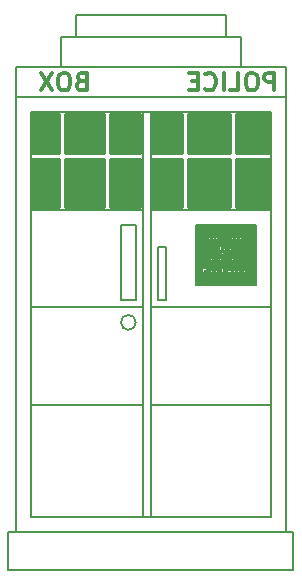
<source format=gbo>
G04 #@! TF.FileFunction,Legend,Bot*
%FSLAX46Y46*%
G04 Gerber Fmt 4.6, Leading zero omitted, Abs format (unit mm)*
G04 Created by KiCad (PCBNEW 4.0.7) date 02/16/20 19:44:05*
%MOMM*%
%LPD*%
G01*
G04 APERTURE LIST*
%ADD10C,0.150000*%
%ADD11C,0.200000*%
%ADD12C,0.300000*%
%ADD13C,0.010000*%
%ADD14C,0.254000*%
G04 APERTURE END LIST*
D10*
D11*
X146050000Y-117475000D02*
X146050000Y-112395000D01*
X146685000Y-117475000D02*
X146050000Y-117475000D01*
X151130000Y-117475000D02*
X146685000Y-117475000D01*
X151130000Y-112395000D02*
X151130000Y-117475000D01*
X146050000Y-112395000D02*
X151130000Y-112395000D01*
X143510000Y-114300000D02*
X143510000Y-118745000D01*
X142875000Y-114300000D02*
X143510000Y-114300000D01*
X142875000Y-118745000D02*
X142875000Y-114300000D01*
X143510000Y-118745000D02*
X142875000Y-118745000D01*
X140970000Y-112395000D02*
X140970000Y-118745000D01*
X139700000Y-112395000D02*
X140970000Y-112395000D01*
X139700000Y-118745000D02*
X139700000Y-112395000D01*
X140970000Y-118745000D02*
X139700000Y-118745000D01*
X140970000Y-117475000D02*
X140970000Y-118745000D01*
X135890000Y-94615000D02*
X135890000Y-96520000D01*
X148590000Y-94615000D02*
X135890000Y-94615000D01*
X148590000Y-96520000D02*
X148590000Y-94615000D01*
X149860000Y-96520000D02*
X134620000Y-96520000D01*
X140970000Y-120650000D02*
G75*
G03X140970000Y-120650000I-635000J0D01*
G01*
X142240000Y-119380000D02*
X152400000Y-119380000D01*
X142240000Y-127635000D02*
X152400000Y-127635000D01*
X132080000Y-127635000D02*
X141605000Y-127635000D01*
X132080000Y-119380000D02*
X141605000Y-119380000D01*
X142240000Y-111125000D02*
X152400000Y-111125000D01*
X132080000Y-111125000D02*
X141605000Y-111125000D01*
X142240000Y-102870000D02*
X142875000Y-102870000D01*
X142240000Y-137160000D02*
X142240000Y-102870000D01*
X141605000Y-102870000D02*
X141605000Y-137160000D01*
X152400000Y-137160000D02*
X132080000Y-137160000D01*
X152400000Y-102870000D02*
X152400000Y-137160000D01*
X132080000Y-102870000D02*
X152400000Y-102870000D01*
X132080000Y-137160000D02*
X132080000Y-102870000D01*
X153670000Y-101600000D02*
X130810000Y-101600000D01*
X134620000Y-96520000D02*
X134620000Y-99060000D01*
X149860000Y-98425000D02*
X149860000Y-99060000D01*
X149860000Y-96520000D02*
X149860000Y-98425000D01*
D12*
X152696428Y-101008571D02*
X152696428Y-99508571D01*
X152125000Y-99508571D01*
X151982142Y-99580000D01*
X151910714Y-99651429D01*
X151839285Y-99794286D01*
X151839285Y-100008571D01*
X151910714Y-100151429D01*
X151982142Y-100222857D01*
X152125000Y-100294286D01*
X152696428Y-100294286D01*
X150910714Y-99508571D02*
X150625000Y-99508571D01*
X150482142Y-99580000D01*
X150339285Y-99722857D01*
X150267857Y-100008571D01*
X150267857Y-100508571D01*
X150339285Y-100794286D01*
X150482142Y-100937143D01*
X150625000Y-101008571D01*
X150910714Y-101008571D01*
X151053571Y-100937143D01*
X151196428Y-100794286D01*
X151267857Y-100508571D01*
X151267857Y-100008571D01*
X151196428Y-99722857D01*
X151053571Y-99580000D01*
X150910714Y-99508571D01*
X148910713Y-101008571D02*
X149624999Y-101008571D01*
X149624999Y-99508571D01*
X148410713Y-101008571D02*
X148410713Y-99508571D01*
X146839284Y-100865714D02*
X146910713Y-100937143D01*
X147124999Y-101008571D01*
X147267856Y-101008571D01*
X147482141Y-100937143D01*
X147624999Y-100794286D01*
X147696427Y-100651429D01*
X147767856Y-100365714D01*
X147767856Y-100151429D01*
X147696427Y-99865714D01*
X147624999Y-99722857D01*
X147482141Y-99580000D01*
X147267856Y-99508571D01*
X147124999Y-99508571D01*
X146910713Y-99580000D01*
X146839284Y-99651429D01*
X146196427Y-100222857D02*
X145696427Y-100222857D01*
X145482141Y-101008571D02*
X146196427Y-101008571D01*
X146196427Y-99508571D01*
X145482141Y-99508571D01*
X136339285Y-100222857D02*
X136124999Y-100294286D01*
X136053571Y-100365714D01*
X135982142Y-100508571D01*
X135982142Y-100722857D01*
X136053571Y-100865714D01*
X136124999Y-100937143D01*
X136267857Y-101008571D01*
X136839285Y-101008571D01*
X136839285Y-99508571D01*
X136339285Y-99508571D01*
X136196428Y-99580000D01*
X136124999Y-99651429D01*
X136053571Y-99794286D01*
X136053571Y-99937143D01*
X136124999Y-100080000D01*
X136196428Y-100151429D01*
X136339285Y-100222857D01*
X136839285Y-100222857D01*
X135053571Y-99508571D02*
X134767857Y-99508571D01*
X134624999Y-99580000D01*
X134482142Y-99722857D01*
X134410714Y-100008571D01*
X134410714Y-100508571D01*
X134482142Y-100794286D01*
X134624999Y-100937143D01*
X134767857Y-101008571D01*
X135053571Y-101008571D01*
X135196428Y-100937143D01*
X135339285Y-100794286D01*
X135410714Y-100508571D01*
X135410714Y-100008571D01*
X135339285Y-99722857D01*
X135196428Y-99580000D01*
X135053571Y-99508571D01*
X133910713Y-99508571D02*
X132910713Y-101008571D01*
X132910713Y-99508571D02*
X133910713Y-101008571D01*
D11*
X131445000Y-138430000D02*
X130175000Y-138430000D01*
X131445000Y-138430000D02*
X153670000Y-138430000D01*
X130810000Y-99695000D02*
X130810000Y-99060000D01*
X153670000Y-99695000D02*
X153670000Y-99060000D01*
X133350000Y-99060000D02*
X130810000Y-99060000D01*
X132715000Y-99060000D02*
X153670000Y-99060000D01*
X130175000Y-138430000D02*
X130810000Y-138430000D01*
X153670000Y-138430000D02*
X153670000Y-99695000D01*
X154305000Y-138430000D02*
X153670000Y-138430000D01*
X154305000Y-141605000D02*
X154305000Y-138430000D01*
X130175000Y-141605000D02*
X154305000Y-141605000D01*
X130175000Y-138430000D02*
X130175000Y-141605000D01*
X130810000Y-138430000D02*
X130810000Y-99695000D01*
D13*
G36*
X146050000Y-112395000D02*
X146216000Y-112395000D01*
X146216000Y-112561000D01*
X146050000Y-112561000D01*
X146050000Y-112395000D01*
X146050000Y-112395000D01*
G37*
X146050000Y-112395000D02*
X146216000Y-112395000D01*
X146216000Y-112561000D01*
X146050000Y-112561000D01*
X146050000Y-112395000D01*
G36*
X146216000Y-112395000D02*
X146382000Y-112395000D01*
X146382000Y-112561000D01*
X146216000Y-112561000D01*
X146216000Y-112395000D01*
X146216000Y-112395000D01*
G37*
X146216000Y-112395000D02*
X146382000Y-112395000D01*
X146382000Y-112561000D01*
X146216000Y-112561000D01*
X146216000Y-112395000D01*
G36*
X146382000Y-112395000D02*
X146548000Y-112395000D01*
X146548000Y-112561000D01*
X146382000Y-112561000D01*
X146382000Y-112395000D01*
X146382000Y-112395000D01*
G37*
X146382000Y-112395000D02*
X146548000Y-112395000D01*
X146548000Y-112561000D01*
X146382000Y-112561000D01*
X146382000Y-112395000D01*
G36*
X146548000Y-112395000D02*
X146714000Y-112395000D01*
X146714000Y-112561000D01*
X146548000Y-112561000D01*
X146548000Y-112395000D01*
X146548000Y-112395000D01*
G37*
X146548000Y-112395000D02*
X146714000Y-112395000D01*
X146714000Y-112561000D01*
X146548000Y-112561000D01*
X146548000Y-112395000D01*
G36*
X146714000Y-112395000D02*
X146880000Y-112395000D01*
X146880000Y-112561000D01*
X146714000Y-112561000D01*
X146714000Y-112395000D01*
X146714000Y-112395000D01*
G37*
X146714000Y-112395000D02*
X146880000Y-112395000D01*
X146880000Y-112561000D01*
X146714000Y-112561000D01*
X146714000Y-112395000D01*
G36*
X146880000Y-112395000D02*
X147046000Y-112395000D01*
X147046000Y-112561000D01*
X146880000Y-112561000D01*
X146880000Y-112395000D01*
X146880000Y-112395000D01*
G37*
X146880000Y-112395000D02*
X147046000Y-112395000D01*
X147046000Y-112561000D01*
X146880000Y-112561000D01*
X146880000Y-112395000D01*
G36*
X147046000Y-112395000D02*
X147212000Y-112395000D01*
X147212000Y-112561000D01*
X147046000Y-112561000D01*
X147046000Y-112395000D01*
X147046000Y-112395000D01*
G37*
X147046000Y-112395000D02*
X147212000Y-112395000D01*
X147212000Y-112561000D01*
X147046000Y-112561000D01*
X147046000Y-112395000D01*
G36*
X147212000Y-112395000D02*
X147378000Y-112395000D01*
X147378000Y-112561000D01*
X147212000Y-112561000D01*
X147212000Y-112395000D01*
X147212000Y-112395000D01*
G37*
X147212000Y-112395000D02*
X147378000Y-112395000D01*
X147378000Y-112561000D01*
X147212000Y-112561000D01*
X147212000Y-112395000D01*
G36*
X147378000Y-112395000D02*
X147544000Y-112395000D01*
X147544000Y-112561000D01*
X147378000Y-112561000D01*
X147378000Y-112395000D01*
X147378000Y-112395000D01*
G37*
X147378000Y-112395000D02*
X147544000Y-112395000D01*
X147544000Y-112561000D01*
X147378000Y-112561000D01*
X147378000Y-112395000D01*
G36*
X147544000Y-112395000D02*
X147710000Y-112395000D01*
X147710000Y-112561000D01*
X147544000Y-112561000D01*
X147544000Y-112395000D01*
X147544000Y-112395000D01*
G37*
X147544000Y-112395000D02*
X147710000Y-112395000D01*
X147710000Y-112561000D01*
X147544000Y-112561000D01*
X147544000Y-112395000D01*
G36*
X147710000Y-112395000D02*
X147876000Y-112395000D01*
X147876000Y-112561000D01*
X147710000Y-112561000D01*
X147710000Y-112395000D01*
X147710000Y-112395000D01*
G37*
X147710000Y-112395000D02*
X147876000Y-112395000D01*
X147876000Y-112561000D01*
X147710000Y-112561000D01*
X147710000Y-112395000D01*
G36*
X147876000Y-112395000D02*
X148042000Y-112395000D01*
X148042000Y-112561000D01*
X147876000Y-112561000D01*
X147876000Y-112395000D01*
X147876000Y-112395000D01*
G37*
X147876000Y-112395000D02*
X148042000Y-112395000D01*
X148042000Y-112561000D01*
X147876000Y-112561000D01*
X147876000Y-112395000D01*
G36*
X148042000Y-112395000D02*
X148208000Y-112395000D01*
X148208000Y-112561000D01*
X148042000Y-112561000D01*
X148042000Y-112395000D01*
X148042000Y-112395000D01*
G37*
X148042000Y-112395000D02*
X148208000Y-112395000D01*
X148208000Y-112561000D01*
X148042000Y-112561000D01*
X148042000Y-112395000D01*
G36*
X148208000Y-112395000D02*
X148374000Y-112395000D01*
X148374000Y-112561000D01*
X148208000Y-112561000D01*
X148208000Y-112395000D01*
X148208000Y-112395000D01*
G37*
X148208000Y-112395000D02*
X148374000Y-112395000D01*
X148374000Y-112561000D01*
X148208000Y-112561000D01*
X148208000Y-112395000D01*
G36*
X148374000Y-112395000D02*
X148540000Y-112395000D01*
X148540000Y-112561000D01*
X148374000Y-112561000D01*
X148374000Y-112395000D01*
X148374000Y-112395000D01*
G37*
X148374000Y-112395000D02*
X148540000Y-112395000D01*
X148540000Y-112561000D01*
X148374000Y-112561000D01*
X148374000Y-112395000D01*
G36*
X148540000Y-112395000D02*
X148706000Y-112395000D01*
X148706000Y-112561000D01*
X148540000Y-112561000D01*
X148540000Y-112395000D01*
X148540000Y-112395000D01*
G37*
X148540000Y-112395000D02*
X148706000Y-112395000D01*
X148706000Y-112561000D01*
X148540000Y-112561000D01*
X148540000Y-112395000D01*
G36*
X148706000Y-112395000D02*
X148872000Y-112395000D01*
X148872000Y-112561000D01*
X148706000Y-112561000D01*
X148706000Y-112395000D01*
X148706000Y-112395000D01*
G37*
X148706000Y-112395000D02*
X148872000Y-112395000D01*
X148872000Y-112561000D01*
X148706000Y-112561000D01*
X148706000Y-112395000D01*
G36*
X148872000Y-112395000D02*
X149038000Y-112395000D01*
X149038000Y-112561000D01*
X148872000Y-112561000D01*
X148872000Y-112395000D01*
X148872000Y-112395000D01*
G37*
X148872000Y-112395000D02*
X149038000Y-112395000D01*
X149038000Y-112561000D01*
X148872000Y-112561000D01*
X148872000Y-112395000D01*
G36*
X149038000Y-112395000D02*
X149204000Y-112395000D01*
X149204000Y-112561000D01*
X149038000Y-112561000D01*
X149038000Y-112395000D01*
X149038000Y-112395000D01*
G37*
X149038000Y-112395000D02*
X149204000Y-112395000D01*
X149204000Y-112561000D01*
X149038000Y-112561000D01*
X149038000Y-112395000D01*
G36*
X149204000Y-112395000D02*
X149370000Y-112395000D01*
X149370000Y-112561000D01*
X149204000Y-112561000D01*
X149204000Y-112395000D01*
X149204000Y-112395000D01*
G37*
X149204000Y-112395000D02*
X149370000Y-112395000D01*
X149370000Y-112561000D01*
X149204000Y-112561000D01*
X149204000Y-112395000D01*
G36*
X149370000Y-112395000D02*
X149536000Y-112395000D01*
X149536000Y-112561000D01*
X149370000Y-112561000D01*
X149370000Y-112395000D01*
X149370000Y-112395000D01*
G37*
X149370000Y-112395000D02*
X149536000Y-112395000D01*
X149536000Y-112561000D01*
X149370000Y-112561000D01*
X149370000Y-112395000D01*
G36*
X149536000Y-112395000D02*
X149702000Y-112395000D01*
X149702000Y-112561000D01*
X149536000Y-112561000D01*
X149536000Y-112395000D01*
X149536000Y-112395000D01*
G37*
X149536000Y-112395000D02*
X149702000Y-112395000D01*
X149702000Y-112561000D01*
X149536000Y-112561000D01*
X149536000Y-112395000D01*
G36*
X149702000Y-112395000D02*
X149868000Y-112395000D01*
X149868000Y-112561000D01*
X149702000Y-112561000D01*
X149702000Y-112395000D01*
X149702000Y-112395000D01*
G37*
X149702000Y-112395000D02*
X149868000Y-112395000D01*
X149868000Y-112561000D01*
X149702000Y-112561000D01*
X149702000Y-112395000D01*
G36*
X149868000Y-112395000D02*
X150034000Y-112395000D01*
X150034000Y-112561000D01*
X149868000Y-112561000D01*
X149868000Y-112395000D01*
X149868000Y-112395000D01*
G37*
X149868000Y-112395000D02*
X150034000Y-112395000D01*
X150034000Y-112561000D01*
X149868000Y-112561000D01*
X149868000Y-112395000D01*
G36*
X150034000Y-112395000D02*
X150200000Y-112395000D01*
X150200000Y-112561000D01*
X150034000Y-112561000D01*
X150034000Y-112395000D01*
X150034000Y-112395000D01*
G37*
X150034000Y-112395000D02*
X150200000Y-112395000D01*
X150200000Y-112561000D01*
X150034000Y-112561000D01*
X150034000Y-112395000D01*
G36*
X150200000Y-112395000D02*
X150366000Y-112395000D01*
X150366000Y-112561000D01*
X150200000Y-112561000D01*
X150200000Y-112395000D01*
X150200000Y-112395000D01*
G37*
X150200000Y-112395000D02*
X150366000Y-112395000D01*
X150366000Y-112561000D01*
X150200000Y-112561000D01*
X150200000Y-112395000D01*
G36*
X150366000Y-112395000D02*
X150532000Y-112395000D01*
X150532000Y-112561000D01*
X150366000Y-112561000D01*
X150366000Y-112395000D01*
X150366000Y-112395000D01*
G37*
X150366000Y-112395000D02*
X150532000Y-112395000D01*
X150532000Y-112561000D01*
X150366000Y-112561000D01*
X150366000Y-112395000D01*
G36*
X150532000Y-112395000D02*
X150698000Y-112395000D01*
X150698000Y-112561000D01*
X150532000Y-112561000D01*
X150532000Y-112395000D01*
X150532000Y-112395000D01*
G37*
X150532000Y-112395000D02*
X150698000Y-112395000D01*
X150698000Y-112561000D01*
X150532000Y-112561000D01*
X150532000Y-112395000D01*
G36*
X150698000Y-112395000D02*
X150864000Y-112395000D01*
X150864000Y-112561000D01*
X150698000Y-112561000D01*
X150698000Y-112395000D01*
X150698000Y-112395000D01*
G37*
X150698000Y-112395000D02*
X150864000Y-112395000D01*
X150864000Y-112561000D01*
X150698000Y-112561000D01*
X150698000Y-112395000D01*
G36*
X150864000Y-112395000D02*
X151030000Y-112395000D01*
X151030000Y-112561000D01*
X150864000Y-112561000D01*
X150864000Y-112395000D01*
X150864000Y-112395000D01*
G37*
X150864000Y-112395000D02*
X151030000Y-112395000D01*
X151030000Y-112561000D01*
X150864000Y-112561000D01*
X150864000Y-112395000D01*
G36*
X146050000Y-112561000D02*
X146216000Y-112561000D01*
X146216000Y-112727000D01*
X146050000Y-112727000D01*
X146050000Y-112561000D01*
X146050000Y-112561000D01*
G37*
X146050000Y-112561000D02*
X146216000Y-112561000D01*
X146216000Y-112727000D01*
X146050000Y-112727000D01*
X146050000Y-112561000D01*
G36*
X146216000Y-112561000D02*
X146382000Y-112561000D01*
X146382000Y-112727000D01*
X146216000Y-112727000D01*
X146216000Y-112561000D01*
X146216000Y-112561000D01*
G37*
X146216000Y-112561000D02*
X146382000Y-112561000D01*
X146382000Y-112727000D01*
X146216000Y-112727000D01*
X146216000Y-112561000D01*
G36*
X146382000Y-112561000D02*
X146548000Y-112561000D01*
X146548000Y-112727000D01*
X146382000Y-112727000D01*
X146382000Y-112561000D01*
X146382000Y-112561000D01*
G37*
X146382000Y-112561000D02*
X146548000Y-112561000D01*
X146548000Y-112727000D01*
X146382000Y-112727000D01*
X146382000Y-112561000D01*
G36*
X146548000Y-112561000D02*
X146714000Y-112561000D01*
X146714000Y-112727000D01*
X146548000Y-112727000D01*
X146548000Y-112561000D01*
X146548000Y-112561000D01*
G37*
X146548000Y-112561000D02*
X146714000Y-112561000D01*
X146714000Y-112727000D01*
X146548000Y-112727000D01*
X146548000Y-112561000D01*
G36*
X146714000Y-112561000D02*
X146880000Y-112561000D01*
X146880000Y-112727000D01*
X146714000Y-112727000D01*
X146714000Y-112561000D01*
X146714000Y-112561000D01*
G37*
X146714000Y-112561000D02*
X146880000Y-112561000D01*
X146880000Y-112727000D01*
X146714000Y-112727000D01*
X146714000Y-112561000D01*
G36*
X146880000Y-112561000D02*
X147046000Y-112561000D01*
X147046000Y-112727000D01*
X146880000Y-112727000D01*
X146880000Y-112561000D01*
X146880000Y-112561000D01*
G37*
X146880000Y-112561000D02*
X147046000Y-112561000D01*
X147046000Y-112727000D01*
X146880000Y-112727000D01*
X146880000Y-112561000D01*
G36*
X147046000Y-112561000D02*
X147212000Y-112561000D01*
X147212000Y-112727000D01*
X147046000Y-112727000D01*
X147046000Y-112561000D01*
X147046000Y-112561000D01*
G37*
X147046000Y-112561000D02*
X147212000Y-112561000D01*
X147212000Y-112727000D01*
X147046000Y-112727000D01*
X147046000Y-112561000D01*
G36*
X147212000Y-112561000D02*
X147378000Y-112561000D01*
X147378000Y-112727000D01*
X147212000Y-112727000D01*
X147212000Y-112561000D01*
X147212000Y-112561000D01*
G37*
X147212000Y-112561000D02*
X147378000Y-112561000D01*
X147378000Y-112727000D01*
X147212000Y-112727000D01*
X147212000Y-112561000D01*
G36*
X147378000Y-112561000D02*
X147544000Y-112561000D01*
X147544000Y-112727000D01*
X147378000Y-112727000D01*
X147378000Y-112561000D01*
X147378000Y-112561000D01*
G37*
X147378000Y-112561000D02*
X147544000Y-112561000D01*
X147544000Y-112727000D01*
X147378000Y-112727000D01*
X147378000Y-112561000D01*
G36*
X147544000Y-112561000D02*
X147710000Y-112561000D01*
X147710000Y-112727000D01*
X147544000Y-112727000D01*
X147544000Y-112561000D01*
X147544000Y-112561000D01*
G37*
X147544000Y-112561000D02*
X147710000Y-112561000D01*
X147710000Y-112727000D01*
X147544000Y-112727000D01*
X147544000Y-112561000D01*
G36*
X147710000Y-112561000D02*
X147876000Y-112561000D01*
X147876000Y-112727000D01*
X147710000Y-112727000D01*
X147710000Y-112561000D01*
X147710000Y-112561000D01*
G37*
X147710000Y-112561000D02*
X147876000Y-112561000D01*
X147876000Y-112727000D01*
X147710000Y-112727000D01*
X147710000Y-112561000D01*
G36*
X147876000Y-112561000D02*
X148042000Y-112561000D01*
X148042000Y-112727000D01*
X147876000Y-112727000D01*
X147876000Y-112561000D01*
X147876000Y-112561000D01*
G37*
X147876000Y-112561000D02*
X148042000Y-112561000D01*
X148042000Y-112727000D01*
X147876000Y-112727000D01*
X147876000Y-112561000D01*
G36*
X148042000Y-112561000D02*
X148208000Y-112561000D01*
X148208000Y-112727000D01*
X148042000Y-112727000D01*
X148042000Y-112561000D01*
X148042000Y-112561000D01*
G37*
X148042000Y-112561000D02*
X148208000Y-112561000D01*
X148208000Y-112727000D01*
X148042000Y-112727000D01*
X148042000Y-112561000D01*
G36*
X148208000Y-112561000D02*
X148374000Y-112561000D01*
X148374000Y-112727000D01*
X148208000Y-112727000D01*
X148208000Y-112561000D01*
X148208000Y-112561000D01*
G37*
X148208000Y-112561000D02*
X148374000Y-112561000D01*
X148374000Y-112727000D01*
X148208000Y-112727000D01*
X148208000Y-112561000D01*
G36*
X148374000Y-112561000D02*
X148540000Y-112561000D01*
X148540000Y-112727000D01*
X148374000Y-112727000D01*
X148374000Y-112561000D01*
X148374000Y-112561000D01*
G37*
X148374000Y-112561000D02*
X148540000Y-112561000D01*
X148540000Y-112727000D01*
X148374000Y-112727000D01*
X148374000Y-112561000D01*
G36*
X148540000Y-112561000D02*
X148706000Y-112561000D01*
X148706000Y-112727000D01*
X148540000Y-112727000D01*
X148540000Y-112561000D01*
X148540000Y-112561000D01*
G37*
X148540000Y-112561000D02*
X148706000Y-112561000D01*
X148706000Y-112727000D01*
X148540000Y-112727000D01*
X148540000Y-112561000D01*
G36*
X148706000Y-112561000D02*
X148872000Y-112561000D01*
X148872000Y-112727000D01*
X148706000Y-112727000D01*
X148706000Y-112561000D01*
X148706000Y-112561000D01*
G37*
X148706000Y-112561000D02*
X148872000Y-112561000D01*
X148872000Y-112727000D01*
X148706000Y-112727000D01*
X148706000Y-112561000D01*
G36*
X148872000Y-112561000D02*
X149038000Y-112561000D01*
X149038000Y-112727000D01*
X148872000Y-112727000D01*
X148872000Y-112561000D01*
X148872000Y-112561000D01*
G37*
X148872000Y-112561000D02*
X149038000Y-112561000D01*
X149038000Y-112727000D01*
X148872000Y-112727000D01*
X148872000Y-112561000D01*
G36*
X149038000Y-112561000D02*
X149204000Y-112561000D01*
X149204000Y-112727000D01*
X149038000Y-112727000D01*
X149038000Y-112561000D01*
X149038000Y-112561000D01*
G37*
X149038000Y-112561000D02*
X149204000Y-112561000D01*
X149204000Y-112727000D01*
X149038000Y-112727000D01*
X149038000Y-112561000D01*
G36*
X149204000Y-112561000D02*
X149370000Y-112561000D01*
X149370000Y-112727000D01*
X149204000Y-112727000D01*
X149204000Y-112561000D01*
X149204000Y-112561000D01*
G37*
X149204000Y-112561000D02*
X149370000Y-112561000D01*
X149370000Y-112727000D01*
X149204000Y-112727000D01*
X149204000Y-112561000D01*
G36*
X149370000Y-112561000D02*
X149536000Y-112561000D01*
X149536000Y-112727000D01*
X149370000Y-112727000D01*
X149370000Y-112561000D01*
X149370000Y-112561000D01*
G37*
X149370000Y-112561000D02*
X149536000Y-112561000D01*
X149536000Y-112727000D01*
X149370000Y-112727000D01*
X149370000Y-112561000D01*
G36*
X149536000Y-112561000D02*
X149702000Y-112561000D01*
X149702000Y-112727000D01*
X149536000Y-112727000D01*
X149536000Y-112561000D01*
X149536000Y-112561000D01*
G37*
X149536000Y-112561000D02*
X149702000Y-112561000D01*
X149702000Y-112727000D01*
X149536000Y-112727000D01*
X149536000Y-112561000D01*
G36*
X149702000Y-112561000D02*
X149868000Y-112561000D01*
X149868000Y-112727000D01*
X149702000Y-112727000D01*
X149702000Y-112561000D01*
X149702000Y-112561000D01*
G37*
X149702000Y-112561000D02*
X149868000Y-112561000D01*
X149868000Y-112727000D01*
X149702000Y-112727000D01*
X149702000Y-112561000D01*
G36*
X149868000Y-112561000D02*
X150034000Y-112561000D01*
X150034000Y-112727000D01*
X149868000Y-112727000D01*
X149868000Y-112561000D01*
X149868000Y-112561000D01*
G37*
X149868000Y-112561000D02*
X150034000Y-112561000D01*
X150034000Y-112727000D01*
X149868000Y-112727000D01*
X149868000Y-112561000D01*
G36*
X150034000Y-112561000D02*
X150200000Y-112561000D01*
X150200000Y-112727000D01*
X150034000Y-112727000D01*
X150034000Y-112561000D01*
X150034000Y-112561000D01*
G37*
X150034000Y-112561000D02*
X150200000Y-112561000D01*
X150200000Y-112727000D01*
X150034000Y-112727000D01*
X150034000Y-112561000D01*
G36*
X150200000Y-112561000D02*
X150366000Y-112561000D01*
X150366000Y-112727000D01*
X150200000Y-112727000D01*
X150200000Y-112561000D01*
X150200000Y-112561000D01*
G37*
X150200000Y-112561000D02*
X150366000Y-112561000D01*
X150366000Y-112727000D01*
X150200000Y-112727000D01*
X150200000Y-112561000D01*
G36*
X150366000Y-112561000D02*
X150532000Y-112561000D01*
X150532000Y-112727000D01*
X150366000Y-112727000D01*
X150366000Y-112561000D01*
X150366000Y-112561000D01*
G37*
X150366000Y-112561000D02*
X150532000Y-112561000D01*
X150532000Y-112727000D01*
X150366000Y-112727000D01*
X150366000Y-112561000D01*
G36*
X150532000Y-112561000D02*
X150698000Y-112561000D01*
X150698000Y-112727000D01*
X150532000Y-112727000D01*
X150532000Y-112561000D01*
X150532000Y-112561000D01*
G37*
X150532000Y-112561000D02*
X150698000Y-112561000D01*
X150698000Y-112727000D01*
X150532000Y-112727000D01*
X150532000Y-112561000D01*
G36*
X150698000Y-112561000D02*
X150864000Y-112561000D01*
X150864000Y-112727000D01*
X150698000Y-112727000D01*
X150698000Y-112561000D01*
X150698000Y-112561000D01*
G37*
X150698000Y-112561000D02*
X150864000Y-112561000D01*
X150864000Y-112727000D01*
X150698000Y-112727000D01*
X150698000Y-112561000D01*
G36*
X150864000Y-112561000D02*
X151030000Y-112561000D01*
X151030000Y-112727000D01*
X150864000Y-112727000D01*
X150864000Y-112561000D01*
X150864000Y-112561000D01*
G37*
X150864000Y-112561000D02*
X151030000Y-112561000D01*
X151030000Y-112727000D01*
X150864000Y-112727000D01*
X150864000Y-112561000D01*
G36*
X146050000Y-112727000D02*
X146216000Y-112727000D01*
X146216000Y-112893000D01*
X146050000Y-112893000D01*
X146050000Y-112727000D01*
X146050000Y-112727000D01*
G37*
X146050000Y-112727000D02*
X146216000Y-112727000D01*
X146216000Y-112893000D01*
X146050000Y-112893000D01*
X146050000Y-112727000D01*
G36*
X146216000Y-112727000D02*
X146382000Y-112727000D01*
X146382000Y-112893000D01*
X146216000Y-112893000D01*
X146216000Y-112727000D01*
X146216000Y-112727000D01*
G37*
X146216000Y-112727000D02*
X146382000Y-112727000D01*
X146382000Y-112893000D01*
X146216000Y-112893000D01*
X146216000Y-112727000D01*
G36*
X146382000Y-112727000D02*
X146548000Y-112727000D01*
X146548000Y-112893000D01*
X146382000Y-112893000D01*
X146382000Y-112727000D01*
X146382000Y-112727000D01*
G37*
X146382000Y-112727000D02*
X146548000Y-112727000D01*
X146548000Y-112893000D01*
X146382000Y-112893000D01*
X146382000Y-112727000D01*
G36*
X146548000Y-112727000D02*
X146714000Y-112727000D01*
X146714000Y-112893000D01*
X146548000Y-112893000D01*
X146548000Y-112727000D01*
X146548000Y-112727000D01*
G37*
X146548000Y-112727000D02*
X146714000Y-112727000D01*
X146714000Y-112893000D01*
X146548000Y-112893000D01*
X146548000Y-112727000D01*
G36*
X146714000Y-112727000D02*
X146880000Y-112727000D01*
X146880000Y-112893000D01*
X146714000Y-112893000D01*
X146714000Y-112727000D01*
X146714000Y-112727000D01*
G37*
X146714000Y-112727000D02*
X146880000Y-112727000D01*
X146880000Y-112893000D01*
X146714000Y-112893000D01*
X146714000Y-112727000D01*
G36*
X146880000Y-112727000D02*
X147046000Y-112727000D01*
X147046000Y-112893000D01*
X146880000Y-112893000D01*
X146880000Y-112727000D01*
X146880000Y-112727000D01*
G37*
X146880000Y-112727000D02*
X147046000Y-112727000D01*
X147046000Y-112893000D01*
X146880000Y-112893000D01*
X146880000Y-112727000D01*
G36*
X147046000Y-112727000D02*
X147212000Y-112727000D01*
X147212000Y-112893000D01*
X147046000Y-112893000D01*
X147046000Y-112727000D01*
X147046000Y-112727000D01*
G37*
X147046000Y-112727000D02*
X147212000Y-112727000D01*
X147212000Y-112893000D01*
X147046000Y-112893000D01*
X147046000Y-112727000D01*
G36*
X147212000Y-112727000D02*
X147378000Y-112727000D01*
X147378000Y-112893000D01*
X147212000Y-112893000D01*
X147212000Y-112727000D01*
X147212000Y-112727000D01*
G37*
X147212000Y-112727000D02*
X147378000Y-112727000D01*
X147378000Y-112893000D01*
X147212000Y-112893000D01*
X147212000Y-112727000D01*
G36*
X147378000Y-112727000D02*
X147544000Y-112727000D01*
X147544000Y-112893000D01*
X147378000Y-112893000D01*
X147378000Y-112727000D01*
X147378000Y-112727000D01*
G37*
X147378000Y-112727000D02*
X147544000Y-112727000D01*
X147544000Y-112893000D01*
X147378000Y-112893000D01*
X147378000Y-112727000D01*
G36*
X147544000Y-112727000D02*
X147710000Y-112727000D01*
X147710000Y-112893000D01*
X147544000Y-112893000D01*
X147544000Y-112727000D01*
X147544000Y-112727000D01*
G37*
X147544000Y-112727000D02*
X147710000Y-112727000D01*
X147710000Y-112893000D01*
X147544000Y-112893000D01*
X147544000Y-112727000D01*
G36*
X147710000Y-112727000D02*
X147876000Y-112727000D01*
X147876000Y-112893000D01*
X147710000Y-112893000D01*
X147710000Y-112727000D01*
X147710000Y-112727000D01*
G37*
X147710000Y-112727000D02*
X147876000Y-112727000D01*
X147876000Y-112893000D01*
X147710000Y-112893000D01*
X147710000Y-112727000D01*
G36*
X147876000Y-112727000D02*
X148042000Y-112727000D01*
X148042000Y-112893000D01*
X147876000Y-112893000D01*
X147876000Y-112727000D01*
X147876000Y-112727000D01*
G37*
X147876000Y-112727000D02*
X148042000Y-112727000D01*
X148042000Y-112893000D01*
X147876000Y-112893000D01*
X147876000Y-112727000D01*
G36*
X148042000Y-112727000D02*
X148208000Y-112727000D01*
X148208000Y-112893000D01*
X148042000Y-112893000D01*
X148042000Y-112727000D01*
X148042000Y-112727000D01*
G37*
X148042000Y-112727000D02*
X148208000Y-112727000D01*
X148208000Y-112893000D01*
X148042000Y-112893000D01*
X148042000Y-112727000D01*
G36*
X148208000Y-112727000D02*
X148374000Y-112727000D01*
X148374000Y-112893000D01*
X148208000Y-112893000D01*
X148208000Y-112727000D01*
X148208000Y-112727000D01*
G37*
X148208000Y-112727000D02*
X148374000Y-112727000D01*
X148374000Y-112893000D01*
X148208000Y-112893000D01*
X148208000Y-112727000D01*
G36*
X148374000Y-112727000D02*
X148540000Y-112727000D01*
X148540000Y-112893000D01*
X148374000Y-112893000D01*
X148374000Y-112727000D01*
X148374000Y-112727000D01*
G37*
X148374000Y-112727000D02*
X148540000Y-112727000D01*
X148540000Y-112893000D01*
X148374000Y-112893000D01*
X148374000Y-112727000D01*
G36*
X148540000Y-112727000D02*
X148706000Y-112727000D01*
X148706000Y-112893000D01*
X148540000Y-112893000D01*
X148540000Y-112727000D01*
X148540000Y-112727000D01*
G37*
X148540000Y-112727000D02*
X148706000Y-112727000D01*
X148706000Y-112893000D01*
X148540000Y-112893000D01*
X148540000Y-112727000D01*
G36*
X148706000Y-112727000D02*
X148872000Y-112727000D01*
X148872000Y-112893000D01*
X148706000Y-112893000D01*
X148706000Y-112727000D01*
X148706000Y-112727000D01*
G37*
X148706000Y-112727000D02*
X148872000Y-112727000D01*
X148872000Y-112893000D01*
X148706000Y-112893000D01*
X148706000Y-112727000D01*
G36*
X148872000Y-112727000D02*
X149038000Y-112727000D01*
X149038000Y-112893000D01*
X148872000Y-112893000D01*
X148872000Y-112727000D01*
X148872000Y-112727000D01*
G37*
X148872000Y-112727000D02*
X149038000Y-112727000D01*
X149038000Y-112893000D01*
X148872000Y-112893000D01*
X148872000Y-112727000D01*
G36*
X149038000Y-112727000D02*
X149204000Y-112727000D01*
X149204000Y-112893000D01*
X149038000Y-112893000D01*
X149038000Y-112727000D01*
X149038000Y-112727000D01*
G37*
X149038000Y-112727000D02*
X149204000Y-112727000D01*
X149204000Y-112893000D01*
X149038000Y-112893000D01*
X149038000Y-112727000D01*
G36*
X149204000Y-112727000D02*
X149370000Y-112727000D01*
X149370000Y-112893000D01*
X149204000Y-112893000D01*
X149204000Y-112727000D01*
X149204000Y-112727000D01*
G37*
X149204000Y-112727000D02*
X149370000Y-112727000D01*
X149370000Y-112893000D01*
X149204000Y-112893000D01*
X149204000Y-112727000D01*
G36*
X149370000Y-112727000D02*
X149536000Y-112727000D01*
X149536000Y-112893000D01*
X149370000Y-112893000D01*
X149370000Y-112727000D01*
X149370000Y-112727000D01*
G37*
X149370000Y-112727000D02*
X149536000Y-112727000D01*
X149536000Y-112893000D01*
X149370000Y-112893000D01*
X149370000Y-112727000D01*
G36*
X149536000Y-112727000D02*
X149702000Y-112727000D01*
X149702000Y-112893000D01*
X149536000Y-112893000D01*
X149536000Y-112727000D01*
X149536000Y-112727000D01*
G37*
X149536000Y-112727000D02*
X149702000Y-112727000D01*
X149702000Y-112893000D01*
X149536000Y-112893000D01*
X149536000Y-112727000D01*
G36*
X149702000Y-112727000D02*
X149868000Y-112727000D01*
X149868000Y-112893000D01*
X149702000Y-112893000D01*
X149702000Y-112727000D01*
X149702000Y-112727000D01*
G37*
X149702000Y-112727000D02*
X149868000Y-112727000D01*
X149868000Y-112893000D01*
X149702000Y-112893000D01*
X149702000Y-112727000D01*
G36*
X149868000Y-112727000D02*
X150034000Y-112727000D01*
X150034000Y-112893000D01*
X149868000Y-112893000D01*
X149868000Y-112727000D01*
X149868000Y-112727000D01*
G37*
X149868000Y-112727000D02*
X150034000Y-112727000D01*
X150034000Y-112893000D01*
X149868000Y-112893000D01*
X149868000Y-112727000D01*
G36*
X150034000Y-112727000D02*
X150200000Y-112727000D01*
X150200000Y-112893000D01*
X150034000Y-112893000D01*
X150034000Y-112727000D01*
X150034000Y-112727000D01*
G37*
X150034000Y-112727000D02*
X150200000Y-112727000D01*
X150200000Y-112893000D01*
X150034000Y-112893000D01*
X150034000Y-112727000D01*
G36*
X150200000Y-112727000D02*
X150366000Y-112727000D01*
X150366000Y-112893000D01*
X150200000Y-112893000D01*
X150200000Y-112727000D01*
X150200000Y-112727000D01*
G37*
X150200000Y-112727000D02*
X150366000Y-112727000D01*
X150366000Y-112893000D01*
X150200000Y-112893000D01*
X150200000Y-112727000D01*
G36*
X150366000Y-112727000D02*
X150532000Y-112727000D01*
X150532000Y-112893000D01*
X150366000Y-112893000D01*
X150366000Y-112727000D01*
X150366000Y-112727000D01*
G37*
X150366000Y-112727000D02*
X150532000Y-112727000D01*
X150532000Y-112893000D01*
X150366000Y-112893000D01*
X150366000Y-112727000D01*
G36*
X150532000Y-112727000D02*
X150698000Y-112727000D01*
X150698000Y-112893000D01*
X150532000Y-112893000D01*
X150532000Y-112727000D01*
X150532000Y-112727000D01*
G37*
X150532000Y-112727000D02*
X150698000Y-112727000D01*
X150698000Y-112893000D01*
X150532000Y-112893000D01*
X150532000Y-112727000D01*
G36*
X150698000Y-112727000D02*
X150864000Y-112727000D01*
X150864000Y-112893000D01*
X150698000Y-112893000D01*
X150698000Y-112727000D01*
X150698000Y-112727000D01*
G37*
X150698000Y-112727000D02*
X150864000Y-112727000D01*
X150864000Y-112893000D01*
X150698000Y-112893000D01*
X150698000Y-112727000D01*
G36*
X150864000Y-112727000D02*
X151030000Y-112727000D01*
X151030000Y-112893000D01*
X150864000Y-112893000D01*
X150864000Y-112727000D01*
X150864000Y-112727000D01*
G37*
X150864000Y-112727000D02*
X151030000Y-112727000D01*
X151030000Y-112893000D01*
X150864000Y-112893000D01*
X150864000Y-112727000D01*
G36*
X146050000Y-112893000D02*
X146216000Y-112893000D01*
X146216000Y-113059000D01*
X146050000Y-113059000D01*
X146050000Y-112893000D01*
X146050000Y-112893000D01*
G37*
X146050000Y-112893000D02*
X146216000Y-112893000D01*
X146216000Y-113059000D01*
X146050000Y-113059000D01*
X146050000Y-112893000D01*
G36*
X146216000Y-112893000D02*
X146382000Y-112893000D01*
X146382000Y-113059000D01*
X146216000Y-113059000D01*
X146216000Y-112893000D01*
X146216000Y-112893000D01*
G37*
X146216000Y-112893000D02*
X146382000Y-112893000D01*
X146382000Y-113059000D01*
X146216000Y-113059000D01*
X146216000Y-112893000D01*
G36*
X146382000Y-112893000D02*
X146548000Y-112893000D01*
X146548000Y-113059000D01*
X146382000Y-113059000D01*
X146382000Y-112893000D01*
X146382000Y-112893000D01*
G37*
X146382000Y-112893000D02*
X146548000Y-112893000D01*
X146548000Y-113059000D01*
X146382000Y-113059000D01*
X146382000Y-112893000D01*
G36*
X146548000Y-112893000D02*
X146714000Y-112893000D01*
X146714000Y-113059000D01*
X146548000Y-113059000D01*
X146548000Y-112893000D01*
X146548000Y-112893000D01*
G37*
X146548000Y-112893000D02*
X146714000Y-112893000D01*
X146714000Y-113059000D01*
X146548000Y-113059000D01*
X146548000Y-112893000D01*
G36*
X146714000Y-112893000D02*
X146880000Y-112893000D01*
X146880000Y-113059000D01*
X146714000Y-113059000D01*
X146714000Y-112893000D01*
X146714000Y-112893000D01*
G37*
X146714000Y-112893000D02*
X146880000Y-112893000D01*
X146880000Y-113059000D01*
X146714000Y-113059000D01*
X146714000Y-112893000D01*
G36*
X146880000Y-112893000D02*
X147046000Y-112893000D01*
X147046000Y-113059000D01*
X146880000Y-113059000D01*
X146880000Y-112893000D01*
X146880000Y-112893000D01*
G37*
X146880000Y-112893000D02*
X147046000Y-112893000D01*
X147046000Y-113059000D01*
X146880000Y-113059000D01*
X146880000Y-112893000D01*
G36*
X147046000Y-112893000D02*
X147212000Y-112893000D01*
X147212000Y-113059000D01*
X147046000Y-113059000D01*
X147046000Y-112893000D01*
X147046000Y-112893000D01*
G37*
X147046000Y-112893000D02*
X147212000Y-112893000D01*
X147212000Y-113059000D01*
X147046000Y-113059000D01*
X147046000Y-112893000D01*
G36*
X147212000Y-112893000D02*
X147378000Y-112893000D01*
X147378000Y-113059000D01*
X147212000Y-113059000D01*
X147212000Y-112893000D01*
X147212000Y-112893000D01*
G37*
X147212000Y-112893000D02*
X147378000Y-112893000D01*
X147378000Y-113059000D01*
X147212000Y-113059000D01*
X147212000Y-112893000D01*
G36*
X147378000Y-112893000D02*
X147544000Y-112893000D01*
X147544000Y-113059000D01*
X147378000Y-113059000D01*
X147378000Y-112893000D01*
X147378000Y-112893000D01*
G37*
X147378000Y-112893000D02*
X147544000Y-112893000D01*
X147544000Y-113059000D01*
X147378000Y-113059000D01*
X147378000Y-112893000D01*
G36*
X147544000Y-112893000D02*
X147710000Y-112893000D01*
X147710000Y-113059000D01*
X147544000Y-113059000D01*
X147544000Y-112893000D01*
X147544000Y-112893000D01*
G37*
X147544000Y-112893000D02*
X147710000Y-112893000D01*
X147710000Y-113059000D01*
X147544000Y-113059000D01*
X147544000Y-112893000D01*
G36*
X147710000Y-112893000D02*
X147876000Y-112893000D01*
X147876000Y-113059000D01*
X147710000Y-113059000D01*
X147710000Y-112893000D01*
X147710000Y-112893000D01*
G37*
X147710000Y-112893000D02*
X147876000Y-112893000D01*
X147876000Y-113059000D01*
X147710000Y-113059000D01*
X147710000Y-112893000D01*
G36*
X147876000Y-112893000D02*
X148042000Y-112893000D01*
X148042000Y-113059000D01*
X147876000Y-113059000D01*
X147876000Y-112893000D01*
X147876000Y-112893000D01*
G37*
X147876000Y-112893000D02*
X148042000Y-112893000D01*
X148042000Y-113059000D01*
X147876000Y-113059000D01*
X147876000Y-112893000D01*
G36*
X148042000Y-112893000D02*
X148208000Y-112893000D01*
X148208000Y-113059000D01*
X148042000Y-113059000D01*
X148042000Y-112893000D01*
X148042000Y-112893000D01*
G37*
X148042000Y-112893000D02*
X148208000Y-112893000D01*
X148208000Y-113059000D01*
X148042000Y-113059000D01*
X148042000Y-112893000D01*
G36*
X148208000Y-112893000D02*
X148374000Y-112893000D01*
X148374000Y-113059000D01*
X148208000Y-113059000D01*
X148208000Y-112893000D01*
X148208000Y-112893000D01*
G37*
X148208000Y-112893000D02*
X148374000Y-112893000D01*
X148374000Y-113059000D01*
X148208000Y-113059000D01*
X148208000Y-112893000D01*
G36*
X148374000Y-112893000D02*
X148540000Y-112893000D01*
X148540000Y-113059000D01*
X148374000Y-113059000D01*
X148374000Y-112893000D01*
X148374000Y-112893000D01*
G37*
X148374000Y-112893000D02*
X148540000Y-112893000D01*
X148540000Y-113059000D01*
X148374000Y-113059000D01*
X148374000Y-112893000D01*
G36*
X148540000Y-112893000D02*
X148706000Y-112893000D01*
X148706000Y-113059000D01*
X148540000Y-113059000D01*
X148540000Y-112893000D01*
X148540000Y-112893000D01*
G37*
X148540000Y-112893000D02*
X148706000Y-112893000D01*
X148706000Y-113059000D01*
X148540000Y-113059000D01*
X148540000Y-112893000D01*
G36*
X148706000Y-112893000D02*
X148872000Y-112893000D01*
X148872000Y-113059000D01*
X148706000Y-113059000D01*
X148706000Y-112893000D01*
X148706000Y-112893000D01*
G37*
X148706000Y-112893000D02*
X148872000Y-112893000D01*
X148872000Y-113059000D01*
X148706000Y-113059000D01*
X148706000Y-112893000D01*
G36*
X148872000Y-112893000D02*
X149038000Y-112893000D01*
X149038000Y-113059000D01*
X148872000Y-113059000D01*
X148872000Y-112893000D01*
X148872000Y-112893000D01*
G37*
X148872000Y-112893000D02*
X149038000Y-112893000D01*
X149038000Y-113059000D01*
X148872000Y-113059000D01*
X148872000Y-112893000D01*
G36*
X149038000Y-112893000D02*
X149204000Y-112893000D01*
X149204000Y-113059000D01*
X149038000Y-113059000D01*
X149038000Y-112893000D01*
X149038000Y-112893000D01*
G37*
X149038000Y-112893000D02*
X149204000Y-112893000D01*
X149204000Y-113059000D01*
X149038000Y-113059000D01*
X149038000Y-112893000D01*
G36*
X149204000Y-112893000D02*
X149370000Y-112893000D01*
X149370000Y-113059000D01*
X149204000Y-113059000D01*
X149204000Y-112893000D01*
X149204000Y-112893000D01*
G37*
X149204000Y-112893000D02*
X149370000Y-112893000D01*
X149370000Y-113059000D01*
X149204000Y-113059000D01*
X149204000Y-112893000D01*
G36*
X149370000Y-112893000D02*
X149536000Y-112893000D01*
X149536000Y-113059000D01*
X149370000Y-113059000D01*
X149370000Y-112893000D01*
X149370000Y-112893000D01*
G37*
X149370000Y-112893000D02*
X149536000Y-112893000D01*
X149536000Y-113059000D01*
X149370000Y-113059000D01*
X149370000Y-112893000D01*
G36*
X149536000Y-112893000D02*
X149702000Y-112893000D01*
X149702000Y-113059000D01*
X149536000Y-113059000D01*
X149536000Y-112893000D01*
X149536000Y-112893000D01*
G37*
X149536000Y-112893000D02*
X149702000Y-112893000D01*
X149702000Y-113059000D01*
X149536000Y-113059000D01*
X149536000Y-112893000D01*
G36*
X149702000Y-112893000D02*
X149868000Y-112893000D01*
X149868000Y-113059000D01*
X149702000Y-113059000D01*
X149702000Y-112893000D01*
X149702000Y-112893000D01*
G37*
X149702000Y-112893000D02*
X149868000Y-112893000D01*
X149868000Y-113059000D01*
X149702000Y-113059000D01*
X149702000Y-112893000D01*
G36*
X149868000Y-112893000D02*
X150034000Y-112893000D01*
X150034000Y-113059000D01*
X149868000Y-113059000D01*
X149868000Y-112893000D01*
X149868000Y-112893000D01*
G37*
X149868000Y-112893000D02*
X150034000Y-112893000D01*
X150034000Y-113059000D01*
X149868000Y-113059000D01*
X149868000Y-112893000D01*
G36*
X150034000Y-112893000D02*
X150200000Y-112893000D01*
X150200000Y-113059000D01*
X150034000Y-113059000D01*
X150034000Y-112893000D01*
X150034000Y-112893000D01*
G37*
X150034000Y-112893000D02*
X150200000Y-112893000D01*
X150200000Y-113059000D01*
X150034000Y-113059000D01*
X150034000Y-112893000D01*
G36*
X150200000Y-112893000D02*
X150366000Y-112893000D01*
X150366000Y-113059000D01*
X150200000Y-113059000D01*
X150200000Y-112893000D01*
X150200000Y-112893000D01*
G37*
X150200000Y-112893000D02*
X150366000Y-112893000D01*
X150366000Y-113059000D01*
X150200000Y-113059000D01*
X150200000Y-112893000D01*
G36*
X150366000Y-112893000D02*
X150532000Y-112893000D01*
X150532000Y-113059000D01*
X150366000Y-113059000D01*
X150366000Y-112893000D01*
X150366000Y-112893000D01*
G37*
X150366000Y-112893000D02*
X150532000Y-112893000D01*
X150532000Y-113059000D01*
X150366000Y-113059000D01*
X150366000Y-112893000D01*
G36*
X150532000Y-112893000D02*
X150698000Y-112893000D01*
X150698000Y-113059000D01*
X150532000Y-113059000D01*
X150532000Y-112893000D01*
X150532000Y-112893000D01*
G37*
X150532000Y-112893000D02*
X150698000Y-112893000D01*
X150698000Y-113059000D01*
X150532000Y-113059000D01*
X150532000Y-112893000D01*
G36*
X150698000Y-112893000D02*
X150864000Y-112893000D01*
X150864000Y-113059000D01*
X150698000Y-113059000D01*
X150698000Y-112893000D01*
X150698000Y-112893000D01*
G37*
X150698000Y-112893000D02*
X150864000Y-112893000D01*
X150864000Y-113059000D01*
X150698000Y-113059000D01*
X150698000Y-112893000D01*
G36*
X150864000Y-112893000D02*
X151030000Y-112893000D01*
X151030000Y-113059000D01*
X150864000Y-113059000D01*
X150864000Y-112893000D01*
X150864000Y-112893000D01*
G37*
X150864000Y-112893000D02*
X151030000Y-112893000D01*
X151030000Y-113059000D01*
X150864000Y-113059000D01*
X150864000Y-112893000D01*
G36*
X146050000Y-113059000D02*
X146216000Y-113059000D01*
X146216000Y-113225000D01*
X146050000Y-113225000D01*
X146050000Y-113059000D01*
X146050000Y-113059000D01*
G37*
X146050000Y-113059000D02*
X146216000Y-113059000D01*
X146216000Y-113225000D01*
X146050000Y-113225000D01*
X146050000Y-113059000D01*
G36*
X146216000Y-113059000D02*
X146382000Y-113059000D01*
X146382000Y-113225000D01*
X146216000Y-113225000D01*
X146216000Y-113059000D01*
X146216000Y-113059000D01*
G37*
X146216000Y-113059000D02*
X146382000Y-113059000D01*
X146382000Y-113225000D01*
X146216000Y-113225000D01*
X146216000Y-113059000D01*
G36*
X146382000Y-113059000D02*
X146548000Y-113059000D01*
X146548000Y-113225000D01*
X146382000Y-113225000D01*
X146382000Y-113059000D01*
X146382000Y-113059000D01*
G37*
X146382000Y-113059000D02*
X146548000Y-113059000D01*
X146548000Y-113225000D01*
X146382000Y-113225000D01*
X146382000Y-113059000D01*
G36*
X146548000Y-113059000D02*
X146714000Y-113059000D01*
X146714000Y-113225000D01*
X146548000Y-113225000D01*
X146548000Y-113059000D01*
X146548000Y-113059000D01*
G37*
X146548000Y-113059000D02*
X146714000Y-113059000D01*
X146714000Y-113225000D01*
X146548000Y-113225000D01*
X146548000Y-113059000D01*
G36*
X146714000Y-113059000D02*
X146880000Y-113059000D01*
X146880000Y-113225000D01*
X146714000Y-113225000D01*
X146714000Y-113059000D01*
X146714000Y-113059000D01*
G37*
X146714000Y-113059000D02*
X146880000Y-113059000D01*
X146880000Y-113225000D01*
X146714000Y-113225000D01*
X146714000Y-113059000D01*
G36*
X146880000Y-113059000D02*
X147046000Y-113059000D01*
X147046000Y-113225000D01*
X146880000Y-113225000D01*
X146880000Y-113059000D01*
X146880000Y-113059000D01*
G37*
X146880000Y-113059000D02*
X147046000Y-113059000D01*
X147046000Y-113225000D01*
X146880000Y-113225000D01*
X146880000Y-113059000D01*
G36*
X147046000Y-113059000D02*
X147212000Y-113059000D01*
X147212000Y-113225000D01*
X147046000Y-113225000D01*
X147046000Y-113059000D01*
X147046000Y-113059000D01*
G37*
X147046000Y-113059000D02*
X147212000Y-113059000D01*
X147212000Y-113225000D01*
X147046000Y-113225000D01*
X147046000Y-113059000D01*
G36*
X147212000Y-113059000D02*
X147378000Y-113059000D01*
X147378000Y-113225000D01*
X147212000Y-113225000D01*
X147212000Y-113059000D01*
X147212000Y-113059000D01*
G37*
X147212000Y-113059000D02*
X147378000Y-113059000D01*
X147378000Y-113225000D01*
X147212000Y-113225000D01*
X147212000Y-113059000D01*
G36*
X147378000Y-113059000D02*
X147544000Y-113059000D01*
X147544000Y-113225000D01*
X147378000Y-113225000D01*
X147378000Y-113059000D01*
X147378000Y-113059000D01*
G37*
X147378000Y-113059000D02*
X147544000Y-113059000D01*
X147544000Y-113225000D01*
X147378000Y-113225000D01*
X147378000Y-113059000D01*
G36*
X147544000Y-113059000D02*
X147710000Y-113059000D01*
X147710000Y-113225000D01*
X147544000Y-113225000D01*
X147544000Y-113059000D01*
X147544000Y-113059000D01*
G37*
X147544000Y-113059000D02*
X147710000Y-113059000D01*
X147710000Y-113225000D01*
X147544000Y-113225000D01*
X147544000Y-113059000D01*
G36*
X147710000Y-113059000D02*
X147876000Y-113059000D01*
X147876000Y-113225000D01*
X147710000Y-113225000D01*
X147710000Y-113059000D01*
X147710000Y-113059000D01*
G37*
X147710000Y-113059000D02*
X147876000Y-113059000D01*
X147876000Y-113225000D01*
X147710000Y-113225000D01*
X147710000Y-113059000D01*
G36*
X147876000Y-113059000D02*
X148042000Y-113059000D01*
X148042000Y-113225000D01*
X147876000Y-113225000D01*
X147876000Y-113059000D01*
X147876000Y-113059000D01*
G37*
X147876000Y-113059000D02*
X148042000Y-113059000D01*
X148042000Y-113225000D01*
X147876000Y-113225000D01*
X147876000Y-113059000D01*
G36*
X148042000Y-113059000D02*
X148208000Y-113059000D01*
X148208000Y-113225000D01*
X148042000Y-113225000D01*
X148042000Y-113059000D01*
X148042000Y-113059000D01*
G37*
X148042000Y-113059000D02*
X148208000Y-113059000D01*
X148208000Y-113225000D01*
X148042000Y-113225000D01*
X148042000Y-113059000D01*
G36*
X148208000Y-113059000D02*
X148374000Y-113059000D01*
X148374000Y-113225000D01*
X148208000Y-113225000D01*
X148208000Y-113059000D01*
X148208000Y-113059000D01*
G37*
X148208000Y-113059000D02*
X148374000Y-113059000D01*
X148374000Y-113225000D01*
X148208000Y-113225000D01*
X148208000Y-113059000D01*
G36*
X148374000Y-113059000D02*
X148540000Y-113059000D01*
X148540000Y-113225000D01*
X148374000Y-113225000D01*
X148374000Y-113059000D01*
X148374000Y-113059000D01*
G37*
X148374000Y-113059000D02*
X148540000Y-113059000D01*
X148540000Y-113225000D01*
X148374000Y-113225000D01*
X148374000Y-113059000D01*
G36*
X148540000Y-113059000D02*
X148706000Y-113059000D01*
X148706000Y-113225000D01*
X148540000Y-113225000D01*
X148540000Y-113059000D01*
X148540000Y-113059000D01*
G37*
X148540000Y-113059000D02*
X148706000Y-113059000D01*
X148706000Y-113225000D01*
X148540000Y-113225000D01*
X148540000Y-113059000D01*
G36*
X148706000Y-113059000D02*
X148872000Y-113059000D01*
X148872000Y-113225000D01*
X148706000Y-113225000D01*
X148706000Y-113059000D01*
X148706000Y-113059000D01*
G37*
X148706000Y-113059000D02*
X148872000Y-113059000D01*
X148872000Y-113225000D01*
X148706000Y-113225000D01*
X148706000Y-113059000D01*
G36*
X148872000Y-113059000D02*
X149038000Y-113059000D01*
X149038000Y-113225000D01*
X148872000Y-113225000D01*
X148872000Y-113059000D01*
X148872000Y-113059000D01*
G37*
X148872000Y-113059000D02*
X149038000Y-113059000D01*
X149038000Y-113225000D01*
X148872000Y-113225000D01*
X148872000Y-113059000D01*
G36*
X149038000Y-113059000D02*
X149204000Y-113059000D01*
X149204000Y-113225000D01*
X149038000Y-113225000D01*
X149038000Y-113059000D01*
X149038000Y-113059000D01*
G37*
X149038000Y-113059000D02*
X149204000Y-113059000D01*
X149204000Y-113225000D01*
X149038000Y-113225000D01*
X149038000Y-113059000D01*
G36*
X149204000Y-113059000D02*
X149370000Y-113059000D01*
X149370000Y-113225000D01*
X149204000Y-113225000D01*
X149204000Y-113059000D01*
X149204000Y-113059000D01*
G37*
X149204000Y-113059000D02*
X149370000Y-113059000D01*
X149370000Y-113225000D01*
X149204000Y-113225000D01*
X149204000Y-113059000D01*
G36*
X149370000Y-113059000D02*
X149536000Y-113059000D01*
X149536000Y-113225000D01*
X149370000Y-113225000D01*
X149370000Y-113059000D01*
X149370000Y-113059000D01*
G37*
X149370000Y-113059000D02*
X149536000Y-113059000D01*
X149536000Y-113225000D01*
X149370000Y-113225000D01*
X149370000Y-113059000D01*
G36*
X149536000Y-113059000D02*
X149702000Y-113059000D01*
X149702000Y-113225000D01*
X149536000Y-113225000D01*
X149536000Y-113059000D01*
X149536000Y-113059000D01*
G37*
X149536000Y-113059000D02*
X149702000Y-113059000D01*
X149702000Y-113225000D01*
X149536000Y-113225000D01*
X149536000Y-113059000D01*
G36*
X149702000Y-113059000D02*
X149868000Y-113059000D01*
X149868000Y-113225000D01*
X149702000Y-113225000D01*
X149702000Y-113059000D01*
X149702000Y-113059000D01*
G37*
X149702000Y-113059000D02*
X149868000Y-113059000D01*
X149868000Y-113225000D01*
X149702000Y-113225000D01*
X149702000Y-113059000D01*
G36*
X149868000Y-113059000D02*
X150034000Y-113059000D01*
X150034000Y-113225000D01*
X149868000Y-113225000D01*
X149868000Y-113059000D01*
X149868000Y-113059000D01*
G37*
X149868000Y-113059000D02*
X150034000Y-113059000D01*
X150034000Y-113225000D01*
X149868000Y-113225000D01*
X149868000Y-113059000D01*
G36*
X150034000Y-113059000D02*
X150200000Y-113059000D01*
X150200000Y-113225000D01*
X150034000Y-113225000D01*
X150034000Y-113059000D01*
X150034000Y-113059000D01*
G37*
X150034000Y-113059000D02*
X150200000Y-113059000D01*
X150200000Y-113225000D01*
X150034000Y-113225000D01*
X150034000Y-113059000D01*
G36*
X150200000Y-113059000D02*
X150366000Y-113059000D01*
X150366000Y-113225000D01*
X150200000Y-113225000D01*
X150200000Y-113059000D01*
X150200000Y-113059000D01*
G37*
X150200000Y-113059000D02*
X150366000Y-113059000D01*
X150366000Y-113225000D01*
X150200000Y-113225000D01*
X150200000Y-113059000D01*
G36*
X150366000Y-113059000D02*
X150532000Y-113059000D01*
X150532000Y-113225000D01*
X150366000Y-113225000D01*
X150366000Y-113059000D01*
X150366000Y-113059000D01*
G37*
X150366000Y-113059000D02*
X150532000Y-113059000D01*
X150532000Y-113225000D01*
X150366000Y-113225000D01*
X150366000Y-113059000D01*
G36*
X150532000Y-113059000D02*
X150698000Y-113059000D01*
X150698000Y-113225000D01*
X150532000Y-113225000D01*
X150532000Y-113059000D01*
X150532000Y-113059000D01*
G37*
X150532000Y-113059000D02*
X150698000Y-113059000D01*
X150698000Y-113225000D01*
X150532000Y-113225000D01*
X150532000Y-113059000D01*
G36*
X150698000Y-113059000D02*
X150864000Y-113059000D01*
X150864000Y-113225000D01*
X150698000Y-113225000D01*
X150698000Y-113059000D01*
X150698000Y-113059000D01*
G37*
X150698000Y-113059000D02*
X150864000Y-113059000D01*
X150864000Y-113225000D01*
X150698000Y-113225000D01*
X150698000Y-113059000D01*
G36*
X150864000Y-113059000D02*
X151030000Y-113059000D01*
X151030000Y-113225000D01*
X150864000Y-113225000D01*
X150864000Y-113059000D01*
X150864000Y-113059000D01*
G37*
X150864000Y-113059000D02*
X151030000Y-113059000D01*
X151030000Y-113225000D01*
X150864000Y-113225000D01*
X150864000Y-113059000D01*
G36*
X146050000Y-113225000D02*
X146216000Y-113225000D01*
X146216000Y-113391000D01*
X146050000Y-113391000D01*
X146050000Y-113225000D01*
X146050000Y-113225000D01*
G37*
X146050000Y-113225000D02*
X146216000Y-113225000D01*
X146216000Y-113391000D01*
X146050000Y-113391000D01*
X146050000Y-113225000D01*
G36*
X146216000Y-113225000D02*
X146382000Y-113225000D01*
X146382000Y-113391000D01*
X146216000Y-113391000D01*
X146216000Y-113225000D01*
X146216000Y-113225000D01*
G37*
X146216000Y-113225000D02*
X146382000Y-113225000D01*
X146382000Y-113391000D01*
X146216000Y-113391000D01*
X146216000Y-113225000D01*
G36*
X146382000Y-113225000D02*
X146548000Y-113225000D01*
X146548000Y-113391000D01*
X146382000Y-113391000D01*
X146382000Y-113225000D01*
X146382000Y-113225000D01*
G37*
X146382000Y-113225000D02*
X146548000Y-113225000D01*
X146548000Y-113391000D01*
X146382000Y-113391000D01*
X146382000Y-113225000D01*
G36*
X146548000Y-113225000D02*
X146714000Y-113225000D01*
X146714000Y-113391000D01*
X146548000Y-113391000D01*
X146548000Y-113225000D01*
X146548000Y-113225000D01*
G37*
X146548000Y-113225000D02*
X146714000Y-113225000D01*
X146714000Y-113391000D01*
X146548000Y-113391000D01*
X146548000Y-113225000D01*
G36*
X146714000Y-113225000D02*
X146880000Y-113225000D01*
X146880000Y-113391000D01*
X146714000Y-113391000D01*
X146714000Y-113225000D01*
X146714000Y-113225000D01*
G37*
X146714000Y-113225000D02*
X146880000Y-113225000D01*
X146880000Y-113391000D01*
X146714000Y-113391000D01*
X146714000Y-113225000D01*
G36*
X146880000Y-113225000D02*
X147046000Y-113225000D01*
X147046000Y-113391000D01*
X146880000Y-113391000D01*
X146880000Y-113225000D01*
X146880000Y-113225000D01*
G37*
X146880000Y-113225000D02*
X147046000Y-113225000D01*
X147046000Y-113391000D01*
X146880000Y-113391000D01*
X146880000Y-113225000D01*
G36*
X147046000Y-113225000D02*
X147212000Y-113225000D01*
X147212000Y-113391000D01*
X147046000Y-113391000D01*
X147046000Y-113225000D01*
X147046000Y-113225000D01*
G37*
X147046000Y-113225000D02*
X147212000Y-113225000D01*
X147212000Y-113391000D01*
X147046000Y-113391000D01*
X147046000Y-113225000D01*
G36*
X147212000Y-113225000D02*
X147378000Y-113225000D01*
X147378000Y-113391000D01*
X147212000Y-113391000D01*
X147212000Y-113225000D01*
X147212000Y-113225000D01*
G37*
X147212000Y-113225000D02*
X147378000Y-113225000D01*
X147378000Y-113391000D01*
X147212000Y-113391000D01*
X147212000Y-113225000D01*
G36*
X147378000Y-113225000D02*
X147544000Y-113225000D01*
X147544000Y-113391000D01*
X147378000Y-113391000D01*
X147378000Y-113225000D01*
X147378000Y-113225000D01*
G37*
X147378000Y-113225000D02*
X147544000Y-113225000D01*
X147544000Y-113391000D01*
X147378000Y-113391000D01*
X147378000Y-113225000D01*
G36*
X147544000Y-113225000D02*
X147710000Y-113225000D01*
X147710000Y-113391000D01*
X147544000Y-113391000D01*
X147544000Y-113225000D01*
X147544000Y-113225000D01*
G37*
X147544000Y-113225000D02*
X147710000Y-113225000D01*
X147710000Y-113391000D01*
X147544000Y-113391000D01*
X147544000Y-113225000D01*
G36*
X147710000Y-113225000D02*
X147876000Y-113225000D01*
X147876000Y-113391000D01*
X147710000Y-113391000D01*
X147710000Y-113225000D01*
X147710000Y-113225000D01*
G37*
X147710000Y-113225000D02*
X147876000Y-113225000D01*
X147876000Y-113391000D01*
X147710000Y-113391000D01*
X147710000Y-113225000D01*
G36*
X147876000Y-113225000D02*
X148042000Y-113225000D01*
X148042000Y-113391000D01*
X147876000Y-113391000D01*
X147876000Y-113225000D01*
X147876000Y-113225000D01*
G37*
X147876000Y-113225000D02*
X148042000Y-113225000D01*
X148042000Y-113391000D01*
X147876000Y-113391000D01*
X147876000Y-113225000D01*
G36*
X148042000Y-113225000D02*
X148208000Y-113225000D01*
X148208000Y-113391000D01*
X148042000Y-113391000D01*
X148042000Y-113225000D01*
X148042000Y-113225000D01*
G37*
X148042000Y-113225000D02*
X148208000Y-113225000D01*
X148208000Y-113391000D01*
X148042000Y-113391000D01*
X148042000Y-113225000D01*
G36*
X148208000Y-113225000D02*
X148374000Y-113225000D01*
X148374000Y-113391000D01*
X148208000Y-113391000D01*
X148208000Y-113225000D01*
X148208000Y-113225000D01*
G37*
X148208000Y-113225000D02*
X148374000Y-113225000D01*
X148374000Y-113391000D01*
X148208000Y-113391000D01*
X148208000Y-113225000D01*
G36*
X148374000Y-113225000D02*
X148540000Y-113225000D01*
X148540000Y-113391000D01*
X148374000Y-113391000D01*
X148374000Y-113225000D01*
X148374000Y-113225000D01*
G37*
X148374000Y-113225000D02*
X148540000Y-113225000D01*
X148540000Y-113391000D01*
X148374000Y-113391000D01*
X148374000Y-113225000D01*
G36*
X148540000Y-113225000D02*
X148706000Y-113225000D01*
X148706000Y-113391000D01*
X148540000Y-113391000D01*
X148540000Y-113225000D01*
X148540000Y-113225000D01*
G37*
X148540000Y-113225000D02*
X148706000Y-113225000D01*
X148706000Y-113391000D01*
X148540000Y-113391000D01*
X148540000Y-113225000D01*
G36*
X148706000Y-113225000D02*
X148872000Y-113225000D01*
X148872000Y-113391000D01*
X148706000Y-113391000D01*
X148706000Y-113225000D01*
X148706000Y-113225000D01*
G37*
X148706000Y-113225000D02*
X148872000Y-113225000D01*
X148872000Y-113391000D01*
X148706000Y-113391000D01*
X148706000Y-113225000D01*
G36*
X148872000Y-113225000D02*
X149038000Y-113225000D01*
X149038000Y-113391000D01*
X148872000Y-113391000D01*
X148872000Y-113225000D01*
X148872000Y-113225000D01*
G37*
X148872000Y-113225000D02*
X149038000Y-113225000D01*
X149038000Y-113391000D01*
X148872000Y-113391000D01*
X148872000Y-113225000D01*
G36*
X149038000Y-113225000D02*
X149204000Y-113225000D01*
X149204000Y-113391000D01*
X149038000Y-113391000D01*
X149038000Y-113225000D01*
X149038000Y-113225000D01*
G37*
X149038000Y-113225000D02*
X149204000Y-113225000D01*
X149204000Y-113391000D01*
X149038000Y-113391000D01*
X149038000Y-113225000D01*
G36*
X149204000Y-113225000D02*
X149370000Y-113225000D01*
X149370000Y-113391000D01*
X149204000Y-113391000D01*
X149204000Y-113225000D01*
X149204000Y-113225000D01*
G37*
X149204000Y-113225000D02*
X149370000Y-113225000D01*
X149370000Y-113391000D01*
X149204000Y-113391000D01*
X149204000Y-113225000D01*
G36*
X149370000Y-113225000D02*
X149536000Y-113225000D01*
X149536000Y-113391000D01*
X149370000Y-113391000D01*
X149370000Y-113225000D01*
X149370000Y-113225000D01*
G37*
X149370000Y-113225000D02*
X149536000Y-113225000D01*
X149536000Y-113391000D01*
X149370000Y-113391000D01*
X149370000Y-113225000D01*
G36*
X149536000Y-113225000D02*
X149702000Y-113225000D01*
X149702000Y-113391000D01*
X149536000Y-113391000D01*
X149536000Y-113225000D01*
X149536000Y-113225000D01*
G37*
X149536000Y-113225000D02*
X149702000Y-113225000D01*
X149702000Y-113391000D01*
X149536000Y-113391000D01*
X149536000Y-113225000D01*
G36*
X149702000Y-113225000D02*
X149868000Y-113225000D01*
X149868000Y-113391000D01*
X149702000Y-113391000D01*
X149702000Y-113225000D01*
X149702000Y-113225000D01*
G37*
X149702000Y-113225000D02*
X149868000Y-113225000D01*
X149868000Y-113391000D01*
X149702000Y-113391000D01*
X149702000Y-113225000D01*
G36*
X149868000Y-113225000D02*
X150034000Y-113225000D01*
X150034000Y-113391000D01*
X149868000Y-113391000D01*
X149868000Y-113225000D01*
X149868000Y-113225000D01*
G37*
X149868000Y-113225000D02*
X150034000Y-113225000D01*
X150034000Y-113391000D01*
X149868000Y-113391000D01*
X149868000Y-113225000D01*
G36*
X150034000Y-113225000D02*
X150200000Y-113225000D01*
X150200000Y-113391000D01*
X150034000Y-113391000D01*
X150034000Y-113225000D01*
X150034000Y-113225000D01*
G37*
X150034000Y-113225000D02*
X150200000Y-113225000D01*
X150200000Y-113391000D01*
X150034000Y-113391000D01*
X150034000Y-113225000D01*
G36*
X150200000Y-113225000D02*
X150366000Y-113225000D01*
X150366000Y-113391000D01*
X150200000Y-113391000D01*
X150200000Y-113225000D01*
X150200000Y-113225000D01*
G37*
X150200000Y-113225000D02*
X150366000Y-113225000D01*
X150366000Y-113391000D01*
X150200000Y-113391000D01*
X150200000Y-113225000D01*
G36*
X150366000Y-113225000D02*
X150532000Y-113225000D01*
X150532000Y-113391000D01*
X150366000Y-113391000D01*
X150366000Y-113225000D01*
X150366000Y-113225000D01*
G37*
X150366000Y-113225000D02*
X150532000Y-113225000D01*
X150532000Y-113391000D01*
X150366000Y-113391000D01*
X150366000Y-113225000D01*
G36*
X150532000Y-113225000D02*
X150698000Y-113225000D01*
X150698000Y-113391000D01*
X150532000Y-113391000D01*
X150532000Y-113225000D01*
X150532000Y-113225000D01*
G37*
X150532000Y-113225000D02*
X150698000Y-113225000D01*
X150698000Y-113391000D01*
X150532000Y-113391000D01*
X150532000Y-113225000D01*
G36*
X150698000Y-113225000D02*
X150864000Y-113225000D01*
X150864000Y-113391000D01*
X150698000Y-113391000D01*
X150698000Y-113225000D01*
X150698000Y-113225000D01*
G37*
X150698000Y-113225000D02*
X150864000Y-113225000D01*
X150864000Y-113391000D01*
X150698000Y-113391000D01*
X150698000Y-113225000D01*
G36*
X150864000Y-113225000D02*
X151030000Y-113225000D01*
X151030000Y-113391000D01*
X150864000Y-113391000D01*
X150864000Y-113225000D01*
X150864000Y-113225000D01*
G37*
X150864000Y-113225000D02*
X151030000Y-113225000D01*
X151030000Y-113391000D01*
X150864000Y-113391000D01*
X150864000Y-113225000D01*
G36*
X146050000Y-113391000D02*
X146216000Y-113391000D01*
X146216000Y-113557000D01*
X146050000Y-113557000D01*
X146050000Y-113391000D01*
X146050000Y-113391000D01*
G37*
X146050000Y-113391000D02*
X146216000Y-113391000D01*
X146216000Y-113557000D01*
X146050000Y-113557000D01*
X146050000Y-113391000D01*
G36*
X146216000Y-113391000D02*
X146382000Y-113391000D01*
X146382000Y-113557000D01*
X146216000Y-113557000D01*
X146216000Y-113391000D01*
X146216000Y-113391000D01*
G37*
X146216000Y-113391000D02*
X146382000Y-113391000D01*
X146382000Y-113557000D01*
X146216000Y-113557000D01*
X146216000Y-113391000D01*
G36*
X146382000Y-113391000D02*
X146548000Y-113391000D01*
X146548000Y-113557000D01*
X146382000Y-113557000D01*
X146382000Y-113391000D01*
X146382000Y-113391000D01*
G37*
X146382000Y-113391000D02*
X146548000Y-113391000D01*
X146548000Y-113557000D01*
X146382000Y-113557000D01*
X146382000Y-113391000D01*
G36*
X146548000Y-113391000D02*
X146714000Y-113391000D01*
X146714000Y-113557000D01*
X146548000Y-113557000D01*
X146548000Y-113391000D01*
X146548000Y-113391000D01*
G37*
X146548000Y-113391000D02*
X146714000Y-113391000D01*
X146714000Y-113557000D01*
X146548000Y-113557000D01*
X146548000Y-113391000D01*
G36*
X146714000Y-113391000D02*
X146880000Y-113391000D01*
X146880000Y-113557000D01*
X146714000Y-113557000D01*
X146714000Y-113391000D01*
X146714000Y-113391000D01*
G37*
X146714000Y-113391000D02*
X146880000Y-113391000D01*
X146880000Y-113557000D01*
X146714000Y-113557000D01*
X146714000Y-113391000D01*
G36*
X146880000Y-113391000D02*
X147046000Y-113391000D01*
X147046000Y-113557000D01*
X146880000Y-113557000D01*
X146880000Y-113391000D01*
X146880000Y-113391000D01*
G37*
X146880000Y-113391000D02*
X147046000Y-113391000D01*
X147046000Y-113557000D01*
X146880000Y-113557000D01*
X146880000Y-113391000D01*
G36*
X147212000Y-113391000D02*
X147378000Y-113391000D01*
X147378000Y-113557000D01*
X147212000Y-113557000D01*
X147212000Y-113391000D01*
X147212000Y-113391000D01*
G37*
X147212000Y-113391000D02*
X147378000Y-113391000D01*
X147378000Y-113557000D01*
X147212000Y-113557000D01*
X147212000Y-113391000D01*
G36*
X147544000Y-113391000D02*
X147710000Y-113391000D01*
X147710000Y-113557000D01*
X147544000Y-113557000D01*
X147544000Y-113391000D01*
X147544000Y-113391000D01*
G37*
X147544000Y-113391000D02*
X147710000Y-113391000D01*
X147710000Y-113557000D01*
X147544000Y-113557000D01*
X147544000Y-113391000D01*
G36*
X147876000Y-113391000D02*
X148042000Y-113391000D01*
X148042000Y-113557000D01*
X147876000Y-113557000D01*
X147876000Y-113391000D01*
X147876000Y-113391000D01*
G37*
X147876000Y-113391000D02*
X148042000Y-113391000D01*
X148042000Y-113557000D01*
X147876000Y-113557000D01*
X147876000Y-113391000D01*
G36*
X148042000Y-113391000D02*
X148208000Y-113391000D01*
X148208000Y-113557000D01*
X148042000Y-113557000D01*
X148042000Y-113391000D01*
X148042000Y-113391000D01*
G37*
X148042000Y-113391000D02*
X148208000Y-113391000D01*
X148208000Y-113557000D01*
X148042000Y-113557000D01*
X148042000Y-113391000D01*
G36*
X148208000Y-113391000D02*
X148374000Y-113391000D01*
X148374000Y-113557000D01*
X148208000Y-113557000D01*
X148208000Y-113391000D01*
X148208000Y-113391000D01*
G37*
X148208000Y-113391000D02*
X148374000Y-113391000D01*
X148374000Y-113557000D01*
X148208000Y-113557000D01*
X148208000Y-113391000D01*
G36*
X148374000Y-113391000D02*
X148540000Y-113391000D01*
X148540000Y-113557000D01*
X148374000Y-113557000D01*
X148374000Y-113391000D01*
X148374000Y-113391000D01*
G37*
X148374000Y-113391000D02*
X148540000Y-113391000D01*
X148540000Y-113557000D01*
X148374000Y-113557000D01*
X148374000Y-113391000D01*
G36*
X148540000Y-113391000D02*
X148706000Y-113391000D01*
X148706000Y-113557000D01*
X148540000Y-113557000D01*
X148540000Y-113391000D01*
X148540000Y-113391000D01*
G37*
X148540000Y-113391000D02*
X148706000Y-113391000D01*
X148706000Y-113557000D01*
X148540000Y-113557000D01*
X148540000Y-113391000D01*
G36*
X148706000Y-113391000D02*
X148872000Y-113391000D01*
X148872000Y-113557000D01*
X148706000Y-113557000D01*
X148706000Y-113391000D01*
X148706000Y-113391000D01*
G37*
X148706000Y-113391000D02*
X148872000Y-113391000D01*
X148872000Y-113557000D01*
X148706000Y-113557000D01*
X148706000Y-113391000D01*
G36*
X148872000Y-113391000D02*
X149038000Y-113391000D01*
X149038000Y-113557000D01*
X148872000Y-113557000D01*
X148872000Y-113391000D01*
X148872000Y-113391000D01*
G37*
X148872000Y-113391000D02*
X149038000Y-113391000D01*
X149038000Y-113557000D01*
X148872000Y-113557000D01*
X148872000Y-113391000D01*
G36*
X149204000Y-113391000D02*
X149370000Y-113391000D01*
X149370000Y-113557000D01*
X149204000Y-113557000D01*
X149204000Y-113391000D01*
X149204000Y-113391000D01*
G37*
X149204000Y-113391000D02*
X149370000Y-113391000D01*
X149370000Y-113557000D01*
X149204000Y-113557000D01*
X149204000Y-113391000D01*
G36*
X149536000Y-113391000D02*
X149702000Y-113391000D01*
X149702000Y-113557000D01*
X149536000Y-113557000D01*
X149536000Y-113391000D01*
X149536000Y-113391000D01*
G37*
X149536000Y-113391000D02*
X149702000Y-113391000D01*
X149702000Y-113557000D01*
X149536000Y-113557000D01*
X149536000Y-113391000D01*
G36*
X149868000Y-113391000D02*
X150034000Y-113391000D01*
X150034000Y-113557000D01*
X149868000Y-113557000D01*
X149868000Y-113391000D01*
X149868000Y-113391000D01*
G37*
X149868000Y-113391000D02*
X150034000Y-113391000D01*
X150034000Y-113557000D01*
X149868000Y-113557000D01*
X149868000Y-113391000D01*
G36*
X150034000Y-113391000D02*
X150200000Y-113391000D01*
X150200000Y-113557000D01*
X150034000Y-113557000D01*
X150034000Y-113391000D01*
X150034000Y-113391000D01*
G37*
X150034000Y-113391000D02*
X150200000Y-113391000D01*
X150200000Y-113557000D01*
X150034000Y-113557000D01*
X150034000Y-113391000D01*
G36*
X150200000Y-113391000D02*
X150366000Y-113391000D01*
X150366000Y-113557000D01*
X150200000Y-113557000D01*
X150200000Y-113391000D01*
X150200000Y-113391000D01*
G37*
X150200000Y-113391000D02*
X150366000Y-113391000D01*
X150366000Y-113557000D01*
X150200000Y-113557000D01*
X150200000Y-113391000D01*
G36*
X150366000Y-113391000D02*
X150532000Y-113391000D01*
X150532000Y-113557000D01*
X150366000Y-113557000D01*
X150366000Y-113391000D01*
X150366000Y-113391000D01*
G37*
X150366000Y-113391000D02*
X150532000Y-113391000D01*
X150532000Y-113557000D01*
X150366000Y-113557000D01*
X150366000Y-113391000D01*
G36*
X150532000Y-113391000D02*
X150698000Y-113391000D01*
X150698000Y-113557000D01*
X150532000Y-113557000D01*
X150532000Y-113391000D01*
X150532000Y-113391000D01*
G37*
X150532000Y-113391000D02*
X150698000Y-113391000D01*
X150698000Y-113557000D01*
X150532000Y-113557000D01*
X150532000Y-113391000D01*
G36*
X150698000Y-113391000D02*
X150864000Y-113391000D01*
X150864000Y-113557000D01*
X150698000Y-113557000D01*
X150698000Y-113391000D01*
X150698000Y-113391000D01*
G37*
X150698000Y-113391000D02*
X150864000Y-113391000D01*
X150864000Y-113557000D01*
X150698000Y-113557000D01*
X150698000Y-113391000D01*
G36*
X150864000Y-113391000D02*
X151030000Y-113391000D01*
X151030000Y-113557000D01*
X150864000Y-113557000D01*
X150864000Y-113391000D01*
X150864000Y-113391000D01*
G37*
X150864000Y-113391000D02*
X151030000Y-113391000D01*
X151030000Y-113557000D01*
X150864000Y-113557000D01*
X150864000Y-113391000D01*
G36*
X146050000Y-113557000D02*
X146216000Y-113557000D01*
X146216000Y-113723000D01*
X146050000Y-113723000D01*
X146050000Y-113557000D01*
X146050000Y-113557000D01*
G37*
X146050000Y-113557000D02*
X146216000Y-113557000D01*
X146216000Y-113723000D01*
X146050000Y-113723000D01*
X146050000Y-113557000D01*
G36*
X146216000Y-113557000D02*
X146382000Y-113557000D01*
X146382000Y-113723000D01*
X146216000Y-113723000D01*
X146216000Y-113557000D01*
X146216000Y-113557000D01*
G37*
X146216000Y-113557000D02*
X146382000Y-113557000D01*
X146382000Y-113723000D01*
X146216000Y-113723000D01*
X146216000Y-113557000D01*
G36*
X146382000Y-113557000D02*
X146548000Y-113557000D01*
X146548000Y-113723000D01*
X146382000Y-113723000D01*
X146382000Y-113557000D01*
X146382000Y-113557000D01*
G37*
X146382000Y-113557000D02*
X146548000Y-113557000D01*
X146548000Y-113723000D01*
X146382000Y-113723000D01*
X146382000Y-113557000D01*
G36*
X146548000Y-113557000D02*
X146714000Y-113557000D01*
X146714000Y-113723000D01*
X146548000Y-113723000D01*
X146548000Y-113557000D01*
X146548000Y-113557000D01*
G37*
X146548000Y-113557000D02*
X146714000Y-113557000D01*
X146714000Y-113723000D01*
X146548000Y-113723000D01*
X146548000Y-113557000D01*
G36*
X146714000Y-113557000D02*
X146880000Y-113557000D01*
X146880000Y-113723000D01*
X146714000Y-113723000D01*
X146714000Y-113557000D01*
X146714000Y-113557000D01*
G37*
X146714000Y-113557000D02*
X146880000Y-113557000D01*
X146880000Y-113723000D01*
X146714000Y-113723000D01*
X146714000Y-113557000D01*
G36*
X146880000Y-113557000D02*
X147046000Y-113557000D01*
X147046000Y-113723000D01*
X146880000Y-113723000D01*
X146880000Y-113557000D01*
X146880000Y-113557000D01*
G37*
X146880000Y-113557000D02*
X147046000Y-113557000D01*
X147046000Y-113723000D01*
X146880000Y-113723000D01*
X146880000Y-113557000D01*
G36*
X147046000Y-113557000D02*
X147212000Y-113557000D01*
X147212000Y-113723000D01*
X147046000Y-113723000D01*
X147046000Y-113557000D01*
X147046000Y-113557000D01*
G37*
X147046000Y-113557000D02*
X147212000Y-113557000D01*
X147212000Y-113723000D01*
X147046000Y-113723000D01*
X147046000Y-113557000D01*
G36*
X147212000Y-113557000D02*
X147378000Y-113557000D01*
X147378000Y-113723000D01*
X147212000Y-113723000D01*
X147212000Y-113557000D01*
X147212000Y-113557000D01*
G37*
X147212000Y-113557000D02*
X147378000Y-113557000D01*
X147378000Y-113723000D01*
X147212000Y-113723000D01*
X147212000Y-113557000D01*
G36*
X147378000Y-113557000D02*
X147544000Y-113557000D01*
X147544000Y-113723000D01*
X147378000Y-113723000D01*
X147378000Y-113557000D01*
X147378000Y-113557000D01*
G37*
X147378000Y-113557000D02*
X147544000Y-113557000D01*
X147544000Y-113723000D01*
X147378000Y-113723000D01*
X147378000Y-113557000D01*
G36*
X147544000Y-113557000D02*
X147710000Y-113557000D01*
X147710000Y-113723000D01*
X147544000Y-113723000D01*
X147544000Y-113557000D01*
X147544000Y-113557000D01*
G37*
X147544000Y-113557000D02*
X147710000Y-113557000D01*
X147710000Y-113723000D01*
X147544000Y-113723000D01*
X147544000Y-113557000D01*
G36*
X147710000Y-113557000D02*
X147876000Y-113557000D01*
X147876000Y-113723000D01*
X147710000Y-113723000D01*
X147710000Y-113557000D01*
X147710000Y-113557000D01*
G37*
X147710000Y-113557000D02*
X147876000Y-113557000D01*
X147876000Y-113723000D01*
X147710000Y-113723000D01*
X147710000Y-113557000D01*
G36*
X147876000Y-113557000D02*
X148042000Y-113557000D01*
X148042000Y-113723000D01*
X147876000Y-113723000D01*
X147876000Y-113557000D01*
X147876000Y-113557000D01*
G37*
X147876000Y-113557000D02*
X148042000Y-113557000D01*
X148042000Y-113723000D01*
X147876000Y-113723000D01*
X147876000Y-113557000D01*
G36*
X148042000Y-113557000D02*
X148208000Y-113557000D01*
X148208000Y-113723000D01*
X148042000Y-113723000D01*
X148042000Y-113557000D01*
X148042000Y-113557000D01*
G37*
X148042000Y-113557000D02*
X148208000Y-113557000D01*
X148208000Y-113723000D01*
X148042000Y-113723000D01*
X148042000Y-113557000D01*
G36*
X148208000Y-113557000D02*
X148374000Y-113557000D01*
X148374000Y-113723000D01*
X148208000Y-113723000D01*
X148208000Y-113557000D01*
X148208000Y-113557000D01*
G37*
X148208000Y-113557000D02*
X148374000Y-113557000D01*
X148374000Y-113723000D01*
X148208000Y-113723000D01*
X148208000Y-113557000D01*
G36*
X148374000Y-113557000D02*
X148540000Y-113557000D01*
X148540000Y-113723000D01*
X148374000Y-113723000D01*
X148374000Y-113557000D01*
X148374000Y-113557000D01*
G37*
X148374000Y-113557000D02*
X148540000Y-113557000D01*
X148540000Y-113723000D01*
X148374000Y-113723000D01*
X148374000Y-113557000D01*
G36*
X148540000Y-113557000D02*
X148706000Y-113557000D01*
X148706000Y-113723000D01*
X148540000Y-113723000D01*
X148540000Y-113557000D01*
X148540000Y-113557000D01*
G37*
X148540000Y-113557000D02*
X148706000Y-113557000D01*
X148706000Y-113723000D01*
X148540000Y-113723000D01*
X148540000Y-113557000D01*
G36*
X148706000Y-113557000D02*
X148872000Y-113557000D01*
X148872000Y-113723000D01*
X148706000Y-113723000D01*
X148706000Y-113557000D01*
X148706000Y-113557000D01*
G37*
X148706000Y-113557000D02*
X148872000Y-113557000D01*
X148872000Y-113723000D01*
X148706000Y-113723000D01*
X148706000Y-113557000D01*
G36*
X148872000Y-113557000D02*
X149038000Y-113557000D01*
X149038000Y-113723000D01*
X148872000Y-113723000D01*
X148872000Y-113557000D01*
X148872000Y-113557000D01*
G37*
X148872000Y-113557000D02*
X149038000Y-113557000D01*
X149038000Y-113723000D01*
X148872000Y-113723000D01*
X148872000Y-113557000D01*
G36*
X149038000Y-113557000D02*
X149204000Y-113557000D01*
X149204000Y-113723000D01*
X149038000Y-113723000D01*
X149038000Y-113557000D01*
X149038000Y-113557000D01*
G37*
X149038000Y-113557000D02*
X149204000Y-113557000D01*
X149204000Y-113723000D01*
X149038000Y-113723000D01*
X149038000Y-113557000D01*
G36*
X149204000Y-113557000D02*
X149370000Y-113557000D01*
X149370000Y-113723000D01*
X149204000Y-113723000D01*
X149204000Y-113557000D01*
X149204000Y-113557000D01*
G37*
X149204000Y-113557000D02*
X149370000Y-113557000D01*
X149370000Y-113723000D01*
X149204000Y-113723000D01*
X149204000Y-113557000D01*
G36*
X149370000Y-113557000D02*
X149536000Y-113557000D01*
X149536000Y-113723000D01*
X149370000Y-113723000D01*
X149370000Y-113557000D01*
X149370000Y-113557000D01*
G37*
X149370000Y-113557000D02*
X149536000Y-113557000D01*
X149536000Y-113723000D01*
X149370000Y-113723000D01*
X149370000Y-113557000D01*
G36*
X149536000Y-113557000D02*
X149702000Y-113557000D01*
X149702000Y-113723000D01*
X149536000Y-113723000D01*
X149536000Y-113557000D01*
X149536000Y-113557000D01*
G37*
X149536000Y-113557000D02*
X149702000Y-113557000D01*
X149702000Y-113723000D01*
X149536000Y-113723000D01*
X149536000Y-113557000D01*
G36*
X149702000Y-113557000D02*
X149868000Y-113557000D01*
X149868000Y-113723000D01*
X149702000Y-113723000D01*
X149702000Y-113557000D01*
X149702000Y-113557000D01*
G37*
X149702000Y-113557000D02*
X149868000Y-113557000D01*
X149868000Y-113723000D01*
X149702000Y-113723000D01*
X149702000Y-113557000D01*
G36*
X149868000Y-113557000D02*
X150034000Y-113557000D01*
X150034000Y-113723000D01*
X149868000Y-113723000D01*
X149868000Y-113557000D01*
X149868000Y-113557000D01*
G37*
X149868000Y-113557000D02*
X150034000Y-113557000D01*
X150034000Y-113723000D01*
X149868000Y-113723000D01*
X149868000Y-113557000D01*
G36*
X150034000Y-113557000D02*
X150200000Y-113557000D01*
X150200000Y-113723000D01*
X150034000Y-113723000D01*
X150034000Y-113557000D01*
X150034000Y-113557000D01*
G37*
X150034000Y-113557000D02*
X150200000Y-113557000D01*
X150200000Y-113723000D01*
X150034000Y-113723000D01*
X150034000Y-113557000D01*
G36*
X150200000Y-113557000D02*
X150366000Y-113557000D01*
X150366000Y-113723000D01*
X150200000Y-113723000D01*
X150200000Y-113557000D01*
X150200000Y-113557000D01*
G37*
X150200000Y-113557000D02*
X150366000Y-113557000D01*
X150366000Y-113723000D01*
X150200000Y-113723000D01*
X150200000Y-113557000D01*
G36*
X150366000Y-113557000D02*
X150532000Y-113557000D01*
X150532000Y-113723000D01*
X150366000Y-113723000D01*
X150366000Y-113557000D01*
X150366000Y-113557000D01*
G37*
X150366000Y-113557000D02*
X150532000Y-113557000D01*
X150532000Y-113723000D01*
X150366000Y-113723000D01*
X150366000Y-113557000D01*
G36*
X150532000Y-113557000D02*
X150698000Y-113557000D01*
X150698000Y-113723000D01*
X150532000Y-113723000D01*
X150532000Y-113557000D01*
X150532000Y-113557000D01*
G37*
X150532000Y-113557000D02*
X150698000Y-113557000D01*
X150698000Y-113723000D01*
X150532000Y-113723000D01*
X150532000Y-113557000D01*
G36*
X150698000Y-113557000D02*
X150864000Y-113557000D01*
X150864000Y-113723000D01*
X150698000Y-113723000D01*
X150698000Y-113557000D01*
X150698000Y-113557000D01*
G37*
X150698000Y-113557000D02*
X150864000Y-113557000D01*
X150864000Y-113723000D01*
X150698000Y-113723000D01*
X150698000Y-113557000D01*
G36*
X150864000Y-113557000D02*
X151030000Y-113557000D01*
X151030000Y-113723000D01*
X150864000Y-113723000D01*
X150864000Y-113557000D01*
X150864000Y-113557000D01*
G37*
X150864000Y-113557000D02*
X151030000Y-113557000D01*
X151030000Y-113723000D01*
X150864000Y-113723000D01*
X150864000Y-113557000D01*
G36*
X146050000Y-113723000D02*
X146216000Y-113723000D01*
X146216000Y-113889000D01*
X146050000Y-113889000D01*
X146050000Y-113723000D01*
X146050000Y-113723000D01*
G37*
X146050000Y-113723000D02*
X146216000Y-113723000D01*
X146216000Y-113889000D01*
X146050000Y-113889000D01*
X146050000Y-113723000D01*
G36*
X146216000Y-113723000D02*
X146382000Y-113723000D01*
X146382000Y-113889000D01*
X146216000Y-113889000D01*
X146216000Y-113723000D01*
X146216000Y-113723000D01*
G37*
X146216000Y-113723000D02*
X146382000Y-113723000D01*
X146382000Y-113889000D01*
X146216000Y-113889000D01*
X146216000Y-113723000D01*
G36*
X146382000Y-113723000D02*
X146548000Y-113723000D01*
X146548000Y-113889000D01*
X146382000Y-113889000D01*
X146382000Y-113723000D01*
X146382000Y-113723000D01*
G37*
X146382000Y-113723000D02*
X146548000Y-113723000D01*
X146548000Y-113889000D01*
X146382000Y-113889000D01*
X146382000Y-113723000D01*
G36*
X146548000Y-113723000D02*
X146714000Y-113723000D01*
X146714000Y-113889000D01*
X146548000Y-113889000D01*
X146548000Y-113723000D01*
X146548000Y-113723000D01*
G37*
X146548000Y-113723000D02*
X146714000Y-113723000D01*
X146714000Y-113889000D01*
X146548000Y-113889000D01*
X146548000Y-113723000D01*
G36*
X146714000Y-113723000D02*
X146880000Y-113723000D01*
X146880000Y-113889000D01*
X146714000Y-113889000D01*
X146714000Y-113723000D01*
X146714000Y-113723000D01*
G37*
X146714000Y-113723000D02*
X146880000Y-113723000D01*
X146880000Y-113889000D01*
X146714000Y-113889000D01*
X146714000Y-113723000D01*
G36*
X146880000Y-113723000D02*
X147046000Y-113723000D01*
X147046000Y-113889000D01*
X146880000Y-113889000D01*
X146880000Y-113723000D01*
X146880000Y-113723000D01*
G37*
X146880000Y-113723000D02*
X147046000Y-113723000D01*
X147046000Y-113889000D01*
X146880000Y-113889000D01*
X146880000Y-113723000D01*
G36*
X147046000Y-113723000D02*
X147212000Y-113723000D01*
X147212000Y-113889000D01*
X147046000Y-113889000D01*
X147046000Y-113723000D01*
X147046000Y-113723000D01*
G37*
X147046000Y-113723000D02*
X147212000Y-113723000D01*
X147212000Y-113889000D01*
X147046000Y-113889000D01*
X147046000Y-113723000D01*
G36*
X147212000Y-113723000D02*
X147378000Y-113723000D01*
X147378000Y-113889000D01*
X147212000Y-113889000D01*
X147212000Y-113723000D01*
X147212000Y-113723000D01*
G37*
X147212000Y-113723000D02*
X147378000Y-113723000D01*
X147378000Y-113889000D01*
X147212000Y-113889000D01*
X147212000Y-113723000D01*
G36*
X147378000Y-113723000D02*
X147544000Y-113723000D01*
X147544000Y-113889000D01*
X147378000Y-113889000D01*
X147378000Y-113723000D01*
X147378000Y-113723000D01*
G37*
X147378000Y-113723000D02*
X147544000Y-113723000D01*
X147544000Y-113889000D01*
X147378000Y-113889000D01*
X147378000Y-113723000D01*
G36*
X147544000Y-113723000D02*
X147710000Y-113723000D01*
X147710000Y-113889000D01*
X147544000Y-113889000D01*
X147544000Y-113723000D01*
X147544000Y-113723000D01*
G37*
X147544000Y-113723000D02*
X147710000Y-113723000D01*
X147710000Y-113889000D01*
X147544000Y-113889000D01*
X147544000Y-113723000D01*
G36*
X147710000Y-113723000D02*
X147876000Y-113723000D01*
X147876000Y-113889000D01*
X147710000Y-113889000D01*
X147710000Y-113723000D01*
X147710000Y-113723000D01*
G37*
X147710000Y-113723000D02*
X147876000Y-113723000D01*
X147876000Y-113889000D01*
X147710000Y-113889000D01*
X147710000Y-113723000D01*
G36*
X147876000Y-113723000D02*
X148042000Y-113723000D01*
X148042000Y-113889000D01*
X147876000Y-113889000D01*
X147876000Y-113723000D01*
X147876000Y-113723000D01*
G37*
X147876000Y-113723000D02*
X148042000Y-113723000D01*
X148042000Y-113889000D01*
X147876000Y-113889000D01*
X147876000Y-113723000D01*
G36*
X148042000Y-113723000D02*
X148208000Y-113723000D01*
X148208000Y-113889000D01*
X148042000Y-113889000D01*
X148042000Y-113723000D01*
X148042000Y-113723000D01*
G37*
X148042000Y-113723000D02*
X148208000Y-113723000D01*
X148208000Y-113889000D01*
X148042000Y-113889000D01*
X148042000Y-113723000D01*
G36*
X148208000Y-113723000D02*
X148374000Y-113723000D01*
X148374000Y-113889000D01*
X148208000Y-113889000D01*
X148208000Y-113723000D01*
X148208000Y-113723000D01*
G37*
X148208000Y-113723000D02*
X148374000Y-113723000D01*
X148374000Y-113889000D01*
X148208000Y-113889000D01*
X148208000Y-113723000D01*
G36*
X148374000Y-113723000D02*
X148540000Y-113723000D01*
X148540000Y-113889000D01*
X148374000Y-113889000D01*
X148374000Y-113723000D01*
X148374000Y-113723000D01*
G37*
X148374000Y-113723000D02*
X148540000Y-113723000D01*
X148540000Y-113889000D01*
X148374000Y-113889000D01*
X148374000Y-113723000D01*
G36*
X148540000Y-113723000D02*
X148706000Y-113723000D01*
X148706000Y-113889000D01*
X148540000Y-113889000D01*
X148540000Y-113723000D01*
X148540000Y-113723000D01*
G37*
X148540000Y-113723000D02*
X148706000Y-113723000D01*
X148706000Y-113889000D01*
X148540000Y-113889000D01*
X148540000Y-113723000D01*
G36*
X148706000Y-113723000D02*
X148872000Y-113723000D01*
X148872000Y-113889000D01*
X148706000Y-113889000D01*
X148706000Y-113723000D01*
X148706000Y-113723000D01*
G37*
X148706000Y-113723000D02*
X148872000Y-113723000D01*
X148872000Y-113889000D01*
X148706000Y-113889000D01*
X148706000Y-113723000D01*
G36*
X148872000Y-113723000D02*
X149038000Y-113723000D01*
X149038000Y-113889000D01*
X148872000Y-113889000D01*
X148872000Y-113723000D01*
X148872000Y-113723000D01*
G37*
X148872000Y-113723000D02*
X149038000Y-113723000D01*
X149038000Y-113889000D01*
X148872000Y-113889000D01*
X148872000Y-113723000D01*
G36*
X149038000Y-113723000D02*
X149204000Y-113723000D01*
X149204000Y-113889000D01*
X149038000Y-113889000D01*
X149038000Y-113723000D01*
X149038000Y-113723000D01*
G37*
X149038000Y-113723000D02*
X149204000Y-113723000D01*
X149204000Y-113889000D01*
X149038000Y-113889000D01*
X149038000Y-113723000D01*
G36*
X149204000Y-113723000D02*
X149370000Y-113723000D01*
X149370000Y-113889000D01*
X149204000Y-113889000D01*
X149204000Y-113723000D01*
X149204000Y-113723000D01*
G37*
X149204000Y-113723000D02*
X149370000Y-113723000D01*
X149370000Y-113889000D01*
X149204000Y-113889000D01*
X149204000Y-113723000D01*
G36*
X149370000Y-113723000D02*
X149536000Y-113723000D01*
X149536000Y-113889000D01*
X149370000Y-113889000D01*
X149370000Y-113723000D01*
X149370000Y-113723000D01*
G37*
X149370000Y-113723000D02*
X149536000Y-113723000D01*
X149536000Y-113889000D01*
X149370000Y-113889000D01*
X149370000Y-113723000D01*
G36*
X149536000Y-113723000D02*
X149702000Y-113723000D01*
X149702000Y-113889000D01*
X149536000Y-113889000D01*
X149536000Y-113723000D01*
X149536000Y-113723000D01*
G37*
X149536000Y-113723000D02*
X149702000Y-113723000D01*
X149702000Y-113889000D01*
X149536000Y-113889000D01*
X149536000Y-113723000D01*
G36*
X149702000Y-113723000D02*
X149868000Y-113723000D01*
X149868000Y-113889000D01*
X149702000Y-113889000D01*
X149702000Y-113723000D01*
X149702000Y-113723000D01*
G37*
X149702000Y-113723000D02*
X149868000Y-113723000D01*
X149868000Y-113889000D01*
X149702000Y-113889000D01*
X149702000Y-113723000D01*
G36*
X149868000Y-113723000D02*
X150034000Y-113723000D01*
X150034000Y-113889000D01*
X149868000Y-113889000D01*
X149868000Y-113723000D01*
X149868000Y-113723000D01*
G37*
X149868000Y-113723000D02*
X150034000Y-113723000D01*
X150034000Y-113889000D01*
X149868000Y-113889000D01*
X149868000Y-113723000D01*
G36*
X150034000Y-113723000D02*
X150200000Y-113723000D01*
X150200000Y-113889000D01*
X150034000Y-113889000D01*
X150034000Y-113723000D01*
X150034000Y-113723000D01*
G37*
X150034000Y-113723000D02*
X150200000Y-113723000D01*
X150200000Y-113889000D01*
X150034000Y-113889000D01*
X150034000Y-113723000D01*
G36*
X150200000Y-113723000D02*
X150366000Y-113723000D01*
X150366000Y-113889000D01*
X150200000Y-113889000D01*
X150200000Y-113723000D01*
X150200000Y-113723000D01*
G37*
X150200000Y-113723000D02*
X150366000Y-113723000D01*
X150366000Y-113889000D01*
X150200000Y-113889000D01*
X150200000Y-113723000D01*
G36*
X150366000Y-113723000D02*
X150532000Y-113723000D01*
X150532000Y-113889000D01*
X150366000Y-113889000D01*
X150366000Y-113723000D01*
X150366000Y-113723000D01*
G37*
X150366000Y-113723000D02*
X150532000Y-113723000D01*
X150532000Y-113889000D01*
X150366000Y-113889000D01*
X150366000Y-113723000D01*
G36*
X150532000Y-113723000D02*
X150698000Y-113723000D01*
X150698000Y-113889000D01*
X150532000Y-113889000D01*
X150532000Y-113723000D01*
X150532000Y-113723000D01*
G37*
X150532000Y-113723000D02*
X150698000Y-113723000D01*
X150698000Y-113889000D01*
X150532000Y-113889000D01*
X150532000Y-113723000D01*
G36*
X150698000Y-113723000D02*
X150864000Y-113723000D01*
X150864000Y-113889000D01*
X150698000Y-113889000D01*
X150698000Y-113723000D01*
X150698000Y-113723000D01*
G37*
X150698000Y-113723000D02*
X150864000Y-113723000D01*
X150864000Y-113889000D01*
X150698000Y-113889000D01*
X150698000Y-113723000D01*
G36*
X150864000Y-113723000D02*
X151030000Y-113723000D01*
X151030000Y-113889000D01*
X150864000Y-113889000D01*
X150864000Y-113723000D01*
X150864000Y-113723000D01*
G37*
X150864000Y-113723000D02*
X151030000Y-113723000D01*
X151030000Y-113889000D01*
X150864000Y-113889000D01*
X150864000Y-113723000D01*
G36*
X146050000Y-113889000D02*
X146216000Y-113889000D01*
X146216000Y-114055000D01*
X146050000Y-114055000D01*
X146050000Y-113889000D01*
X146050000Y-113889000D01*
G37*
X146050000Y-113889000D02*
X146216000Y-113889000D01*
X146216000Y-114055000D01*
X146050000Y-114055000D01*
X146050000Y-113889000D01*
G36*
X146216000Y-113889000D02*
X146382000Y-113889000D01*
X146382000Y-114055000D01*
X146216000Y-114055000D01*
X146216000Y-113889000D01*
X146216000Y-113889000D01*
G37*
X146216000Y-113889000D02*
X146382000Y-113889000D01*
X146382000Y-114055000D01*
X146216000Y-114055000D01*
X146216000Y-113889000D01*
G36*
X146382000Y-113889000D02*
X146548000Y-113889000D01*
X146548000Y-114055000D01*
X146382000Y-114055000D01*
X146382000Y-113889000D01*
X146382000Y-113889000D01*
G37*
X146382000Y-113889000D02*
X146548000Y-113889000D01*
X146548000Y-114055000D01*
X146382000Y-114055000D01*
X146382000Y-113889000D01*
G36*
X146548000Y-113889000D02*
X146714000Y-113889000D01*
X146714000Y-114055000D01*
X146548000Y-114055000D01*
X146548000Y-113889000D01*
X146548000Y-113889000D01*
G37*
X146548000Y-113889000D02*
X146714000Y-113889000D01*
X146714000Y-114055000D01*
X146548000Y-114055000D01*
X146548000Y-113889000D01*
G36*
X146714000Y-113889000D02*
X146880000Y-113889000D01*
X146880000Y-114055000D01*
X146714000Y-114055000D01*
X146714000Y-113889000D01*
X146714000Y-113889000D01*
G37*
X146714000Y-113889000D02*
X146880000Y-113889000D01*
X146880000Y-114055000D01*
X146714000Y-114055000D01*
X146714000Y-113889000D01*
G36*
X146880000Y-113889000D02*
X147046000Y-113889000D01*
X147046000Y-114055000D01*
X146880000Y-114055000D01*
X146880000Y-113889000D01*
X146880000Y-113889000D01*
G37*
X146880000Y-113889000D02*
X147046000Y-113889000D01*
X147046000Y-114055000D01*
X146880000Y-114055000D01*
X146880000Y-113889000D01*
G36*
X147046000Y-113889000D02*
X147212000Y-113889000D01*
X147212000Y-114055000D01*
X147046000Y-114055000D01*
X147046000Y-113889000D01*
X147046000Y-113889000D01*
G37*
X147046000Y-113889000D02*
X147212000Y-113889000D01*
X147212000Y-114055000D01*
X147046000Y-114055000D01*
X147046000Y-113889000D01*
G36*
X147212000Y-113889000D02*
X147378000Y-113889000D01*
X147378000Y-114055000D01*
X147212000Y-114055000D01*
X147212000Y-113889000D01*
X147212000Y-113889000D01*
G37*
X147212000Y-113889000D02*
X147378000Y-113889000D01*
X147378000Y-114055000D01*
X147212000Y-114055000D01*
X147212000Y-113889000D01*
G36*
X147378000Y-113889000D02*
X147544000Y-113889000D01*
X147544000Y-114055000D01*
X147378000Y-114055000D01*
X147378000Y-113889000D01*
X147378000Y-113889000D01*
G37*
X147378000Y-113889000D02*
X147544000Y-113889000D01*
X147544000Y-114055000D01*
X147378000Y-114055000D01*
X147378000Y-113889000D01*
G36*
X147544000Y-113889000D02*
X147710000Y-113889000D01*
X147710000Y-114055000D01*
X147544000Y-114055000D01*
X147544000Y-113889000D01*
X147544000Y-113889000D01*
G37*
X147544000Y-113889000D02*
X147710000Y-113889000D01*
X147710000Y-114055000D01*
X147544000Y-114055000D01*
X147544000Y-113889000D01*
G36*
X147710000Y-113889000D02*
X147876000Y-113889000D01*
X147876000Y-114055000D01*
X147710000Y-114055000D01*
X147710000Y-113889000D01*
X147710000Y-113889000D01*
G37*
X147710000Y-113889000D02*
X147876000Y-113889000D01*
X147876000Y-114055000D01*
X147710000Y-114055000D01*
X147710000Y-113889000D01*
G36*
X147876000Y-113889000D02*
X148042000Y-113889000D01*
X148042000Y-114055000D01*
X147876000Y-114055000D01*
X147876000Y-113889000D01*
X147876000Y-113889000D01*
G37*
X147876000Y-113889000D02*
X148042000Y-113889000D01*
X148042000Y-114055000D01*
X147876000Y-114055000D01*
X147876000Y-113889000D01*
G36*
X148042000Y-113889000D02*
X148208000Y-113889000D01*
X148208000Y-114055000D01*
X148042000Y-114055000D01*
X148042000Y-113889000D01*
X148042000Y-113889000D01*
G37*
X148042000Y-113889000D02*
X148208000Y-113889000D01*
X148208000Y-114055000D01*
X148042000Y-114055000D01*
X148042000Y-113889000D01*
G36*
X148208000Y-113889000D02*
X148374000Y-113889000D01*
X148374000Y-114055000D01*
X148208000Y-114055000D01*
X148208000Y-113889000D01*
X148208000Y-113889000D01*
G37*
X148208000Y-113889000D02*
X148374000Y-113889000D01*
X148374000Y-114055000D01*
X148208000Y-114055000D01*
X148208000Y-113889000D01*
G36*
X148374000Y-113889000D02*
X148540000Y-113889000D01*
X148540000Y-114055000D01*
X148374000Y-114055000D01*
X148374000Y-113889000D01*
X148374000Y-113889000D01*
G37*
X148374000Y-113889000D02*
X148540000Y-113889000D01*
X148540000Y-114055000D01*
X148374000Y-114055000D01*
X148374000Y-113889000D01*
G36*
X148540000Y-113889000D02*
X148706000Y-113889000D01*
X148706000Y-114055000D01*
X148540000Y-114055000D01*
X148540000Y-113889000D01*
X148540000Y-113889000D01*
G37*
X148540000Y-113889000D02*
X148706000Y-113889000D01*
X148706000Y-114055000D01*
X148540000Y-114055000D01*
X148540000Y-113889000D01*
G36*
X148706000Y-113889000D02*
X148872000Y-113889000D01*
X148872000Y-114055000D01*
X148706000Y-114055000D01*
X148706000Y-113889000D01*
X148706000Y-113889000D01*
G37*
X148706000Y-113889000D02*
X148872000Y-113889000D01*
X148872000Y-114055000D01*
X148706000Y-114055000D01*
X148706000Y-113889000D01*
G36*
X148872000Y-113889000D02*
X149038000Y-113889000D01*
X149038000Y-114055000D01*
X148872000Y-114055000D01*
X148872000Y-113889000D01*
X148872000Y-113889000D01*
G37*
X148872000Y-113889000D02*
X149038000Y-113889000D01*
X149038000Y-114055000D01*
X148872000Y-114055000D01*
X148872000Y-113889000D01*
G36*
X149038000Y-113889000D02*
X149204000Y-113889000D01*
X149204000Y-114055000D01*
X149038000Y-114055000D01*
X149038000Y-113889000D01*
X149038000Y-113889000D01*
G37*
X149038000Y-113889000D02*
X149204000Y-113889000D01*
X149204000Y-114055000D01*
X149038000Y-114055000D01*
X149038000Y-113889000D01*
G36*
X149204000Y-113889000D02*
X149370000Y-113889000D01*
X149370000Y-114055000D01*
X149204000Y-114055000D01*
X149204000Y-113889000D01*
X149204000Y-113889000D01*
G37*
X149204000Y-113889000D02*
X149370000Y-113889000D01*
X149370000Y-114055000D01*
X149204000Y-114055000D01*
X149204000Y-113889000D01*
G36*
X149370000Y-113889000D02*
X149536000Y-113889000D01*
X149536000Y-114055000D01*
X149370000Y-114055000D01*
X149370000Y-113889000D01*
X149370000Y-113889000D01*
G37*
X149370000Y-113889000D02*
X149536000Y-113889000D01*
X149536000Y-114055000D01*
X149370000Y-114055000D01*
X149370000Y-113889000D01*
G36*
X149536000Y-113889000D02*
X149702000Y-113889000D01*
X149702000Y-114055000D01*
X149536000Y-114055000D01*
X149536000Y-113889000D01*
X149536000Y-113889000D01*
G37*
X149536000Y-113889000D02*
X149702000Y-113889000D01*
X149702000Y-114055000D01*
X149536000Y-114055000D01*
X149536000Y-113889000D01*
G36*
X149702000Y-113889000D02*
X149868000Y-113889000D01*
X149868000Y-114055000D01*
X149702000Y-114055000D01*
X149702000Y-113889000D01*
X149702000Y-113889000D01*
G37*
X149702000Y-113889000D02*
X149868000Y-113889000D01*
X149868000Y-114055000D01*
X149702000Y-114055000D01*
X149702000Y-113889000D01*
G36*
X149868000Y-113889000D02*
X150034000Y-113889000D01*
X150034000Y-114055000D01*
X149868000Y-114055000D01*
X149868000Y-113889000D01*
X149868000Y-113889000D01*
G37*
X149868000Y-113889000D02*
X150034000Y-113889000D01*
X150034000Y-114055000D01*
X149868000Y-114055000D01*
X149868000Y-113889000D01*
G36*
X150034000Y-113889000D02*
X150200000Y-113889000D01*
X150200000Y-114055000D01*
X150034000Y-114055000D01*
X150034000Y-113889000D01*
X150034000Y-113889000D01*
G37*
X150034000Y-113889000D02*
X150200000Y-113889000D01*
X150200000Y-114055000D01*
X150034000Y-114055000D01*
X150034000Y-113889000D01*
G36*
X150200000Y-113889000D02*
X150366000Y-113889000D01*
X150366000Y-114055000D01*
X150200000Y-114055000D01*
X150200000Y-113889000D01*
X150200000Y-113889000D01*
G37*
X150200000Y-113889000D02*
X150366000Y-113889000D01*
X150366000Y-114055000D01*
X150200000Y-114055000D01*
X150200000Y-113889000D01*
G36*
X150366000Y-113889000D02*
X150532000Y-113889000D01*
X150532000Y-114055000D01*
X150366000Y-114055000D01*
X150366000Y-113889000D01*
X150366000Y-113889000D01*
G37*
X150366000Y-113889000D02*
X150532000Y-113889000D01*
X150532000Y-114055000D01*
X150366000Y-114055000D01*
X150366000Y-113889000D01*
G36*
X150532000Y-113889000D02*
X150698000Y-113889000D01*
X150698000Y-114055000D01*
X150532000Y-114055000D01*
X150532000Y-113889000D01*
X150532000Y-113889000D01*
G37*
X150532000Y-113889000D02*
X150698000Y-113889000D01*
X150698000Y-114055000D01*
X150532000Y-114055000D01*
X150532000Y-113889000D01*
G36*
X150698000Y-113889000D02*
X150864000Y-113889000D01*
X150864000Y-114055000D01*
X150698000Y-114055000D01*
X150698000Y-113889000D01*
X150698000Y-113889000D01*
G37*
X150698000Y-113889000D02*
X150864000Y-113889000D01*
X150864000Y-114055000D01*
X150698000Y-114055000D01*
X150698000Y-113889000D01*
G36*
X150864000Y-113889000D02*
X151030000Y-113889000D01*
X151030000Y-114055000D01*
X150864000Y-114055000D01*
X150864000Y-113889000D01*
X150864000Y-113889000D01*
G37*
X150864000Y-113889000D02*
X151030000Y-113889000D01*
X151030000Y-114055000D01*
X150864000Y-114055000D01*
X150864000Y-113889000D01*
G36*
X146050000Y-114055000D02*
X146216000Y-114055000D01*
X146216000Y-114221000D01*
X146050000Y-114221000D01*
X146050000Y-114055000D01*
X146050000Y-114055000D01*
G37*
X146050000Y-114055000D02*
X146216000Y-114055000D01*
X146216000Y-114221000D01*
X146050000Y-114221000D01*
X146050000Y-114055000D01*
G36*
X146216000Y-114055000D02*
X146382000Y-114055000D01*
X146382000Y-114221000D01*
X146216000Y-114221000D01*
X146216000Y-114055000D01*
X146216000Y-114055000D01*
G37*
X146216000Y-114055000D02*
X146382000Y-114055000D01*
X146382000Y-114221000D01*
X146216000Y-114221000D01*
X146216000Y-114055000D01*
G36*
X146382000Y-114055000D02*
X146548000Y-114055000D01*
X146548000Y-114221000D01*
X146382000Y-114221000D01*
X146382000Y-114055000D01*
X146382000Y-114055000D01*
G37*
X146382000Y-114055000D02*
X146548000Y-114055000D01*
X146548000Y-114221000D01*
X146382000Y-114221000D01*
X146382000Y-114055000D01*
G36*
X146548000Y-114055000D02*
X146714000Y-114055000D01*
X146714000Y-114221000D01*
X146548000Y-114221000D01*
X146548000Y-114055000D01*
X146548000Y-114055000D01*
G37*
X146548000Y-114055000D02*
X146714000Y-114055000D01*
X146714000Y-114221000D01*
X146548000Y-114221000D01*
X146548000Y-114055000D01*
G36*
X146714000Y-114055000D02*
X146880000Y-114055000D01*
X146880000Y-114221000D01*
X146714000Y-114221000D01*
X146714000Y-114055000D01*
X146714000Y-114055000D01*
G37*
X146714000Y-114055000D02*
X146880000Y-114055000D01*
X146880000Y-114221000D01*
X146714000Y-114221000D01*
X146714000Y-114055000D01*
G36*
X146880000Y-114055000D02*
X147046000Y-114055000D01*
X147046000Y-114221000D01*
X146880000Y-114221000D01*
X146880000Y-114055000D01*
X146880000Y-114055000D01*
G37*
X146880000Y-114055000D02*
X147046000Y-114055000D01*
X147046000Y-114221000D01*
X146880000Y-114221000D01*
X146880000Y-114055000D01*
G36*
X147046000Y-114055000D02*
X147212000Y-114055000D01*
X147212000Y-114221000D01*
X147046000Y-114221000D01*
X147046000Y-114055000D01*
X147046000Y-114055000D01*
G37*
X147046000Y-114055000D02*
X147212000Y-114055000D01*
X147212000Y-114221000D01*
X147046000Y-114221000D01*
X147046000Y-114055000D01*
G36*
X147212000Y-114055000D02*
X147378000Y-114055000D01*
X147378000Y-114221000D01*
X147212000Y-114221000D01*
X147212000Y-114055000D01*
X147212000Y-114055000D01*
G37*
X147212000Y-114055000D02*
X147378000Y-114055000D01*
X147378000Y-114221000D01*
X147212000Y-114221000D01*
X147212000Y-114055000D01*
G36*
X147378000Y-114055000D02*
X147544000Y-114055000D01*
X147544000Y-114221000D01*
X147378000Y-114221000D01*
X147378000Y-114055000D01*
X147378000Y-114055000D01*
G37*
X147378000Y-114055000D02*
X147544000Y-114055000D01*
X147544000Y-114221000D01*
X147378000Y-114221000D01*
X147378000Y-114055000D01*
G36*
X147544000Y-114055000D02*
X147710000Y-114055000D01*
X147710000Y-114221000D01*
X147544000Y-114221000D01*
X147544000Y-114055000D01*
X147544000Y-114055000D01*
G37*
X147544000Y-114055000D02*
X147710000Y-114055000D01*
X147710000Y-114221000D01*
X147544000Y-114221000D01*
X147544000Y-114055000D01*
G36*
X147710000Y-114055000D02*
X147876000Y-114055000D01*
X147876000Y-114221000D01*
X147710000Y-114221000D01*
X147710000Y-114055000D01*
X147710000Y-114055000D01*
G37*
X147710000Y-114055000D02*
X147876000Y-114055000D01*
X147876000Y-114221000D01*
X147710000Y-114221000D01*
X147710000Y-114055000D01*
G36*
X147876000Y-114055000D02*
X148042000Y-114055000D01*
X148042000Y-114221000D01*
X147876000Y-114221000D01*
X147876000Y-114055000D01*
X147876000Y-114055000D01*
G37*
X147876000Y-114055000D02*
X148042000Y-114055000D01*
X148042000Y-114221000D01*
X147876000Y-114221000D01*
X147876000Y-114055000D01*
G36*
X148042000Y-114055000D02*
X148208000Y-114055000D01*
X148208000Y-114221000D01*
X148042000Y-114221000D01*
X148042000Y-114055000D01*
X148042000Y-114055000D01*
G37*
X148042000Y-114055000D02*
X148208000Y-114055000D01*
X148208000Y-114221000D01*
X148042000Y-114221000D01*
X148042000Y-114055000D01*
G36*
X148208000Y-114055000D02*
X148374000Y-114055000D01*
X148374000Y-114221000D01*
X148208000Y-114221000D01*
X148208000Y-114055000D01*
X148208000Y-114055000D01*
G37*
X148208000Y-114055000D02*
X148374000Y-114055000D01*
X148374000Y-114221000D01*
X148208000Y-114221000D01*
X148208000Y-114055000D01*
G36*
X148374000Y-114055000D02*
X148540000Y-114055000D01*
X148540000Y-114221000D01*
X148374000Y-114221000D01*
X148374000Y-114055000D01*
X148374000Y-114055000D01*
G37*
X148374000Y-114055000D02*
X148540000Y-114055000D01*
X148540000Y-114221000D01*
X148374000Y-114221000D01*
X148374000Y-114055000D01*
G36*
X148540000Y-114055000D02*
X148706000Y-114055000D01*
X148706000Y-114221000D01*
X148540000Y-114221000D01*
X148540000Y-114055000D01*
X148540000Y-114055000D01*
G37*
X148540000Y-114055000D02*
X148706000Y-114055000D01*
X148706000Y-114221000D01*
X148540000Y-114221000D01*
X148540000Y-114055000D01*
G36*
X148706000Y-114055000D02*
X148872000Y-114055000D01*
X148872000Y-114221000D01*
X148706000Y-114221000D01*
X148706000Y-114055000D01*
X148706000Y-114055000D01*
G37*
X148706000Y-114055000D02*
X148872000Y-114055000D01*
X148872000Y-114221000D01*
X148706000Y-114221000D01*
X148706000Y-114055000D01*
G36*
X148872000Y-114055000D02*
X149038000Y-114055000D01*
X149038000Y-114221000D01*
X148872000Y-114221000D01*
X148872000Y-114055000D01*
X148872000Y-114055000D01*
G37*
X148872000Y-114055000D02*
X149038000Y-114055000D01*
X149038000Y-114221000D01*
X148872000Y-114221000D01*
X148872000Y-114055000D01*
G36*
X149038000Y-114055000D02*
X149204000Y-114055000D01*
X149204000Y-114221000D01*
X149038000Y-114221000D01*
X149038000Y-114055000D01*
X149038000Y-114055000D01*
G37*
X149038000Y-114055000D02*
X149204000Y-114055000D01*
X149204000Y-114221000D01*
X149038000Y-114221000D01*
X149038000Y-114055000D01*
G36*
X149204000Y-114055000D02*
X149370000Y-114055000D01*
X149370000Y-114221000D01*
X149204000Y-114221000D01*
X149204000Y-114055000D01*
X149204000Y-114055000D01*
G37*
X149204000Y-114055000D02*
X149370000Y-114055000D01*
X149370000Y-114221000D01*
X149204000Y-114221000D01*
X149204000Y-114055000D01*
G36*
X149370000Y-114055000D02*
X149536000Y-114055000D01*
X149536000Y-114221000D01*
X149370000Y-114221000D01*
X149370000Y-114055000D01*
X149370000Y-114055000D01*
G37*
X149370000Y-114055000D02*
X149536000Y-114055000D01*
X149536000Y-114221000D01*
X149370000Y-114221000D01*
X149370000Y-114055000D01*
G36*
X149536000Y-114055000D02*
X149702000Y-114055000D01*
X149702000Y-114221000D01*
X149536000Y-114221000D01*
X149536000Y-114055000D01*
X149536000Y-114055000D01*
G37*
X149536000Y-114055000D02*
X149702000Y-114055000D01*
X149702000Y-114221000D01*
X149536000Y-114221000D01*
X149536000Y-114055000D01*
G36*
X149702000Y-114055000D02*
X149868000Y-114055000D01*
X149868000Y-114221000D01*
X149702000Y-114221000D01*
X149702000Y-114055000D01*
X149702000Y-114055000D01*
G37*
X149702000Y-114055000D02*
X149868000Y-114055000D01*
X149868000Y-114221000D01*
X149702000Y-114221000D01*
X149702000Y-114055000D01*
G36*
X149868000Y-114055000D02*
X150034000Y-114055000D01*
X150034000Y-114221000D01*
X149868000Y-114221000D01*
X149868000Y-114055000D01*
X149868000Y-114055000D01*
G37*
X149868000Y-114055000D02*
X150034000Y-114055000D01*
X150034000Y-114221000D01*
X149868000Y-114221000D01*
X149868000Y-114055000D01*
G36*
X150034000Y-114055000D02*
X150200000Y-114055000D01*
X150200000Y-114221000D01*
X150034000Y-114221000D01*
X150034000Y-114055000D01*
X150034000Y-114055000D01*
G37*
X150034000Y-114055000D02*
X150200000Y-114055000D01*
X150200000Y-114221000D01*
X150034000Y-114221000D01*
X150034000Y-114055000D01*
G36*
X150200000Y-114055000D02*
X150366000Y-114055000D01*
X150366000Y-114221000D01*
X150200000Y-114221000D01*
X150200000Y-114055000D01*
X150200000Y-114055000D01*
G37*
X150200000Y-114055000D02*
X150366000Y-114055000D01*
X150366000Y-114221000D01*
X150200000Y-114221000D01*
X150200000Y-114055000D01*
G36*
X150366000Y-114055000D02*
X150532000Y-114055000D01*
X150532000Y-114221000D01*
X150366000Y-114221000D01*
X150366000Y-114055000D01*
X150366000Y-114055000D01*
G37*
X150366000Y-114055000D02*
X150532000Y-114055000D01*
X150532000Y-114221000D01*
X150366000Y-114221000D01*
X150366000Y-114055000D01*
G36*
X150532000Y-114055000D02*
X150698000Y-114055000D01*
X150698000Y-114221000D01*
X150532000Y-114221000D01*
X150532000Y-114055000D01*
X150532000Y-114055000D01*
G37*
X150532000Y-114055000D02*
X150698000Y-114055000D01*
X150698000Y-114221000D01*
X150532000Y-114221000D01*
X150532000Y-114055000D01*
G36*
X150698000Y-114055000D02*
X150864000Y-114055000D01*
X150864000Y-114221000D01*
X150698000Y-114221000D01*
X150698000Y-114055000D01*
X150698000Y-114055000D01*
G37*
X150698000Y-114055000D02*
X150864000Y-114055000D01*
X150864000Y-114221000D01*
X150698000Y-114221000D01*
X150698000Y-114055000D01*
G36*
X150864000Y-114055000D02*
X151030000Y-114055000D01*
X151030000Y-114221000D01*
X150864000Y-114221000D01*
X150864000Y-114055000D01*
X150864000Y-114055000D01*
G37*
X150864000Y-114055000D02*
X151030000Y-114055000D01*
X151030000Y-114221000D01*
X150864000Y-114221000D01*
X150864000Y-114055000D01*
G36*
X146050000Y-114221000D02*
X146216000Y-114221000D01*
X146216000Y-114387000D01*
X146050000Y-114387000D01*
X146050000Y-114221000D01*
X146050000Y-114221000D01*
G37*
X146050000Y-114221000D02*
X146216000Y-114221000D01*
X146216000Y-114387000D01*
X146050000Y-114387000D01*
X146050000Y-114221000D01*
G36*
X146216000Y-114221000D02*
X146382000Y-114221000D01*
X146382000Y-114387000D01*
X146216000Y-114387000D01*
X146216000Y-114221000D01*
X146216000Y-114221000D01*
G37*
X146216000Y-114221000D02*
X146382000Y-114221000D01*
X146382000Y-114387000D01*
X146216000Y-114387000D01*
X146216000Y-114221000D01*
G36*
X146382000Y-114221000D02*
X146548000Y-114221000D01*
X146548000Y-114387000D01*
X146382000Y-114387000D01*
X146382000Y-114221000D01*
X146382000Y-114221000D01*
G37*
X146382000Y-114221000D02*
X146548000Y-114221000D01*
X146548000Y-114387000D01*
X146382000Y-114387000D01*
X146382000Y-114221000D01*
G36*
X146548000Y-114221000D02*
X146714000Y-114221000D01*
X146714000Y-114387000D01*
X146548000Y-114387000D01*
X146548000Y-114221000D01*
X146548000Y-114221000D01*
G37*
X146548000Y-114221000D02*
X146714000Y-114221000D01*
X146714000Y-114387000D01*
X146548000Y-114387000D01*
X146548000Y-114221000D01*
G36*
X146714000Y-114221000D02*
X146880000Y-114221000D01*
X146880000Y-114387000D01*
X146714000Y-114387000D01*
X146714000Y-114221000D01*
X146714000Y-114221000D01*
G37*
X146714000Y-114221000D02*
X146880000Y-114221000D01*
X146880000Y-114387000D01*
X146714000Y-114387000D01*
X146714000Y-114221000D01*
G36*
X146880000Y-114221000D02*
X147046000Y-114221000D01*
X147046000Y-114387000D01*
X146880000Y-114387000D01*
X146880000Y-114221000D01*
X146880000Y-114221000D01*
G37*
X146880000Y-114221000D02*
X147046000Y-114221000D01*
X147046000Y-114387000D01*
X146880000Y-114387000D01*
X146880000Y-114221000D01*
G36*
X147046000Y-114221000D02*
X147212000Y-114221000D01*
X147212000Y-114387000D01*
X147046000Y-114387000D01*
X147046000Y-114221000D01*
X147046000Y-114221000D01*
G37*
X147046000Y-114221000D02*
X147212000Y-114221000D01*
X147212000Y-114387000D01*
X147046000Y-114387000D01*
X147046000Y-114221000D01*
G36*
X147212000Y-114221000D02*
X147378000Y-114221000D01*
X147378000Y-114387000D01*
X147212000Y-114387000D01*
X147212000Y-114221000D01*
X147212000Y-114221000D01*
G37*
X147212000Y-114221000D02*
X147378000Y-114221000D01*
X147378000Y-114387000D01*
X147212000Y-114387000D01*
X147212000Y-114221000D01*
G36*
X147378000Y-114221000D02*
X147544000Y-114221000D01*
X147544000Y-114387000D01*
X147378000Y-114387000D01*
X147378000Y-114221000D01*
X147378000Y-114221000D01*
G37*
X147378000Y-114221000D02*
X147544000Y-114221000D01*
X147544000Y-114387000D01*
X147378000Y-114387000D01*
X147378000Y-114221000D01*
G36*
X147544000Y-114221000D02*
X147710000Y-114221000D01*
X147710000Y-114387000D01*
X147544000Y-114387000D01*
X147544000Y-114221000D01*
X147544000Y-114221000D01*
G37*
X147544000Y-114221000D02*
X147710000Y-114221000D01*
X147710000Y-114387000D01*
X147544000Y-114387000D01*
X147544000Y-114221000D01*
G36*
X147710000Y-114221000D02*
X147876000Y-114221000D01*
X147876000Y-114387000D01*
X147710000Y-114387000D01*
X147710000Y-114221000D01*
X147710000Y-114221000D01*
G37*
X147710000Y-114221000D02*
X147876000Y-114221000D01*
X147876000Y-114387000D01*
X147710000Y-114387000D01*
X147710000Y-114221000D01*
G36*
X147876000Y-114221000D02*
X148042000Y-114221000D01*
X148042000Y-114387000D01*
X147876000Y-114387000D01*
X147876000Y-114221000D01*
X147876000Y-114221000D01*
G37*
X147876000Y-114221000D02*
X148042000Y-114221000D01*
X148042000Y-114387000D01*
X147876000Y-114387000D01*
X147876000Y-114221000D01*
G36*
X148208000Y-114221000D02*
X148374000Y-114221000D01*
X148374000Y-114387000D01*
X148208000Y-114387000D01*
X148208000Y-114221000D01*
X148208000Y-114221000D01*
G37*
X148208000Y-114221000D02*
X148374000Y-114221000D01*
X148374000Y-114387000D01*
X148208000Y-114387000D01*
X148208000Y-114221000D01*
G36*
X148374000Y-114221000D02*
X148540000Y-114221000D01*
X148540000Y-114387000D01*
X148374000Y-114387000D01*
X148374000Y-114221000D01*
X148374000Y-114221000D01*
G37*
X148374000Y-114221000D02*
X148540000Y-114221000D01*
X148540000Y-114387000D01*
X148374000Y-114387000D01*
X148374000Y-114221000D01*
G36*
X148540000Y-114221000D02*
X148706000Y-114221000D01*
X148706000Y-114387000D01*
X148540000Y-114387000D01*
X148540000Y-114221000D01*
X148540000Y-114221000D01*
G37*
X148540000Y-114221000D02*
X148706000Y-114221000D01*
X148706000Y-114387000D01*
X148540000Y-114387000D01*
X148540000Y-114221000D01*
G36*
X148706000Y-114221000D02*
X148872000Y-114221000D01*
X148872000Y-114387000D01*
X148706000Y-114387000D01*
X148706000Y-114221000D01*
X148706000Y-114221000D01*
G37*
X148706000Y-114221000D02*
X148872000Y-114221000D01*
X148872000Y-114387000D01*
X148706000Y-114387000D01*
X148706000Y-114221000D01*
G36*
X148872000Y-114221000D02*
X149038000Y-114221000D01*
X149038000Y-114387000D01*
X148872000Y-114387000D01*
X148872000Y-114221000D01*
X148872000Y-114221000D01*
G37*
X148872000Y-114221000D02*
X149038000Y-114221000D01*
X149038000Y-114387000D01*
X148872000Y-114387000D01*
X148872000Y-114221000D01*
G36*
X149038000Y-114221000D02*
X149204000Y-114221000D01*
X149204000Y-114387000D01*
X149038000Y-114387000D01*
X149038000Y-114221000D01*
X149038000Y-114221000D01*
G37*
X149038000Y-114221000D02*
X149204000Y-114221000D01*
X149204000Y-114387000D01*
X149038000Y-114387000D01*
X149038000Y-114221000D01*
G36*
X149204000Y-114221000D02*
X149370000Y-114221000D01*
X149370000Y-114387000D01*
X149204000Y-114387000D01*
X149204000Y-114221000D01*
X149204000Y-114221000D01*
G37*
X149204000Y-114221000D02*
X149370000Y-114221000D01*
X149370000Y-114387000D01*
X149204000Y-114387000D01*
X149204000Y-114221000D01*
G36*
X149370000Y-114221000D02*
X149536000Y-114221000D01*
X149536000Y-114387000D01*
X149370000Y-114387000D01*
X149370000Y-114221000D01*
X149370000Y-114221000D01*
G37*
X149370000Y-114221000D02*
X149536000Y-114221000D01*
X149536000Y-114387000D01*
X149370000Y-114387000D01*
X149370000Y-114221000D01*
G36*
X149536000Y-114221000D02*
X149702000Y-114221000D01*
X149702000Y-114387000D01*
X149536000Y-114387000D01*
X149536000Y-114221000D01*
X149536000Y-114221000D01*
G37*
X149536000Y-114221000D02*
X149702000Y-114221000D01*
X149702000Y-114387000D01*
X149536000Y-114387000D01*
X149536000Y-114221000D01*
G36*
X149702000Y-114221000D02*
X149868000Y-114221000D01*
X149868000Y-114387000D01*
X149702000Y-114387000D01*
X149702000Y-114221000D01*
X149702000Y-114221000D01*
G37*
X149702000Y-114221000D02*
X149868000Y-114221000D01*
X149868000Y-114387000D01*
X149702000Y-114387000D01*
X149702000Y-114221000D01*
G36*
X149868000Y-114221000D02*
X150034000Y-114221000D01*
X150034000Y-114387000D01*
X149868000Y-114387000D01*
X149868000Y-114221000D01*
X149868000Y-114221000D01*
G37*
X149868000Y-114221000D02*
X150034000Y-114221000D01*
X150034000Y-114387000D01*
X149868000Y-114387000D01*
X149868000Y-114221000D01*
G36*
X150034000Y-114221000D02*
X150200000Y-114221000D01*
X150200000Y-114387000D01*
X150034000Y-114387000D01*
X150034000Y-114221000D01*
X150034000Y-114221000D01*
G37*
X150034000Y-114221000D02*
X150200000Y-114221000D01*
X150200000Y-114387000D01*
X150034000Y-114387000D01*
X150034000Y-114221000D01*
G36*
X150200000Y-114221000D02*
X150366000Y-114221000D01*
X150366000Y-114387000D01*
X150200000Y-114387000D01*
X150200000Y-114221000D01*
X150200000Y-114221000D01*
G37*
X150200000Y-114221000D02*
X150366000Y-114221000D01*
X150366000Y-114387000D01*
X150200000Y-114387000D01*
X150200000Y-114221000D01*
G36*
X150366000Y-114221000D02*
X150532000Y-114221000D01*
X150532000Y-114387000D01*
X150366000Y-114387000D01*
X150366000Y-114221000D01*
X150366000Y-114221000D01*
G37*
X150366000Y-114221000D02*
X150532000Y-114221000D01*
X150532000Y-114387000D01*
X150366000Y-114387000D01*
X150366000Y-114221000D01*
G36*
X150532000Y-114221000D02*
X150698000Y-114221000D01*
X150698000Y-114387000D01*
X150532000Y-114387000D01*
X150532000Y-114221000D01*
X150532000Y-114221000D01*
G37*
X150532000Y-114221000D02*
X150698000Y-114221000D01*
X150698000Y-114387000D01*
X150532000Y-114387000D01*
X150532000Y-114221000D01*
G36*
X150698000Y-114221000D02*
X150864000Y-114221000D01*
X150864000Y-114387000D01*
X150698000Y-114387000D01*
X150698000Y-114221000D01*
X150698000Y-114221000D01*
G37*
X150698000Y-114221000D02*
X150864000Y-114221000D01*
X150864000Y-114387000D01*
X150698000Y-114387000D01*
X150698000Y-114221000D01*
G36*
X150864000Y-114221000D02*
X151030000Y-114221000D01*
X151030000Y-114387000D01*
X150864000Y-114387000D01*
X150864000Y-114221000D01*
X150864000Y-114221000D01*
G37*
X150864000Y-114221000D02*
X151030000Y-114221000D01*
X151030000Y-114387000D01*
X150864000Y-114387000D01*
X150864000Y-114221000D01*
G36*
X146050000Y-114387000D02*
X146216000Y-114387000D01*
X146216000Y-114553000D01*
X146050000Y-114553000D01*
X146050000Y-114387000D01*
X146050000Y-114387000D01*
G37*
X146050000Y-114387000D02*
X146216000Y-114387000D01*
X146216000Y-114553000D01*
X146050000Y-114553000D01*
X146050000Y-114387000D01*
G36*
X146216000Y-114387000D02*
X146382000Y-114387000D01*
X146382000Y-114553000D01*
X146216000Y-114553000D01*
X146216000Y-114387000D01*
X146216000Y-114387000D01*
G37*
X146216000Y-114387000D02*
X146382000Y-114387000D01*
X146382000Y-114553000D01*
X146216000Y-114553000D01*
X146216000Y-114387000D01*
G36*
X146382000Y-114387000D02*
X146548000Y-114387000D01*
X146548000Y-114553000D01*
X146382000Y-114553000D01*
X146382000Y-114387000D01*
X146382000Y-114387000D01*
G37*
X146382000Y-114387000D02*
X146548000Y-114387000D01*
X146548000Y-114553000D01*
X146382000Y-114553000D01*
X146382000Y-114387000D01*
G36*
X146548000Y-114387000D02*
X146714000Y-114387000D01*
X146714000Y-114553000D01*
X146548000Y-114553000D01*
X146548000Y-114387000D01*
X146548000Y-114387000D01*
G37*
X146548000Y-114387000D02*
X146714000Y-114387000D01*
X146714000Y-114553000D01*
X146548000Y-114553000D01*
X146548000Y-114387000D01*
G36*
X146714000Y-114387000D02*
X146880000Y-114387000D01*
X146880000Y-114553000D01*
X146714000Y-114553000D01*
X146714000Y-114387000D01*
X146714000Y-114387000D01*
G37*
X146714000Y-114387000D02*
X146880000Y-114387000D01*
X146880000Y-114553000D01*
X146714000Y-114553000D01*
X146714000Y-114387000D01*
G36*
X146880000Y-114387000D02*
X147046000Y-114387000D01*
X147046000Y-114553000D01*
X146880000Y-114553000D01*
X146880000Y-114387000D01*
X146880000Y-114387000D01*
G37*
X146880000Y-114387000D02*
X147046000Y-114387000D01*
X147046000Y-114553000D01*
X146880000Y-114553000D01*
X146880000Y-114387000D01*
G36*
X147046000Y-114387000D02*
X147212000Y-114387000D01*
X147212000Y-114553000D01*
X147046000Y-114553000D01*
X147046000Y-114387000D01*
X147046000Y-114387000D01*
G37*
X147046000Y-114387000D02*
X147212000Y-114387000D01*
X147212000Y-114553000D01*
X147046000Y-114553000D01*
X147046000Y-114387000D01*
G36*
X147212000Y-114387000D02*
X147378000Y-114387000D01*
X147378000Y-114553000D01*
X147212000Y-114553000D01*
X147212000Y-114387000D01*
X147212000Y-114387000D01*
G37*
X147212000Y-114387000D02*
X147378000Y-114387000D01*
X147378000Y-114553000D01*
X147212000Y-114553000D01*
X147212000Y-114387000D01*
G36*
X147378000Y-114387000D02*
X147544000Y-114387000D01*
X147544000Y-114553000D01*
X147378000Y-114553000D01*
X147378000Y-114387000D01*
X147378000Y-114387000D01*
G37*
X147378000Y-114387000D02*
X147544000Y-114387000D01*
X147544000Y-114553000D01*
X147378000Y-114553000D01*
X147378000Y-114387000D01*
G36*
X147544000Y-114387000D02*
X147710000Y-114387000D01*
X147710000Y-114553000D01*
X147544000Y-114553000D01*
X147544000Y-114387000D01*
X147544000Y-114387000D01*
G37*
X147544000Y-114387000D02*
X147710000Y-114387000D01*
X147710000Y-114553000D01*
X147544000Y-114553000D01*
X147544000Y-114387000D01*
G36*
X147710000Y-114387000D02*
X147876000Y-114387000D01*
X147876000Y-114553000D01*
X147710000Y-114553000D01*
X147710000Y-114387000D01*
X147710000Y-114387000D01*
G37*
X147710000Y-114387000D02*
X147876000Y-114387000D01*
X147876000Y-114553000D01*
X147710000Y-114553000D01*
X147710000Y-114387000D01*
G36*
X147876000Y-114387000D02*
X148042000Y-114387000D01*
X148042000Y-114553000D01*
X147876000Y-114553000D01*
X147876000Y-114387000D01*
X147876000Y-114387000D01*
G37*
X147876000Y-114387000D02*
X148042000Y-114387000D01*
X148042000Y-114553000D01*
X147876000Y-114553000D01*
X147876000Y-114387000D01*
G36*
X148208000Y-114387000D02*
X148374000Y-114387000D01*
X148374000Y-114553000D01*
X148208000Y-114553000D01*
X148208000Y-114387000D01*
X148208000Y-114387000D01*
G37*
X148208000Y-114387000D02*
X148374000Y-114387000D01*
X148374000Y-114553000D01*
X148208000Y-114553000D01*
X148208000Y-114387000D01*
G36*
X148540000Y-114387000D02*
X148706000Y-114387000D01*
X148706000Y-114553000D01*
X148540000Y-114553000D01*
X148540000Y-114387000D01*
X148540000Y-114387000D01*
G37*
X148540000Y-114387000D02*
X148706000Y-114387000D01*
X148706000Y-114553000D01*
X148540000Y-114553000D01*
X148540000Y-114387000D01*
G36*
X148706000Y-114387000D02*
X148872000Y-114387000D01*
X148872000Y-114553000D01*
X148706000Y-114553000D01*
X148706000Y-114387000D01*
X148706000Y-114387000D01*
G37*
X148706000Y-114387000D02*
X148872000Y-114387000D01*
X148872000Y-114553000D01*
X148706000Y-114553000D01*
X148706000Y-114387000D01*
G36*
X149038000Y-114387000D02*
X149204000Y-114387000D01*
X149204000Y-114553000D01*
X149038000Y-114553000D01*
X149038000Y-114387000D01*
X149038000Y-114387000D01*
G37*
X149038000Y-114387000D02*
X149204000Y-114387000D01*
X149204000Y-114553000D01*
X149038000Y-114553000D01*
X149038000Y-114387000D01*
G36*
X149204000Y-114387000D02*
X149370000Y-114387000D01*
X149370000Y-114553000D01*
X149204000Y-114553000D01*
X149204000Y-114387000D01*
X149204000Y-114387000D01*
G37*
X149204000Y-114387000D02*
X149370000Y-114387000D01*
X149370000Y-114553000D01*
X149204000Y-114553000D01*
X149204000Y-114387000D01*
G36*
X149370000Y-114387000D02*
X149536000Y-114387000D01*
X149536000Y-114553000D01*
X149370000Y-114553000D01*
X149370000Y-114387000D01*
X149370000Y-114387000D01*
G37*
X149370000Y-114387000D02*
X149536000Y-114387000D01*
X149536000Y-114553000D01*
X149370000Y-114553000D01*
X149370000Y-114387000D01*
G36*
X149536000Y-114387000D02*
X149702000Y-114387000D01*
X149702000Y-114553000D01*
X149536000Y-114553000D01*
X149536000Y-114387000D01*
X149536000Y-114387000D01*
G37*
X149536000Y-114387000D02*
X149702000Y-114387000D01*
X149702000Y-114553000D01*
X149536000Y-114553000D01*
X149536000Y-114387000D01*
G36*
X149702000Y-114387000D02*
X149868000Y-114387000D01*
X149868000Y-114553000D01*
X149702000Y-114553000D01*
X149702000Y-114387000D01*
X149702000Y-114387000D01*
G37*
X149702000Y-114387000D02*
X149868000Y-114387000D01*
X149868000Y-114553000D01*
X149702000Y-114553000D01*
X149702000Y-114387000D01*
G36*
X149868000Y-114387000D02*
X150034000Y-114387000D01*
X150034000Y-114553000D01*
X149868000Y-114553000D01*
X149868000Y-114387000D01*
X149868000Y-114387000D01*
G37*
X149868000Y-114387000D02*
X150034000Y-114387000D01*
X150034000Y-114553000D01*
X149868000Y-114553000D01*
X149868000Y-114387000D01*
G36*
X150034000Y-114387000D02*
X150200000Y-114387000D01*
X150200000Y-114553000D01*
X150034000Y-114553000D01*
X150034000Y-114387000D01*
X150034000Y-114387000D01*
G37*
X150034000Y-114387000D02*
X150200000Y-114387000D01*
X150200000Y-114553000D01*
X150034000Y-114553000D01*
X150034000Y-114387000D01*
G36*
X150200000Y-114387000D02*
X150366000Y-114387000D01*
X150366000Y-114553000D01*
X150200000Y-114553000D01*
X150200000Y-114387000D01*
X150200000Y-114387000D01*
G37*
X150200000Y-114387000D02*
X150366000Y-114387000D01*
X150366000Y-114553000D01*
X150200000Y-114553000D01*
X150200000Y-114387000D01*
G36*
X150366000Y-114387000D02*
X150532000Y-114387000D01*
X150532000Y-114553000D01*
X150366000Y-114553000D01*
X150366000Y-114387000D01*
X150366000Y-114387000D01*
G37*
X150366000Y-114387000D02*
X150532000Y-114387000D01*
X150532000Y-114553000D01*
X150366000Y-114553000D01*
X150366000Y-114387000D01*
G36*
X150532000Y-114387000D02*
X150698000Y-114387000D01*
X150698000Y-114553000D01*
X150532000Y-114553000D01*
X150532000Y-114387000D01*
X150532000Y-114387000D01*
G37*
X150532000Y-114387000D02*
X150698000Y-114387000D01*
X150698000Y-114553000D01*
X150532000Y-114553000D01*
X150532000Y-114387000D01*
G36*
X150698000Y-114387000D02*
X150864000Y-114387000D01*
X150864000Y-114553000D01*
X150698000Y-114553000D01*
X150698000Y-114387000D01*
X150698000Y-114387000D01*
G37*
X150698000Y-114387000D02*
X150864000Y-114387000D01*
X150864000Y-114553000D01*
X150698000Y-114553000D01*
X150698000Y-114387000D01*
G36*
X150864000Y-114387000D02*
X151030000Y-114387000D01*
X151030000Y-114553000D01*
X150864000Y-114553000D01*
X150864000Y-114387000D01*
X150864000Y-114387000D01*
G37*
X150864000Y-114387000D02*
X151030000Y-114387000D01*
X151030000Y-114553000D01*
X150864000Y-114553000D01*
X150864000Y-114387000D01*
G36*
X146050000Y-114553000D02*
X146216000Y-114553000D01*
X146216000Y-114719000D01*
X146050000Y-114719000D01*
X146050000Y-114553000D01*
X146050000Y-114553000D01*
G37*
X146050000Y-114553000D02*
X146216000Y-114553000D01*
X146216000Y-114719000D01*
X146050000Y-114719000D01*
X146050000Y-114553000D01*
G36*
X146216000Y-114553000D02*
X146382000Y-114553000D01*
X146382000Y-114719000D01*
X146216000Y-114719000D01*
X146216000Y-114553000D01*
X146216000Y-114553000D01*
G37*
X146216000Y-114553000D02*
X146382000Y-114553000D01*
X146382000Y-114719000D01*
X146216000Y-114719000D01*
X146216000Y-114553000D01*
G36*
X146382000Y-114553000D02*
X146548000Y-114553000D01*
X146548000Y-114719000D01*
X146382000Y-114719000D01*
X146382000Y-114553000D01*
X146382000Y-114553000D01*
G37*
X146382000Y-114553000D02*
X146548000Y-114553000D01*
X146548000Y-114719000D01*
X146382000Y-114719000D01*
X146382000Y-114553000D01*
G36*
X146548000Y-114553000D02*
X146714000Y-114553000D01*
X146714000Y-114719000D01*
X146548000Y-114719000D01*
X146548000Y-114553000D01*
X146548000Y-114553000D01*
G37*
X146548000Y-114553000D02*
X146714000Y-114553000D01*
X146714000Y-114719000D01*
X146548000Y-114719000D01*
X146548000Y-114553000D01*
G36*
X146714000Y-114553000D02*
X146880000Y-114553000D01*
X146880000Y-114719000D01*
X146714000Y-114719000D01*
X146714000Y-114553000D01*
X146714000Y-114553000D01*
G37*
X146714000Y-114553000D02*
X146880000Y-114553000D01*
X146880000Y-114719000D01*
X146714000Y-114719000D01*
X146714000Y-114553000D01*
G36*
X146880000Y-114553000D02*
X147046000Y-114553000D01*
X147046000Y-114719000D01*
X146880000Y-114719000D01*
X146880000Y-114553000D01*
X146880000Y-114553000D01*
G37*
X146880000Y-114553000D02*
X147046000Y-114553000D01*
X147046000Y-114719000D01*
X146880000Y-114719000D01*
X146880000Y-114553000D01*
G36*
X147046000Y-114553000D02*
X147212000Y-114553000D01*
X147212000Y-114719000D01*
X147046000Y-114719000D01*
X147046000Y-114553000D01*
X147046000Y-114553000D01*
G37*
X147046000Y-114553000D02*
X147212000Y-114553000D01*
X147212000Y-114719000D01*
X147046000Y-114719000D01*
X147046000Y-114553000D01*
G36*
X147212000Y-114553000D02*
X147378000Y-114553000D01*
X147378000Y-114719000D01*
X147212000Y-114719000D01*
X147212000Y-114553000D01*
X147212000Y-114553000D01*
G37*
X147212000Y-114553000D02*
X147378000Y-114553000D01*
X147378000Y-114719000D01*
X147212000Y-114719000D01*
X147212000Y-114553000D01*
G36*
X147378000Y-114553000D02*
X147544000Y-114553000D01*
X147544000Y-114719000D01*
X147378000Y-114719000D01*
X147378000Y-114553000D01*
X147378000Y-114553000D01*
G37*
X147378000Y-114553000D02*
X147544000Y-114553000D01*
X147544000Y-114719000D01*
X147378000Y-114719000D01*
X147378000Y-114553000D01*
G36*
X147544000Y-114553000D02*
X147710000Y-114553000D01*
X147710000Y-114719000D01*
X147544000Y-114719000D01*
X147544000Y-114553000D01*
X147544000Y-114553000D01*
G37*
X147544000Y-114553000D02*
X147710000Y-114553000D01*
X147710000Y-114719000D01*
X147544000Y-114719000D01*
X147544000Y-114553000D01*
G36*
X147710000Y-114553000D02*
X147876000Y-114553000D01*
X147876000Y-114719000D01*
X147710000Y-114719000D01*
X147710000Y-114553000D01*
X147710000Y-114553000D01*
G37*
X147710000Y-114553000D02*
X147876000Y-114553000D01*
X147876000Y-114719000D01*
X147710000Y-114719000D01*
X147710000Y-114553000D01*
G36*
X147876000Y-114553000D02*
X148042000Y-114553000D01*
X148042000Y-114719000D01*
X147876000Y-114719000D01*
X147876000Y-114553000D01*
X147876000Y-114553000D01*
G37*
X147876000Y-114553000D02*
X148042000Y-114553000D01*
X148042000Y-114719000D01*
X147876000Y-114719000D01*
X147876000Y-114553000D01*
G36*
X148042000Y-114553000D02*
X148208000Y-114553000D01*
X148208000Y-114719000D01*
X148042000Y-114719000D01*
X148042000Y-114553000D01*
X148042000Y-114553000D01*
G37*
X148042000Y-114553000D02*
X148208000Y-114553000D01*
X148208000Y-114719000D01*
X148042000Y-114719000D01*
X148042000Y-114553000D01*
G36*
X148208000Y-114553000D02*
X148374000Y-114553000D01*
X148374000Y-114719000D01*
X148208000Y-114719000D01*
X148208000Y-114553000D01*
X148208000Y-114553000D01*
G37*
X148208000Y-114553000D02*
X148374000Y-114553000D01*
X148374000Y-114719000D01*
X148208000Y-114719000D01*
X148208000Y-114553000D01*
G36*
X148374000Y-114553000D02*
X148540000Y-114553000D01*
X148540000Y-114719000D01*
X148374000Y-114719000D01*
X148374000Y-114553000D01*
X148374000Y-114553000D01*
G37*
X148374000Y-114553000D02*
X148540000Y-114553000D01*
X148540000Y-114719000D01*
X148374000Y-114719000D01*
X148374000Y-114553000D01*
G36*
X148540000Y-114553000D02*
X148706000Y-114553000D01*
X148706000Y-114719000D01*
X148540000Y-114719000D01*
X148540000Y-114553000D01*
X148540000Y-114553000D01*
G37*
X148540000Y-114553000D02*
X148706000Y-114553000D01*
X148706000Y-114719000D01*
X148540000Y-114719000D01*
X148540000Y-114553000D01*
G36*
X148706000Y-114553000D02*
X148872000Y-114553000D01*
X148872000Y-114719000D01*
X148706000Y-114719000D01*
X148706000Y-114553000D01*
X148706000Y-114553000D01*
G37*
X148706000Y-114553000D02*
X148872000Y-114553000D01*
X148872000Y-114719000D01*
X148706000Y-114719000D01*
X148706000Y-114553000D01*
G36*
X148872000Y-114553000D02*
X149038000Y-114553000D01*
X149038000Y-114719000D01*
X148872000Y-114719000D01*
X148872000Y-114553000D01*
X148872000Y-114553000D01*
G37*
X148872000Y-114553000D02*
X149038000Y-114553000D01*
X149038000Y-114719000D01*
X148872000Y-114719000D01*
X148872000Y-114553000D01*
G36*
X149038000Y-114553000D02*
X149204000Y-114553000D01*
X149204000Y-114719000D01*
X149038000Y-114719000D01*
X149038000Y-114553000D01*
X149038000Y-114553000D01*
G37*
X149038000Y-114553000D02*
X149204000Y-114553000D01*
X149204000Y-114719000D01*
X149038000Y-114719000D01*
X149038000Y-114553000D01*
G36*
X149204000Y-114553000D02*
X149370000Y-114553000D01*
X149370000Y-114719000D01*
X149204000Y-114719000D01*
X149204000Y-114553000D01*
X149204000Y-114553000D01*
G37*
X149204000Y-114553000D02*
X149370000Y-114553000D01*
X149370000Y-114719000D01*
X149204000Y-114719000D01*
X149204000Y-114553000D01*
G36*
X149370000Y-114553000D02*
X149536000Y-114553000D01*
X149536000Y-114719000D01*
X149370000Y-114719000D01*
X149370000Y-114553000D01*
X149370000Y-114553000D01*
G37*
X149370000Y-114553000D02*
X149536000Y-114553000D01*
X149536000Y-114719000D01*
X149370000Y-114719000D01*
X149370000Y-114553000D01*
G36*
X149536000Y-114553000D02*
X149702000Y-114553000D01*
X149702000Y-114719000D01*
X149536000Y-114719000D01*
X149536000Y-114553000D01*
X149536000Y-114553000D01*
G37*
X149536000Y-114553000D02*
X149702000Y-114553000D01*
X149702000Y-114719000D01*
X149536000Y-114719000D01*
X149536000Y-114553000D01*
G36*
X149702000Y-114553000D02*
X149868000Y-114553000D01*
X149868000Y-114719000D01*
X149702000Y-114719000D01*
X149702000Y-114553000D01*
X149702000Y-114553000D01*
G37*
X149702000Y-114553000D02*
X149868000Y-114553000D01*
X149868000Y-114719000D01*
X149702000Y-114719000D01*
X149702000Y-114553000D01*
G36*
X149868000Y-114553000D02*
X150034000Y-114553000D01*
X150034000Y-114719000D01*
X149868000Y-114719000D01*
X149868000Y-114553000D01*
X149868000Y-114553000D01*
G37*
X149868000Y-114553000D02*
X150034000Y-114553000D01*
X150034000Y-114719000D01*
X149868000Y-114719000D01*
X149868000Y-114553000D01*
G36*
X150034000Y-114553000D02*
X150200000Y-114553000D01*
X150200000Y-114719000D01*
X150034000Y-114719000D01*
X150034000Y-114553000D01*
X150034000Y-114553000D01*
G37*
X150034000Y-114553000D02*
X150200000Y-114553000D01*
X150200000Y-114719000D01*
X150034000Y-114719000D01*
X150034000Y-114553000D01*
G36*
X150200000Y-114553000D02*
X150366000Y-114553000D01*
X150366000Y-114719000D01*
X150200000Y-114719000D01*
X150200000Y-114553000D01*
X150200000Y-114553000D01*
G37*
X150200000Y-114553000D02*
X150366000Y-114553000D01*
X150366000Y-114719000D01*
X150200000Y-114719000D01*
X150200000Y-114553000D01*
G36*
X150366000Y-114553000D02*
X150532000Y-114553000D01*
X150532000Y-114719000D01*
X150366000Y-114719000D01*
X150366000Y-114553000D01*
X150366000Y-114553000D01*
G37*
X150366000Y-114553000D02*
X150532000Y-114553000D01*
X150532000Y-114719000D01*
X150366000Y-114719000D01*
X150366000Y-114553000D01*
G36*
X150532000Y-114553000D02*
X150698000Y-114553000D01*
X150698000Y-114719000D01*
X150532000Y-114719000D01*
X150532000Y-114553000D01*
X150532000Y-114553000D01*
G37*
X150532000Y-114553000D02*
X150698000Y-114553000D01*
X150698000Y-114719000D01*
X150532000Y-114719000D01*
X150532000Y-114553000D01*
G36*
X150698000Y-114553000D02*
X150864000Y-114553000D01*
X150864000Y-114719000D01*
X150698000Y-114719000D01*
X150698000Y-114553000D01*
X150698000Y-114553000D01*
G37*
X150698000Y-114553000D02*
X150864000Y-114553000D01*
X150864000Y-114719000D01*
X150698000Y-114719000D01*
X150698000Y-114553000D01*
G36*
X150864000Y-114553000D02*
X151030000Y-114553000D01*
X151030000Y-114719000D01*
X150864000Y-114719000D01*
X150864000Y-114553000D01*
X150864000Y-114553000D01*
G37*
X150864000Y-114553000D02*
X151030000Y-114553000D01*
X151030000Y-114719000D01*
X150864000Y-114719000D01*
X150864000Y-114553000D01*
G36*
X146050000Y-114719000D02*
X146216000Y-114719000D01*
X146216000Y-114885000D01*
X146050000Y-114885000D01*
X146050000Y-114719000D01*
X146050000Y-114719000D01*
G37*
X146050000Y-114719000D02*
X146216000Y-114719000D01*
X146216000Y-114885000D01*
X146050000Y-114885000D01*
X146050000Y-114719000D01*
G36*
X146216000Y-114719000D02*
X146382000Y-114719000D01*
X146382000Y-114885000D01*
X146216000Y-114885000D01*
X146216000Y-114719000D01*
X146216000Y-114719000D01*
G37*
X146216000Y-114719000D02*
X146382000Y-114719000D01*
X146382000Y-114885000D01*
X146216000Y-114885000D01*
X146216000Y-114719000D01*
G36*
X146382000Y-114719000D02*
X146548000Y-114719000D01*
X146548000Y-114885000D01*
X146382000Y-114885000D01*
X146382000Y-114719000D01*
X146382000Y-114719000D01*
G37*
X146382000Y-114719000D02*
X146548000Y-114719000D01*
X146548000Y-114885000D01*
X146382000Y-114885000D01*
X146382000Y-114719000D01*
G36*
X146548000Y-114719000D02*
X146714000Y-114719000D01*
X146714000Y-114885000D01*
X146548000Y-114885000D01*
X146548000Y-114719000D01*
X146548000Y-114719000D01*
G37*
X146548000Y-114719000D02*
X146714000Y-114719000D01*
X146714000Y-114885000D01*
X146548000Y-114885000D01*
X146548000Y-114719000D01*
G36*
X146714000Y-114719000D02*
X146880000Y-114719000D01*
X146880000Y-114885000D01*
X146714000Y-114885000D01*
X146714000Y-114719000D01*
X146714000Y-114719000D01*
G37*
X146714000Y-114719000D02*
X146880000Y-114719000D01*
X146880000Y-114885000D01*
X146714000Y-114885000D01*
X146714000Y-114719000D01*
G36*
X146880000Y-114719000D02*
X147046000Y-114719000D01*
X147046000Y-114885000D01*
X146880000Y-114885000D01*
X146880000Y-114719000D01*
X146880000Y-114719000D01*
G37*
X146880000Y-114719000D02*
X147046000Y-114719000D01*
X147046000Y-114885000D01*
X146880000Y-114885000D01*
X146880000Y-114719000D01*
G36*
X147046000Y-114719000D02*
X147212000Y-114719000D01*
X147212000Y-114885000D01*
X147046000Y-114885000D01*
X147046000Y-114719000D01*
X147046000Y-114719000D01*
G37*
X147046000Y-114719000D02*
X147212000Y-114719000D01*
X147212000Y-114885000D01*
X147046000Y-114885000D01*
X147046000Y-114719000D01*
G36*
X147212000Y-114719000D02*
X147378000Y-114719000D01*
X147378000Y-114885000D01*
X147212000Y-114885000D01*
X147212000Y-114719000D01*
X147212000Y-114719000D01*
G37*
X147212000Y-114719000D02*
X147378000Y-114719000D01*
X147378000Y-114885000D01*
X147212000Y-114885000D01*
X147212000Y-114719000D01*
G36*
X147378000Y-114719000D02*
X147544000Y-114719000D01*
X147544000Y-114885000D01*
X147378000Y-114885000D01*
X147378000Y-114719000D01*
X147378000Y-114719000D01*
G37*
X147378000Y-114719000D02*
X147544000Y-114719000D01*
X147544000Y-114885000D01*
X147378000Y-114885000D01*
X147378000Y-114719000D01*
G36*
X147544000Y-114719000D02*
X147710000Y-114719000D01*
X147710000Y-114885000D01*
X147544000Y-114885000D01*
X147544000Y-114719000D01*
X147544000Y-114719000D01*
G37*
X147544000Y-114719000D02*
X147710000Y-114719000D01*
X147710000Y-114885000D01*
X147544000Y-114885000D01*
X147544000Y-114719000D01*
G36*
X147710000Y-114719000D02*
X147876000Y-114719000D01*
X147876000Y-114885000D01*
X147710000Y-114885000D01*
X147710000Y-114719000D01*
X147710000Y-114719000D01*
G37*
X147710000Y-114719000D02*
X147876000Y-114719000D01*
X147876000Y-114885000D01*
X147710000Y-114885000D01*
X147710000Y-114719000D01*
G36*
X147876000Y-114719000D02*
X148042000Y-114719000D01*
X148042000Y-114885000D01*
X147876000Y-114885000D01*
X147876000Y-114719000D01*
X147876000Y-114719000D01*
G37*
X147876000Y-114719000D02*
X148042000Y-114719000D01*
X148042000Y-114885000D01*
X147876000Y-114885000D01*
X147876000Y-114719000D01*
G36*
X148042000Y-114719000D02*
X148208000Y-114719000D01*
X148208000Y-114885000D01*
X148042000Y-114885000D01*
X148042000Y-114719000D01*
X148042000Y-114719000D01*
G37*
X148042000Y-114719000D02*
X148208000Y-114719000D01*
X148208000Y-114885000D01*
X148042000Y-114885000D01*
X148042000Y-114719000D01*
G36*
X148374000Y-114719000D02*
X148540000Y-114719000D01*
X148540000Y-114885000D01*
X148374000Y-114885000D01*
X148374000Y-114719000D01*
X148374000Y-114719000D01*
G37*
X148374000Y-114719000D02*
X148540000Y-114719000D01*
X148540000Y-114885000D01*
X148374000Y-114885000D01*
X148374000Y-114719000D01*
G36*
X148540000Y-114719000D02*
X148706000Y-114719000D01*
X148706000Y-114885000D01*
X148540000Y-114885000D01*
X148540000Y-114719000D01*
X148540000Y-114719000D01*
G37*
X148540000Y-114719000D02*
X148706000Y-114719000D01*
X148706000Y-114885000D01*
X148540000Y-114885000D01*
X148540000Y-114719000D01*
G36*
X148706000Y-114719000D02*
X148872000Y-114719000D01*
X148872000Y-114885000D01*
X148706000Y-114885000D01*
X148706000Y-114719000D01*
X148706000Y-114719000D01*
G37*
X148706000Y-114719000D02*
X148872000Y-114719000D01*
X148872000Y-114885000D01*
X148706000Y-114885000D01*
X148706000Y-114719000D01*
G36*
X148872000Y-114719000D02*
X149038000Y-114719000D01*
X149038000Y-114885000D01*
X148872000Y-114885000D01*
X148872000Y-114719000D01*
X148872000Y-114719000D01*
G37*
X148872000Y-114719000D02*
X149038000Y-114719000D01*
X149038000Y-114885000D01*
X148872000Y-114885000D01*
X148872000Y-114719000D01*
G36*
X149038000Y-114719000D02*
X149204000Y-114719000D01*
X149204000Y-114885000D01*
X149038000Y-114885000D01*
X149038000Y-114719000D01*
X149038000Y-114719000D01*
G37*
X149038000Y-114719000D02*
X149204000Y-114719000D01*
X149204000Y-114885000D01*
X149038000Y-114885000D01*
X149038000Y-114719000D01*
G36*
X149204000Y-114719000D02*
X149370000Y-114719000D01*
X149370000Y-114885000D01*
X149204000Y-114885000D01*
X149204000Y-114719000D01*
X149204000Y-114719000D01*
G37*
X149204000Y-114719000D02*
X149370000Y-114719000D01*
X149370000Y-114885000D01*
X149204000Y-114885000D01*
X149204000Y-114719000D01*
G36*
X149370000Y-114719000D02*
X149536000Y-114719000D01*
X149536000Y-114885000D01*
X149370000Y-114885000D01*
X149370000Y-114719000D01*
X149370000Y-114719000D01*
G37*
X149370000Y-114719000D02*
X149536000Y-114719000D01*
X149536000Y-114885000D01*
X149370000Y-114885000D01*
X149370000Y-114719000D01*
G36*
X149536000Y-114719000D02*
X149702000Y-114719000D01*
X149702000Y-114885000D01*
X149536000Y-114885000D01*
X149536000Y-114719000D01*
X149536000Y-114719000D01*
G37*
X149536000Y-114719000D02*
X149702000Y-114719000D01*
X149702000Y-114885000D01*
X149536000Y-114885000D01*
X149536000Y-114719000D01*
G36*
X149702000Y-114719000D02*
X149868000Y-114719000D01*
X149868000Y-114885000D01*
X149702000Y-114885000D01*
X149702000Y-114719000D01*
X149702000Y-114719000D01*
G37*
X149702000Y-114719000D02*
X149868000Y-114719000D01*
X149868000Y-114885000D01*
X149702000Y-114885000D01*
X149702000Y-114719000D01*
G36*
X149868000Y-114719000D02*
X150034000Y-114719000D01*
X150034000Y-114885000D01*
X149868000Y-114885000D01*
X149868000Y-114719000D01*
X149868000Y-114719000D01*
G37*
X149868000Y-114719000D02*
X150034000Y-114719000D01*
X150034000Y-114885000D01*
X149868000Y-114885000D01*
X149868000Y-114719000D01*
G36*
X150034000Y-114719000D02*
X150200000Y-114719000D01*
X150200000Y-114885000D01*
X150034000Y-114885000D01*
X150034000Y-114719000D01*
X150034000Y-114719000D01*
G37*
X150034000Y-114719000D02*
X150200000Y-114719000D01*
X150200000Y-114885000D01*
X150034000Y-114885000D01*
X150034000Y-114719000D01*
G36*
X150200000Y-114719000D02*
X150366000Y-114719000D01*
X150366000Y-114885000D01*
X150200000Y-114885000D01*
X150200000Y-114719000D01*
X150200000Y-114719000D01*
G37*
X150200000Y-114719000D02*
X150366000Y-114719000D01*
X150366000Y-114885000D01*
X150200000Y-114885000D01*
X150200000Y-114719000D01*
G36*
X150366000Y-114719000D02*
X150532000Y-114719000D01*
X150532000Y-114885000D01*
X150366000Y-114885000D01*
X150366000Y-114719000D01*
X150366000Y-114719000D01*
G37*
X150366000Y-114719000D02*
X150532000Y-114719000D01*
X150532000Y-114885000D01*
X150366000Y-114885000D01*
X150366000Y-114719000D01*
G36*
X150532000Y-114719000D02*
X150698000Y-114719000D01*
X150698000Y-114885000D01*
X150532000Y-114885000D01*
X150532000Y-114719000D01*
X150532000Y-114719000D01*
G37*
X150532000Y-114719000D02*
X150698000Y-114719000D01*
X150698000Y-114885000D01*
X150532000Y-114885000D01*
X150532000Y-114719000D01*
G36*
X150698000Y-114719000D02*
X150864000Y-114719000D01*
X150864000Y-114885000D01*
X150698000Y-114885000D01*
X150698000Y-114719000D01*
X150698000Y-114719000D01*
G37*
X150698000Y-114719000D02*
X150864000Y-114719000D01*
X150864000Y-114885000D01*
X150698000Y-114885000D01*
X150698000Y-114719000D01*
G36*
X150864000Y-114719000D02*
X151030000Y-114719000D01*
X151030000Y-114885000D01*
X150864000Y-114885000D01*
X150864000Y-114719000D01*
X150864000Y-114719000D01*
G37*
X150864000Y-114719000D02*
X151030000Y-114719000D01*
X151030000Y-114885000D01*
X150864000Y-114885000D01*
X150864000Y-114719000D01*
G36*
X146050000Y-114885000D02*
X146216000Y-114885000D01*
X146216000Y-115051000D01*
X146050000Y-115051000D01*
X146050000Y-114885000D01*
X146050000Y-114885000D01*
G37*
X146050000Y-114885000D02*
X146216000Y-114885000D01*
X146216000Y-115051000D01*
X146050000Y-115051000D01*
X146050000Y-114885000D01*
G36*
X146216000Y-114885000D02*
X146382000Y-114885000D01*
X146382000Y-115051000D01*
X146216000Y-115051000D01*
X146216000Y-114885000D01*
X146216000Y-114885000D01*
G37*
X146216000Y-114885000D02*
X146382000Y-114885000D01*
X146382000Y-115051000D01*
X146216000Y-115051000D01*
X146216000Y-114885000D01*
G36*
X146382000Y-114885000D02*
X146548000Y-114885000D01*
X146548000Y-115051000D01*
X146382000Y-115051000D01*
X146382000Y-114885000D01*
X146382000Y-114885000D01*
G37*
X146382000Y-114885000D02*
X146548000Y-114885000D01*
X146548000Y-115051000D01*
X146382000Y-115051000D01*
X146382000Y-114885000D01*
G36*
X146548000Y-114885000D02*
X146714000Y-114885000D01*
X146714000Y-115051000D01*
X146548000Y-115051000D01*
X146548000Y-114885000D01*
X146548000Y-114885000D01*
G37*
X146548000Y-114885000D02*
X146714000Y-114885000D01*
X146714000Y-115051000D01*
X146548000Y-115051000D01*
X146548000Y-114885000D01*
G36*
X146714000Y-114885000D02*
X146880000Y-114885000D01*
X146880000Y-115051000D01*
X146714000Y-115051000D01*
X146714000Y-114885000D01*
X146714000Y-114885000D01*
G37*
X146714000Y-114885000D02*
X146880000Y-114885000D01*
X146880000Y-115051000D01*
X146714000Y-115051000D01*
X146714000Y-114885000D01*
G36*
X146880000Y-114885000D02*
X147046000Y-114885000D01*
X147046000Y-115051000D01*
X146880000Y-115051000D01*
X146880000Y-114885000D01*
X146880000Y-114885000D01*
G37*
X146880000Y-114885000D02*
X147046000Y-114885000D01*
X147046000Y-115051000D01*
X146880000Y-115051000D01*
X146880000Y-114885000D01*
G36*
X147046000Y-114885000D02*
X147212000Y-114885000D01*
X147212000Y-115051000D01*
X147046000Y-115051000D01*
X147046000Y-114885000D01*
X147046000Y-114885000D01*
G37*
X147046000Y-114885000D02*
X147212000Y-114885000D01*
X147212000Y-115051000D01*
X147046000Y-115051000D01*
X147046000Y-114885000D01*
G36*
X147212000Y-114885000D02*
X147378000Y-114885000D01*
X147378000Y-115051000D01*
X147212000Y-115051000D01*
X147212000Y-114885000D01*
X147212000Y-114885000D01*
G37*
X147212000Y-114885000D02*
X147378000Y-114885000D01*
X147378000Y-115051000D01*
X147212000Y-115051000D01*
X147212000Y-114885000D01*
G36*
X147378000Y-114885000D02*
X147544000Y-114885000D01*
X147544000Y-115051000D01*
X147378000Y-115051000D01*
X147378000Y-114885000D01*
X147378000Y-114885000D01*
G37*
X147378000Y-114885000D02*
X147544000Y-114885000D01*
X147544000Y-115051000D01*
X147378000Y-115051000D01*
X147378000Y-114885000D01*
G36*
X147544000Y-114885000D02*
X147710000Y-114885000D01*
X147710000Y-115051000D01*
X147544000Y-115051000D01*
X147544000Y-114885000D01*
X147544000Y-114885000D01*
G37*
X147544000Y-114885000D02*
X147710000Y-114885000D01*
X147710000Y-115051000D01*
X147544000Y-115051000D01*
X147544000Y-114885000D01*
G36*
X147710000Y-114885000D02*
X147876000Y-114885000D01*
X147876000Y-115051000D01*
X147710000Y-115051000D01*
X147710000Y-114885000D01*
X147710000Y-114885000D01*
G37*
X147710000Y-114885000D02*
X147876000Y-114885000D01*
X147876000Y-115051000D01*
X147710000Y-115051000D01*
X147710000Y-114885000D01*
G36*
X147876000Y-114885000D02*
X148042000Y-114885000D01*
X148042000Y-115051000D01*
X147876000Y-115051000D01*
X147876000Y-114885000D01*
X147876000Y-114885000D01*
G37*
X147876000Y-114885000D02*
X148042000Y-114885000D01*
X148042000Y-115051000D01*
X147876000Y-115051000D01*
X147876000Y-114885000D01*
G36*
X148042000Y-114885000D02*
X148208000Y-114885000D01*
X148208000Y-115051000D01*
X148042000Y-115051000D01*
X148042000Y-114885000D01*
X148042000Y-114885000D01*
G37*
X148042000Y-114885000D02*
X148208000Y-114885000D01*
X148208000Y-115051000D01*
X148042000Y-115051000D01*
X148042000Y-114885000D01*
G36*
X148208000Y-114885000D02*
X148374000Y-114885000D01*
X148374000Y-115051000D01*
X148208000Y-115051000D01*
X148208000Y-114885000D01*
X148208000Y-114885000D01*
G37*
X148208000Y-114885000D02*
X148374000Y-114885000D01*
X148374000Y-115051000D01*
X148208000Y-115051000D01*
X148208000Y-114885000D01*
G36*
X148374000Y-114885000D02*
X148540000Y-114885000D01*
X148540000Y-115051000D01*
X148374000Y-115051000D01*
X148374000Y-114885000D01*
X148374000Y-114885000D01*
G37*
X148374000Y-114885000D02*
X148540000Y-114885000D01*
X148540000Y-115051000D01*
X148374000Y-115051000D01*
X148374000Y-114885000D01*
G36*
X148540000Y-114885000D02*
X148706000Y-114885000D01*
X148706000Y-115051000D01*
X148540000Y-115051000D01*
X148540000Y-114885000D01*
X148540000Y-114885000D01*
G37*
X148540000Y-114885000D02*
X148706000Y-114885000D01*
X148706000Y-115051000D01*
X148540000Y-115051000D01*
X148540000Y-114885000D01*
G36*
X148706000Y-114885000D02*
X148872000Y-114885000D01*
X148872000Y-115051000D01*
X148706000Y-115051000D01*
X148706000Y-114885000D01*
X148706000Y-114885000D01*
G37*
X148706000Y-114885000D02*
X148872000Y-114885000D01*
X148872000Y-115051000D01*
X148706000Y-115051000D01*
X148706000Y-114885000D01*
G36*
X148872000Y-114885000D02*
X149038000Y-114885000D01*
X149038000Y-115051000D01*
X148872000Y-115051000D01*
X148872000Y-114885000D01*
X148872000Y-114885000D01*
G37*
X148872000Y-114885000D02*
X149038000Y-114885000D01*
X149038000Y-115051000D01*
X148872000Y-115051000D01*
X148872000Y-114885000D01*
G36*
X149038000Y-114885000D02*
X149204000Y-114885000D01*
X149204000Y-115051000D01*
X149038000Y-115051000D01*
X149038000Y-114885000D01*
X149038000Y-114885000D01*
G37*
X149038000Y-114885000D02*
X149204000Y-114885000D01*
X149204000Y-115051000D01*
X149038000Y-115051000D01*
X149038000Y-114885000D01*
G36*
X149204000Y-114885000D02*
X149370000Y-114885000D01*
X149370000Y-115051000D01*
X149204000Y-115051000D01*
X149204000Y-114885000D01*
X149204000Y-114885000D01*
G37*
X149204000Y-114885000D02*
X149370000Y-114885000D01*
X149370000Y-115051000D01*
X149204000Y-115051000D01*
X149204000Y-114885000D01*
G36*
X149370000Y-114885000D02*
X149536000Y-114885000D01*
X149536000Y-115051000D01*
X149370000Y-115051000D01*
X149370000Y-114885000D01*
X149370000Y-114885000D01*
G37*
X149370000Y-114885000D02*
X149536000Y-114885000D01*
X149536000Y-115051000D01*
X149370000Y-115051000D01*
X149370000Y-114885000D01*
G36*
X149536000Y-114885000D02*
X149702000Y-114885000D01*
X149702000Y-115051000D01*
X149536000Y-115051000D01*
X149536000Y-114885000D01*
X149536000Y-114885000D01*
G37*
X149536000Y-114885000D02*
X149702000Y-114885000D01*
X149702000Y-115051000D01*
X149536000Y-115051000D01*
X149536000Y-114885000D01*
G36*
X149702000Y-114885000D02*
X149868000Y-114885000D01*
X149868000Y-115051000D01*
X149702000Y-115051000D01*
X149702000Y-114885000D01*
X149702000Y-114885000D01*
G37*
X149702000Y-114885000D02*
X149868000Y-114885000D01*
X149868000Y-115051000D01*
X149702000Y-115051000D01*
X149702000Y-114885000D01*
G36*
X149868000Y-114885000D02*
X150034000Y-114885000D01*
X150034000Y-115051000D01*
X149868000Y-115051000D01*
X149868000Y-114885000D01*
X149868000Y-114885000D01*
G37*
X149868000Y-114885000D02*
X150034000Y-114885000D01*
X150034000Y-115051000D01*
X149868000Y-115051000D01*
X149868000Y-114885000D01*
G36*
X150034000Y-114885000D02*
X150200000Y-114885000D01*
X150200000Y-115051000D01*
X150034000Y-115051000D01*
X150034000Y-114885000D01*
X150034000Y-114885000D01*
G37*
X150034000Y-114885000D02*
X150200000Y-114885000D01*
X150200000Y-115051000D01*
X150034000Y-115051000D01*
X150034000Y-114885000D01*
G36*
X150200000Y-114885000D02*
X150366000Y-114885000D01*
X150366000Y-115051000D01*
X150200000Y-115051000D01*
X150200000Y-114885000D01*
X150200000Y-114885000D01*
G37*
X150200000Y-114885000D02*
X150366000Y-114885000D01*
X150366000Y-115051000D01*
X150200000Y-115051000D01*
X150200000Y-114885000D01*
G36*
X150366000Y-114885000D02*
X150532000Y-114885000D01*
X150532000Y-115051000D01*
X150366000Y-115051000D01*
X150366000Y-114885000D01*
X150366000Y-114885000D01*
G37*
X150366000Y-114885000D02*
X150532000Y-114885000D01*
X150532000Y-115051000D01*
X150366000Y-115051000D01*
X150366000Y-114885000D01*
G36*
X150532000Y-114885000D02*
X150698000Y-114885000D01*
X150698000Y-115051000D01*
X150532000Y-115051000D01*
X150532000Y-114885000D01*
X150532000Y-114885000D01*
G37*
X150532000Y-114885000D02*
X150698000Y-114885000D01*
X150698000Y-115051000D01*
X150532000Y-115051000D01*
X150532000Y-114885000D01*
G36*
X150698000Y-114885000D02*
X150864000Y-114885000D01*
X150864000Y-115051000D01*
X150698000Y-115051000D01*
X150698000Y-114885000D01*
X150698000Y-114885000D01*
G37*
X150698000Y-114885000D02*
X150864000Y-114885000D01*
X150864000Y-115051000D01*
X150698000Y-115051000D01*
X150698000Y-114885000D01*
G36*
X150864000Y-114885000D02*
X151030000Y-114885000D01*
X151030000Y-115051000D01*
X150864000Y-115051000D01*
X150864000Y-114885000D01*
X150864000Y-114885000D01*
G37*
X150864000Y-114885000D02*
X151030000Y-114885000D01*
X151030000Y-115051000D01*
X150864000Y-115051000D01*
X150864000Y-114885000D01*
G36*
X146050000Y-115051000D02*
X146216000Y-115051000D01*
X146216000Y-115217000D01*
X146050000Y-115217000D01*
X146050000Y-115051000D01*
X146050000Y-115051000D01*
G37*
X146050000Y-115051000D02*
X146216000Y-115051000D01*
X146216000Y-115217000D01*
X146050000Y-115217000D01*
X146050000Y-115051000D01*
G36*
X146216000Y-115051000D02*
X146382000Y-115051000D01*
X146382000Y-115217000D01*
X146216000Y-115217000D01*
X146216000Y-115051000D01*
X146216000Y-115051000D01*
G37*
X146216000Y-115051000D02*
X146382000Y-115051000D01*
X146382000Y-115217000D01*
X146216000Y-115217000D01*
X146216000Y-115051000D01*
G36*
X146382000Y-115051000D02*
X146548000Y-115051000D01*
X146548000Y-115217000D01*
X146382000Y-115217000D01*
X146382000Y-115051000D01*
X146382000Y-115051000D01*
G37*
X146382000Y-115051000D02*
X146548000Y-115051000D01*
X146548000Y-115217000D01*
X146382000Y-115217000D01*
X146382000Y-115051000D01*
G36*
X146548000Y-115051000D02*
X146714000Y-115051000D01*
X146714000Y-115217000D01*
X146548000Y-115217000D01*
X146548000Y-115051000D01*
X146548000Y-115051000D01*
G37*
X146548000Y-115051000D02*
X146714000Y-115051000D01*
X146714000Y-115217000D01*
X146548000Y-115217000D01*
X146548000Y-115051000D01*
G36*
X146714000Y-115051000D02*
X146880000Y-115051000D01*
X146880000Y-115217000D01*
X146714000Y-115217000D01*
X146714000Y-115051000D01*
X146714000Y-115051000D01*
G37*
X146714000Y-115051000D02*
X146880000Y-115051000D01*
X146880000Y-115217000D01*
X146714000Y-115217000D01*
X146714000Y-115051000D01*
G36*
X146880000Y-115051000D02*
X147046000Y-115051000D01*
X147046000Y-115217000D01*
X146880000Y-115217000D01*
X146880000Y-115051000D01*
X146880000Y-115051000D01*
G37*
X146880000Y-115051000D02*
X147046000Y-115051000D01*
X147046000Y-115217000D01*
X146880000Y-115217000D01*
X146880000Y-115051000D01*
G36*
X147046000Y-115051000D02*
X147212000Y-115051000D01*
X147212000Y-115217000D01*
X147046000Y-115217000D01*
X147046000Y-115051000D01*
X147046000Y-115051000D01*
G37*
X147046000Y-115051000D02*
X147212000Y-115051000D01*
X147212000Y-115217000D01*
X147046000Y-115217000D01*
X147046000Y-115051000D01*
G36*
X147212000Y-115051000D02*
X147378000Y-115051000D01*
X147378000Y-115217000D01*
X147212000Y-115217000D01*
X147212000Y-115051000D01*
X147212000Y-115051000D01*
G37*
X147212000Y-115051000D02*
X147378000Y-115051000D01*
X147378000Y-115217000D01*
X147212000Y-115217000D01*
X147212000Y-115051000D01*
G36*
X147378000Y-115051000D02*
X147544000Y-115051000D01*
X147544000Y-115217000D01*
X147378000Y-115217000D01*
X147378000Y-115051000D01*
X147378000Y-115051000D01*
G37*
X147378000Y-115051000D02*
X147544000Y-115051000D01*
X147544000Y-115217000D01*
X147378000Y-115217000D01*
X147378000Y-115051000D01*
G36*
X147544000Y-115051000D02*
X147710000Y-115051000D01*
X147710000Y-115217000D01*
X147544000Y-115217000D01*
X147544000Y-115051000D01*
X147544000Y-115051000D01*
G37*
X147544000Y-115051000D02*
X147710000Y-115051000D01*
X147710000Y-115217000D01*
X147544000Y-115217000D01*
X147544000Y-115051000D01*
G36*
X147710000Y-115051000D02*
X147876000Y-115051000D01*
X147876000Y-115217000D01*
X147710000Y-115217000D01*
X147710000Y-115051000D01*
X147710000Y-115051000D01*
G37*
X147710000Y-115051000D02*
X147876000Y-115051000D01*
X147876000Y-115217000D01*
X147710000Y-115217000D01*
X147710000Y-115051000D01*
G36*
X147876000Y-115051000D02*
X148042000Y-115051000D01*
X148042000Y-115217000D01*
X147876000Y-115217000D01*
X147876000Y-115051000D01*
X147876000Y-115051000D01*
G37*
X147876000Y-115051000D02*
X148042000Y-115051000D01*
X148042000Y-115217000D01*
X147876000Y-115217000D01*
X147876000Y-115051000D01*
G36*
X148042000Y-115051000D02*
X148208000Y-115051000D01*
X148208000Y-115217000D01*
X148042000Y-115217000D01*
X148042000Y-115051000D01*
X148042000Y-115051000D01*
G37*
X148042000Y-115051000D02*
X148208000Y-115051000D01*
X148208000Y-115217000D01*
X148042000Y-115217000D01*
X148042000Y-115051000D01*
G36*
X148208000Y-115051000D02*
X148374000Y-115051000D01*
X148374000Y-115217000D01*
X148208000Y-115217000D01*
X148208000Y-115051000D01*
X148208000Y-115051000D01*
G37*
X148208000Y-115051000D02*
X148374000Y-115051000D01*
X148374000Y-115217000D01*
X148208000Y-115217000D01*
X148208000Y-115051000D01*
G36*
X148374000Y-115051000D02*
X148540000Y-115051000D01*
X148540000Y-115217000D01*
X148374000Y-115217000D01*
X148374000Y-115051000D01*
X148374000Y-115051000D01*
G37*
X148374000Y-115051000D02*
X148540000Y-115051000D01*
X148540000Y-115217000D01*
X148374000Y-115217000D01*
X148374000Y-115051000D01*
G36*
X148540000Y-115051000D02*
X148706000Y-115051000D01*
X148706000Y-115217000D01*
X148540000Y-115217000D01*
X148540000Y-115051000D01*
X148540000Y-115051000D01*
G37*
X148540000Y-115051000D02*
X148706000Y-115051000D01*
X148706000Y-115217000D01*
X148540000Y-115217000D01*
X148540000Y-115051000D01*
G36*
X148706000Y-115051000D02*
X148872000Y-115051000D01*
X148872000Y-115217000D01*
X148706000Y-115217000D01*
X148706000Y-115051000D01*
X148706000Y-115051000D01*
G37*
X148706000Y-115051000D02*
X148872000Y-115051000D01*
X148872000Y-115217000D01*
X148706000Y-115217000D01*
X148706000Y-115051000D01*
G36*
X148872000Y-115051000D02*
X149038000Y-115051000D01*
X149038000Y-115217000D01*
X148872000Y-115217000D01*
X148872000Y-115051000D01*
X148872000Y-115051000D01*
G37*
X148872000Y-115051000D02*
X149038000Y-115051000D01*
X149038000Y-115217000D01*
X148872000Y-115217000D01*
X148872000Y-115051000D01*
G36*
X149038000Y-115051000D02*
X149204000Y-115051000D01*
X149204000Y-115217000D01*
X149038000Y-115217000D01*
X149038000Y-115051000D01*
X149038000Y-115051000D01*
G37*
X149038000Y-115051000D02*
X149204000Y-115051000D01*
X149204000Y-115217000D01*
X149038000Y-115217000D01*
X149038000Y-115051000D01*
G36*
X149204000Y-115051000D02*
X149370000Y-115051000D01*
X149370000Y-115217000D01*
X149204000Y-115217000D01*
X149204000Y-115051000D01*
X149204000Y-115051000D01*
G37*
X149204000Y-115051000D02*
X149370000Y-115051000D01*
X149370000Y-115217000D01*
X149204000Y-115217000D01*
X149204000Y-115051000D01*
G36*
X149370000Y-115051000D02*
X149536000Y-115051000D01*
X149536000Y-115217000D01*
X149370000Y-115217000D01*
X149370000Y-115051000D01*
X149370000Y-115051000D01*
G37*
X149370000Y-115051000D02*
X149536000Y-115051000D01*
X149536000Y-115217000D01*
X149370000Y-115217000D01*
X149370000Y-115051000D01*
G36*
X149536000Y-115051000D02*
X149702000Y-115051000D01*
X149702000Y-115217000D01*
X149536000Y-115217000D01*
X149536000Y-115051000D01*
X149536000Y-115051000D01*
G37*
X149536000Y-115051000D02*
X149702000Y-115051000D01*
X149702000Y-115217000D01*
X149536000Y-115217000D01*
X149536000Y-115051000D01*
G36*
X149702000Y-115051000D02*
X149868000Y-115051000D01*
X149868000Y-115217000D01*
X149702000Y-115217000D01*
X149702000Y-115051000D01*
X149702000Y-115051000D01*
G37*
X149702000Y-115051000D02*
X149868000Y-115051000D01*
X149868000Y-115217000D01*
X149702000Y-115217000D01*
X149702000Y-115051000D01*
G36*
X149868000Y-115051000D02*
X150034000Y-115051000D01*
X150034000Y-115217000D01*
X149868000Y-115217000D01*
X149868000Y-115051000D01*
X149868000Y-115051000D01*
G37*
X149868000Y-115051000D02*
X150034000Y-115051000D01*
X150034000Y-115217000D01*
X149868000Y-115217000D01*
X149868000Y-115051000D01*
G36*
X150034000Y-115051000D02*
X150200000Y-115051000D01*
X150200000Y-115217000D01*
X150034000Y-115217000D01*
X150034000Y-115051000D01*
X150034000Y-115051000D01*
G37*
X150034000Y-115051000D02*
X150200000Y-115051000D01*
X150200000Y-115217000D01*
X150034000Y-115217000D01*
X150034000Y-115051000D01*
G36*
X150200000Y-115051000D02*
X150366000Y-115051000D01*
X150366000Y-115217000D01*
X150200000Y-115217000D01*
X150200000Y-115051000D01*
X150200000Y-115051000D01*
G37*
X150200000Y-115051000D02*
X150366000Y-115051000D01*
X150366000Y-115217000D01*
X150200000Y-115217000D01*
X150200000Y-115051000D01*
G36*
X150366000Y-115051000D02*
X150532000Y-115051000D01*
X150532000Y-115217000D01*
X150366000Y-115217000D01*
X150366000Y-115051000D01*
X150366000Y-115051000D01*
G37*
X150366000Y-115051000D02*
X150532000Y-115051000D01*
X150532000Y-115217000D01*
X150366000Y-115217000D01*
X150366000Y-115051000D01*
G36*
X150532000Y-115051000D02*
X150698000Y-115051000D01*
X150698000Y-115217000D01*
X150532000Y-115217000D01*
X150532000Y-115051000D01*
X150532000Y-115051000D01*
G37*
X150532000Y-115051000D02*
X150698000Y-115051000D01*
X150698000Y-115217000D01*
X150532000Y-115217000D01*
X150532000Y-115051000D01*
G36*
X150698000Y-115051000D02*
X150864000Y-115051000D01*
X150864000Y-115217000D01*
X150698000Y-115217000D01*
X150698000Y-115051000D01*
X150698000Y-115051000D01*
G37*
X150698000Y-115051000D02*
X150864000Y-115051000D01*
X150864000Y-115217000D01*
X150698000Y-115217000D01*
X150698000Y-115051000D01*
G36*
X150864000Y-115051000D02*
X151030000Y-115051000D01*
X151030000Y-115217000D01*
X150864000Y-115217000D01*
X150864000Y-115051000D01*
X150864000Y-115051000D01*
G37*
X150864000Y-115051000D02*
X151030000Y-115051000D01*
X151030000Y-115217000D01*
X150864000Y-115217000D01*
X150864000Y-115051000D01*
G36*
X146050000Y-115217000D02*
X146216000Y-115217000D01*
X146216000Y-115383000D01*
X146050000Y-115383000D01*
X146050000Y-115217000D01*
X146050000Y-115217000D01*
G37*
X146050000Y-115217000D02*
X146216000Y-115217000D01*
X146216000Y-115383000D01*
X146050000Y-115383000D01*
X146050000Y-115217000D01*
G36*
X146216000Y-115217000D02*
X146382000Y-115217000D01*
X146382000Y-115383000D01*
X146216000Y-115383000D01*
X146216000Y-115217000D01*
X146216000Y-115217000D01*
G37*
X146216000Y-115217000D02*
X146382000Y-115217000D01*
X146382000Y-115383000D01*
X146216000Y-115383000D01*
X146216000Y-115217000D01*
G36*
X146382000Y-115217000D02*
X146548000Y-115217000D01*
X146548000Y-115383000D01*
X146382000Y-115383000D01*
X146382000Y-115217000D01*
X146382000Y-115217000D01*
G37*
X146382000Y-115217000D02*
X146548000Y-115217000D01*
X146548000Y-115383000D01*
X146382000Y-115383000D01*
X146382000Y-115217000D01*
G36*
X146548000Y-115217000D02*
X146714000Y-115217000D01*
X146714000Y-115383000D01*
X146548000Y-115383000D01*
X146548000Y-115217000D01*
X146548000Y-115217000D01*
G37*
X146548000Y-115217000D02*
X146714000Y-115217000D01*
X146714000Y-115383000D01*
X146548000Y-115383000D01*
X146548000Y-115217000D01*
G36*
X146714000Y-115217000D02*
X146880000Y-115217000D01*
X146880000Y-115383000D01*
X146714000Y-115383000D01*
X146714000Y-115217000D01*
X146714000Y-115217000D01*
G37*
X146714000Y-115217000D02*
X146880000Y-115217000D01*
X146880000Y-115383000D01*
X146714000Y-115383000D01*
X146714000Y-115217000D01*
G36*
X146880000Y-115217000D02*
X147046000Y-115217000D01*
X147046000Y-115383000D01*
X146880000Y-115383000D01*
X146880000Y-115217000D01*
X146880000Y-115217000D01*
G37*
X146880000Y-115217000D02*
X147046000Y-115217000D01*
X147046000Y-115383000D01*
X146880000Y-115383000D01*
X146880000Y-115217000D01*
G36*
X147046000Y-115217000D02*
X147212000Y-115217000D01*
X147212000Y-115383000D01*
X147046000Y-115383000D01*
X147046000Y-115217000D01*
X147046000Y-115217000D01*
G37*
X147046000Y-115217000D02*
X147212000Y-115217000D01*
X147212000Y-115383000D01*
X147046000Y-115383000D01*
X147046000Y-115217000D01*
G36*
X147378000Y-115217000D02*
X147544000Y-115217000D01*
X147544000Y-115383000D01*
X147378000Y-115383000D01*
X147378000Y-115217000D01*
X147378000Y-115217000D01*
G37*
X147378000Y-115217000D02*
X147544000Y-115217000D01*
X147544000Y-115383000D01*
X147378000Y-115383000D01*
X147378000Y-115217000D01*
G36*
X147544000Y-115217000D02*
X147710000Y-115217000D01*
X147710000Y-115383000D01*
X147544000Y-115383000D01*
X147544000Y-115217000D01*
X147544000Y-115217000D01*
G37*
X147544000Y-115217000D02*
X147710000Y-115217000D01*
X147710000Y-115383000D01*
X147544000Y-115383000D01*
X147544000Y-115217000D01*
G36*
X147710000Y-115217000D02*
X147876000Y-115217000D01*
X147876000Y-115383000D01*
X147710000Y-115383000D01*
X147710000Y-115217000D01*
X147710000Y-115217000D01*
G37*
X147710000Y-115217000D02*
X147876000Y-115217000D01*
X147876000Y-115383000D01*
X147710000Y-115383000D01*
X147710000Y-115217000D01*
G36*
X147876000Y-115217000D02*
X148042000Y-115217000D01*
X148042000Y-115383000D01*
X147876000Y-115383000D01*
X147876000Y-115217000D01*
X147876000Y-115217000D01*
G37*
X147876000Y-115217000D02*
X148042000Y-115217000D01*
X148042000Y-115383000D01*
X147876000Y-115383000D01*
X147876000Y-115217000D01*
G36*
X148208000Y-115217000D02*
X148374000Y-115217000D01*
X148374000Y-115383000D01*
X148208000Y-115383000D01*
X148208000Y-115217000D01*
X148208000Y-115217000D01*
G37*
X148208000Y-115217000D02*
X148374000Y-115217000D01*
X148374000Y-115383000D01*
X148208000Y-115383000D01*
X148208000Y-115217000D01*
G36*
X148374000Y-115217000D02*
X148540000Y-115217000D01*
X148540000Y-115383000D01*
X148374000Y-115383000D01*
X148374000Y-115217000D01*
X148374000Y-115217000D01*
G37*
X148374000Y-115217000D02*
X148540000Y-115217000D01*
X148540000Y-115383000D01*
X148374000Y-115383000D01*
X148374000Y-115217000D01*
G36*
X148540000Y-115217000D02*
X148706000Y-115217000D01*
X148706000Y-115383000D01*
X148540000Y-115383000D01*
X148540000Y-115217000D01*
X148540000Y-115217000D01*
G37*
X148540000Y-115217000D02*
X148706000Y-115217000D01*
X148706000Y-115383000D01*
X148540000Y-115383000D01*
X148540000Y-115217000D01*
G36*
X148706000Y-115217000D02*
X148872000Y-115217000D01*
X148872000Y-115383000D01*
X148706000Y-115383000D01*
X148706000Y-115217000D01*
X148706000Y-115217000D01*
G37*
X148706000Y-115217000D02*
X148872000Y-115217000D01*
X148872000Y-115383000D01*
X148706000Y-115383000D01*
X148706000Y-115217000D01*
G36*
X148872000Y-115217000D02*
X149038000Y-115217000D01*
X149038000Y-115383000D01*
X148872000Y-115383000D01*
X148872000Y-115217000D01*
X148872000Y-115217000D01*
G37*
X148872000Y-115217000D02*
X149038000Y-115217000D01*
X149038000Y-115383000D01*
X148872000Y-115383000D01*
X148872000Y-115217000D01*
G36*
X149204000Y-115217000D02*
X149370000Y-115217000D01*
X149370000Y-115383000D01*
X149204000Y-115383000D01*
X149204000Y-115217000D01*
X149204000Y-115217000D01*
G37*
X149204000Y-115217000D02*
X149370000Y-115217000D01*
X149370000Y-115383000D01*
X149204000Y-115383000D01*
X149204000Y-115217000D01*
G36*
X149370000Y-115217000D02*
X149536000Y-115217000D01*
X149536000Y-115383000D01*
X149370000Y-115383000D01*
X149370000Y-115217000D01*
X149370000Y-115217000D01*
G37*
X149370000Y-115217000D02*
X149536000Y-115217000D01*
X149536000Y-115383000D01*
X149370000Y-115383000D01*
X149370000Y-115217000D01*
G36*
X149536000Y-115217000D02*
X149702000Y-115217000D01*
X149702000Y-115383000D01*
X149536000Y-115383000D01*
X149536000Y-115217000D01*
X149536000Y-115217000D01*
G37*
X149536000Y-115217000D02*
X149702000Y-115217000D01*
X149702000Y-115383000D01*
X149536000Y-115383000D01*
X149536000Y-115217000D01*
G36*
X149702000Y-115217000D02*
X149868000Y-115217000D01*
X149868000Y-115383000D01*
X149702000Y-115383000D01*
X149702000Y-115217000D01*
X149702000Y-115217000D01*
G37*
X149702000Y-115217000D02*
X149868000Y-115217000D01*
X149868000Y-115383000D01*
X149702000Y-115383000D01*
X149702000Y-115217000D01*
G36*
X149868000Y-115217000D02*
X150034000Y-115217000D01*
X150034000Y-115383000D01*
X149868000Y-115383000D01*
X149868000Y-115217000D01*
X149868000Y-115217000D01*
G37*
X149868000Y-115217000D02*
X150034000Y-115217000D01*
X150034000Y-115383000D01*
X149868000Y-115383000D01*
X149868000Y-115217000D01*
G36*
X150034000Y-115217000D02*
X150200000Y-115217000D01*
X150200000Y-115383000D01*
X150034000Y-115383000D01*
X150034000Y-115217000D01*
X150034000Y-115217000D01*
G37*
X150034000Y-115217000D02*
X150200000Y-115217000D01*
X150200000Y-115383000D01*
X150034000Y-115383000D01*
X150034000Y-115217000D01*
G36*
X150200000Y-115217000D02*
X150366000Y-115217000D01*
X150366000Y-115383000D01*
X150200000Y-115383000D01*
X150200000Y-115217000D01*
X150200000Y-115217000D01*
G37*
X150200000Y-115217000D02*
X150366000Y-115217000D01*
X150366000Y-115383000D01*
X150200000Y-115383000D01*
X150200000Y-115217000D01*
G36*
X150366000Y-115217000D02*
X150532000Y-115217000D01*
X150532000Y-115383000D01*
X150366000Y-115383000D01*
X150366000Y-115217000D01*
X150366000Y-115217000D01*
G37*
X150366000Y-115217000D02*
X150532000Y-115217000D01*
X150532000Y-115383000D01*
X150366000Y-115383000D01*
X150366000Y-115217000D01*
G36*
X150532000Y-115217000D02*
X150698000Y-115217000D01*
X150698000Y-115383000D01*
X150532000Y-115383000D01*
X150532000Y-115217000D01*
X150532000Y-115217000D01*
G37*
X150532000Y-115217000D02*
X150698000Y-115217000D01*
X150698000Y-115383000D01*
X150532000Y-115383000D01*
X150532000Y-115217000D01*
G36*
X150698000Y-115217000D02*
X150864000Y-115217000D01*
X150864000Y-115383000D01*
X150698000Y-115383000D01*
X150698000Y-115217000D01*
X150698000Y-115217000D01*
G37*
X150698000Y-115217000D02*
X150864000Y-115217000D01*
X150864000Y-115383000D01*
X150698000Y-115383000D01*
X150698000Y-115217000D01*
G36*
X150864000Y-115217000D02*
X151030000Y-115217000D01*
X151030000Y-115383000D01*
X150864000Y-115383000D01*
X150864000Y-115217000D01*
X150864000Y-115217000D01*
G37*
X150864000Y-115217000D02*
X151030000Y-115217000D01*
X151030000Y-115383000D01*
X150864000Y-115383000D01*
X150864000Y-115217000D01*
G36*
X146050000Y-115383000D02*
X146216000Y-115383000D01*
X146216000Y-115549000D01*
X146050000Y-115549000D01*
X146050000Y-115383000D01*
X146050000Y-115383000D01*
G37*
X146050000Y-115383000D02*
X146216000Y-115383000D01*
X146216000Y-115549000D01*
X146050000Y-115549000D01*
X146050000Y-115383000D01*
G36*
X146216000Y-115383000D02*
X146382000Y-115383000D01*
X146382000Y-115549000D01*
X146216000Y-115549000D01*
X146216000Y-115383000D01*
X146216000Y-115383000D01*
G37*
X146216000Y-115383000D02*
X146382000Y-115383000D01*
X146382000Y-115549000D01*
X146216000Y-115549000D01*
X146216000Y-115383000D01*
G36*
X146382000Y-115383000D02*
X146548000Y-115383000D01*
X146548000Y-115549000D01*
X146382000Y-115549000D01*
X146382000Y-115383000D01*
X146382000Y-115383000D01*
G37*
X146382000Y-115383000D02*
X146548000Y-115383000D01*
X146548000Y-115549000D01*
X146382000Y-115549000D01*
X146382000Y-115383000D01*
G36*
X146548000Y-115383000D02*
X146714000Y-115383000D01*
X146714000Y-115549000D01*
X146548000Y-115549000D01*
X146548000Y-115383000D01*
X146548000Y-115383000D01*
G37*
X146548000Y-115383000D02*
X146714000Y-115383000D01*
X146714000Y-115549000D01*
X146548000Y-115549000D01*
X146548000Y-115383000D01*
G36*
X146714000Y-115383000D02*
X146880000Y-115383000D01*
X146880000Y-115549000D01*
X146714000Y-115549000D01*
X146714000Y-115383000D01*
X146714000Y-115383000D01*
G37*
X146714000Y-115383000D02*
X146880000Y-115383000D01*
X146880000Y-115549000D01*
X146714000Y-115549000D01*
X146714000Y-115383000D01*
G36*
X146880000Y-115383000D02*
X147046000Y-115383000D01*
X147046000Y-115549000D01*
X146880000Y-115549000D01*
X146880000Y-115383000D01*
X146880000Y-115383000D01*
G37*
X146880000Y-115383000D02*
X147046000Y-115383000D01*
X147046000Y-115549000D01*
X146880000Y-115549000D01*
X146880000Y-115383000D01*
G36*
X147046000Y-115383000D02*
X147212000Y-115383000D01*
X147212000Y-115549000D01*
X147046000Y-115549000D01*
X147046000Y-115383000D01*
X147046000Y-115383000D01*
G37*
X147046000Y-115383000D02*
X147212000Y-115383000D01*
X147212000Y-115549000D01*
X147046000Y-115549000D01*
X147046000Y-115383000D01*
G36*
X147212000Y-115383000D02*
X147378000Y-115383000D01*
X147378000Y-115549000D01*
X147212000Y-115549000D01*
X147212000Y-115383000D01*
X147212000Y-115383000D01*
G37*
X147212000Y-115383000D02*
X147378000Y-115383000D01*
X147378000Y-115549000D01*
X147212000Y-115549000D01*
X147212000Y-115383000D01*
G36*
X147378000Y-115383000D02*
X147544000Y-115383000D01*
X147544000Y-115549000D01*
X147378000Y-115549000D01*
X147378000Y-115383000D01*
X147378000Y-115383000D01*
G37*
X147378000Y-115383000D02*
X147544000Y-115383000D01*
X147544000Y-115549000D01*
X147378000Y-115549000D01*
X147378000Y-115383000D01*
G36*
X147544000Y-115383000D02*
X147710000Y-115383000D01*
X147710000Y-115549000D01*
X147544000Y-115549000D01*
X147544000Y-115383000D01*
X147544000Y-115383000D01*
G37*
X147544000Y-115383000D02*
X147710000Y-115383000D01*
X147710000Y-115549000D01*
X147544000Y-115549000D01*
X147544000Y-115383000D01*
G36*
X147710000Y-115383000D02*
X147876000Y-115383000D01*
X147876000Y-115549000D01*
X147710000Y-115549000D01*
X147710000Y-115383000D01*
X147710000Y-115383000D01*
G37*
X147710000Y-115383000D02*
X147876000Y-115383000D01*
X147876000Y-115549000D01*
X147710000Y-115549000D01*
X147710000Y-115383000D01*
G36*
X147876000Y-115383000D02*
X148042000Y-115383000D01*
X148042000Y-115549000D01*
X147876000Y-115549000D01*
X147876000Y-115383000D01*
X147876000Y-115383000D01*
G37*
X147876000Y-115383000D02*
X148042000Y-115383000D01*
X148042000Y-115549000D01*
X147876000Y-115549000D01*
X147876000Y-115383000D01*
G36*
X148042000Y-115383000D02*
X148208000Y-115383000D01*
X148208000Y-115549000D01*
X148042000Y-115549000D01*
X148042000Y-115383000D01*
X148042000Y-115383000D01*
G37*
X148042000Y-115383000D02*
X148208000Y-115383000D01*
X148208000Y-115549000D01*
X148042000Y-115549000D01*
X148042000Y-115383000D01*
G36*
X148208000Y-115383000D02*
X148374000Y-115383000D01*
X148374000Y-115549000D01*
X148208000Y-115549000D01*
X148208000Y-115383000D01*
X148208000Y-115383000D01*
G37*
X148208000Y-115383000D02*
X148374000Y-115383000D01*
X148374000Y-115549000D01*
X148208000Y-115549000D01*
X148208000Y-115383000D01*
G36*
X148374000Y-115383000D02*
X148540000Y-115383000D01*
X148540000Y-115549000D01*
X148374000Y-115549000D01*
X148374000Y-115383000D01*
X148374000Y-115383000D01*
G37*
X148374000Y-115383000D02*
X148540000Y-115383000D01*
X148540000Y-115549000D01*
X148374000Y-115549000D01*
X148374000Y-115383000D01*
G36*
X148540000Y-115383000D02*
X148706000Y-115383000D01*
X148706000Y-115549000D01*
X148540000Y-115549000D01*
X148540000Y-115383000D01*
X148540000Y-115383000D01*
G37*
X148540000Y-115383000D02*
X148706000Y-115383000D01*
X148706000Y-115549000D01*
X148540000Y-115549000D01*
X148540000Y-115383000D01*
G36*
X148706000Y-115383000D02*
X148872000Y-115383000D01*
X148872000Y-115549000D01*
X148706000Y-115549000D01*
X148706000Y-115383000D01*
X148706000Y-115383000D01*
G37*
X148706000Y-115383000D02*
X148872000Y-115383000D01*
X148872000Y-115549000D01*
X148706000Y-115549000D01*
X148706000Y-115383000D01*
G36*
X148872000Y-115383000D02*
X149038000Y-115383000D01*
X149038000Y-115549000D01*
X148872000Y-115549000D01*
X148872000Y-115383000D01*
X148872000Y-115383000D01*
G37*
X148872000Y-115383000D02*
X149038000Y-115383000D01*
X149038000Y-115549000D01*
X148872000Y-115549000D01*
X148872000Y-115383000D01*
G36*
X149038000Y-115383000D02*
X149204000Y-115383000D01*
X149204000Y-115549000D01*
X149038000Y-115549000D01*
X149038000Y-115383000D01*
X149038000Y-115383000D01*
G37*
X149038000Y-115383000D02*
X149204000Y-115383000D01*
X149204000Y-115549000D01*
X149038000Y-115549000D01*
X149038000Y-115383000D01*
G36*
X149204000Y-115383000D02*
X149370000Y-115383000D01*
X149370000Y-115549000D01*
X149204000Y-115549000D01*
X149204000Y-115383000D01*
X149204000Y-115383000D01*
G37*
X149204000Y-115383000D02*
X149370000Y-115383000D01*
X149370000Y-115549000D01*
X149204000Y-115549000D01*
X149204000Y-115383000D01*
G36*
X149370000Y-115383000D02*
X149536000Y-115383000D01*
X149536000Y-115549000D01*
X149370000Y-115549000D01*
X149370000Y-115383000D01*
X149370000Y-115383000D01*
G37*
X149370000Y-115383000D02*
X149536000Y-115383000D01*
X149536000Y-115549000D01*
X149370000Y-115549000D01*
X149370000Y-115383000D01*
G36*
X149536000Y-115383000D02*
X149702000Y-115383000D01*
X149702000Y-115549000D01*
X149536000Y-115549000D01*
X149536000Y-115383000D01*
X149536000Y-115383000D01*
G37*
X149536000Y-115383000D02*
X149702000Y-115383000D01*
X149702000Y-115549000D01*
X149536000Y-115549000D01*
X149536000Y-115383000D01*
G36*
X149702000Y-115383000D02*
X149868000Y-115383000D01*
X149868000Y-115549000D01*
X149702000Y-115549000D01*
X149702000Y-115383000D01*
X149702000Y-115383000D01*
G37*
X149702000Y-115383000D02*
X149868000Y-115383000D01*
X149868000Y-115549000D01*
X149702000Y-115549000D01*
X149702000Y-115383000D01*
G36*
X149868000Y-115383000D02*
X150034000Y-115383000D01*
X150034000Y-115549000D01*
X149868000Y-115549000D01*
X149868000Y-115383000D01*
X149868000Y-115383000D01*
G37*
X149868000Y-115383000D02*
X150034000Y-115383000D01*
X150034000Y-115549000D01*
X149868000Y-115549000D01*
X149868000Y-115383000D01*
G36*
X150034000Y-115383000D02*
X150200000Y-115383000D01*
X150200000Y-115549000D01*
X150034000Y-115549000D01*
X150034000Y-115383000D01*
X150034000Y-115383000D01*
G37*
X150034000Y-115383000D02*
X150200000Y-115383000D01*
X150200000Y-115549000D01*
X150034000Y-115549000D01*
X150034000Y-115383000D01*
G36*
X150200000Y-115383000D02*
X150366000Y-115383000D01*
X150366000Y-115549000D01*
X150200000Y-115549000D01*
X150200000Y-115383000D01*
X150200000Y-115383000D01*
G37*
X150200000Y-115383000D02*
X150366000Y-115383000D01*
X150366000Y-115549000D01*
X150200000Y-115549000D01*
X150200000Y-115383000D01*
G36*
X150366000Y-115383000D02*
X150532000Y-115383000D01*
X150532000Y-115549000D01*
X150366000Y-115549000D01*
X150366000Y-115383000D01*
X150366000Y-115383000D01*
G37*
X150366000Y-115383000D02*
X150532000Y-115383000D01*
X150532000Y-115549000D01*
X150366000Y-115549000D01*
X150366000Y-115383000D01*
G36*
X150532000Y-115383000D02*
X150698000Y-115383000D01*
X150698000Y-115549000D01*
X150532000Y-115549000D01*
X150532000Y-115383000D01*
X150532000Y-115383000D01*
G37*
X150532000Y-115383000D02*
X150698000Y-115383000D01*
X150698000Y-115549000D01*
X150532000Y-115549000D01*
X150532000Y-115383000D01*
G36*
X150698000Y-115383000D02*
X150864000Y-115383000D01*
X150864000Y-115549000D01*
X150698000Y-115549000D01*
X150698000Y-115383000D01*
X150698000Y-115383000D01*
G37*
X150698000Y-115383000D02*
X150864000Y-115383000D01*
X150864000Y-115549000D01*
X150698000Y-115549000D01*
X150698000Y-115383000D01*
G36*
X150864000Y-115383000D02*
X151030000Y-115383000D01*
X151030000Y-115549000D01*
X150864000Y-115549000D01*
X150864000Y-115383000D01*
X150864000Y-115383000D01*
G37*
X150864000Y-115383000D02*
X151030000Y-115383000D01*
X151030000Y-115549000D01*
X150864000Y-115549000D01*
X150864000Y-115383000D01*
G36*
X146050000Y-115549000D02*
X146216000Y-115549000D01*
X146216000Y-115715000D01*
X146050000Y-115715000D01*
X146050000Y-115549000D01*
X146050000Y-115549000D01*
G37*
X146050000Y-115549000D02*
X146216000Y-115549000D01*
X146216000Y-115715000D01*
X146050000Y-115715000D01*
X146050000Y-115549000D01*
G36*
X146216000Y-115549000D02*
X146382000Y-115549000D01*
X146382000Y-115715000D01*
X146216000Y-115715000D01*
X146216000Y-115549000D01*
X146216000Y-115549000D01*
G37*
X146216000Y-115549000D02*
X146382000Y-115549000D01*
X146382000Y-115715000D01*
X146216000Y-115715000D01*
X146216000Y-115549000D01*
G36*
X146382000Y-115549000D02*
X146548000Y-115549000D01*
X146548000Y-115715000D01*
X146382000Y-115715000D01*
X146382000Y-115549000D01*
X146382000Y-115549000D01*
G37*
X146382000Y-115549000D02*
X146548000Y-115549000D01*
X146548000Y-115715000D01*
X146382000Y-115715000D01*
X146382000Y-115549000D01*
G36*
X146548000Y-115549000D02*
X146714000Y-115549000D01*
X146714000Y-115715000D01*
X146548000Y-115715000D01*
X146548000Y-115549000D01*
X146548000Y-115549000D01*
G37*
X146548000Y-115549000D02*
X146714000Y-115549000D01*
X146714000Y-115715000D01*
X146548000Y-115715000D01*
X146548000Y-115549000D01*
G36*
X146714000Y-115549000D02*
X146880000Y-115549000D01*
X146880000Y-115715000D01*
X146714000Y-115715000D01*
X146714000Y-115549000D01*
X146714000Y-115549000D01*
G37*
X146714000Y-115549000D02*
X146880000Y-115549000D01*
X146880000Y-115715000D01*
X146714000Y-115715000D01*
X146714000Y-115549000D01*
G36*
X146880000Y-115549000D02*
X147046000Y-115549000D01*
X147046000Y-115715000D01*
X146880000Y-115715000D01*
X146880000Y-115549000D01*
X146880000Y-115549000D01*
G37*
X146880000Y-115549000D02*
X147046000Y-115549000D01*
X147046000Y-115715000D01*
X146880000Y-115715000D01*
X146880000Y-115549000D01*
G36*
X147046000Y-115549000D02*
X147212000Y-115549000D01*
X147212000Y-115715000D01*
X147046000Y-115715000D01*
X147046000Y-115549000D01*
X147046000Y-115549000D01*
G37*
X147046000Y-115549000D02*
X147212000Y-115549000D01*
X147212000Y-115715000D01*
X147046000Y-115715000D01*
X147046000Y-115549000D01*
G36*
X147212000Y-115549000D02*
X147378000Y-115549000D01*
X147378000Y-115715000D01*
X147212000Y-115715000D01*
X147212000Y-115549000D01*
X147212000Y-115549000D01*
G37*
X147212000Y-115549000D02*
X147378000Y-115549000D01*
X147378000Y-115715000D01*
X147212000Y-115715000D01*
X147212000Y-115549000D01*
G36*
X147378000Y-115549000D02*
X147544000Y-115549000D01*
X147544000Y-115715000D01*
X147378000Y-115715000D01*
X147378000Y-115549000D01*
X147378000Y-115549000D01*
G37*
X147378000Y-115549000D02*
X147544000Y-115549000D01*
X147544000Y-115715000D01*
X147378000Y-115715000D01*
X147378000Y-115549000D01*
G36*
X147544000Y-115549000D02*
X147710000Y-115549000D01*
X147710000Y-115715000D01*
X147544000Y-115715000D01*
X147544000Y-115549000D01*
X147544000Y-115549000D01*
G37*
X147544000Y-115549000D02*
X147710000Y-115549000D01*
X147710000Y-115715000D01*
X147544000Y-115715000D01*
X147544000Y-115549000D01*
G36*
X147710000Y-115549000D02*
X147876000Y-115549000D01*
X147876000Y-115715000D01*
X147710000Y-115715000D01*
X147710000Y-115549000D01*
X147710000Y-115549000D01*
G37*
X147710000Y-115549000D02*
X147876000Y-115549000D01*
X147876000Y-115715000D01*
X147710000Y-115715000D01*
X147710000Y-115549000D01*
G36*
X147876000Y-115549000D02*
X148042000Y-115549000D01*
X148042000Y-115715000D01*
X147876000Y-115715000D01*
X147876000Y-115549000D01*
X147876000Y-115549000D01*
G37*
X147876000Y-115549000D02*
X148042000Y-115549000D01*
X148042000Y-115715000D01*
X147876000Y-115715000D01*
X147876000Y-115549000D01*
G36*
X148042000Y-115549000D02*
X148208000Y-115549000D01*
X148208000Y-115715000D01*
X148042000Y-115715000D01*
X148042000Y-115549000D01*
X148042000Y-115549000D01*
G37*
X148042000Y-115549000D02*
X148208000Y-115549000D01*
X148208000Y-115715000D01*
X148042000Y-115715000D01*
X148042000Y-115549000D01*
G36*
X148208000Y-115549000D02*
X148374000Y-115549000D01*
X148374000Y-115715000D01*
X148208000Y-115715000D01*
X148208000Y-115549000D01*
X148208000Y-115549000D01*
G37*
X148208000Y-115549000D02*
X148374000Y-115549000D01*
X148374000Y-115715000D01*
X148208000Y-115715000D01*
X148208000Y-115549000D01*
G36*
X148374000Y-115549000D02*
X148540000Y-115549000D01*
X148540000Y-115715000D01*
X148374000Y-115715000D01*
X148374000Y-115549000D01*
X148374000Y-115549000D01*
G37*
X148374000Y-115549000D02*
X148540000Y-115549000D01*
X148540000Y-115715000D01*
X148374000Y-115715000D01*
X148374000Y-115549000D01*
G36*
X148540000Y-115549000D02*
X148706000Y-115549000D01*
X148706000Y-115715000D01*
X148540000Y-115715000D01*
X148540000Y-115549000D01*
X148540000Y-115549000D01*
G37*
X148540000Y-115549000D02*
X148706000Y-115549000D01*
X148706000Y-115715000D01*
X148540000Y-115715000D01*
X148540000Y-115549000D01*
G36*
X148706000Y-115549000D02*
X148872000Y-115549000D01*
X148872000Y-115715000D01*
X148706000Y-115715000D01*
X148706000Y-115549000D01*
X148706000Y-115549000D01*
G37*
X148706000Y-115549000D02*
X148872000Y-115549000D01*
X148872000Y-115715000D01*
X148706000Y-115715000D01*
X148706000Y-115549000D01*
G36*
X148872000Y-115549000D02*
X149038000Y-115549000D01*
X149038000Y-115715000D01*
X148872000Y-115715000D01*
X148872000Y-115549000D01*
X148872000Y-115549000D01*
G37*
X148872000Y-115549000D02*
X149038000Y-115549000D01*
X149038000Y-115715000D01*
X148872000Y-115715000D01*
X148872000Y-115549000D01*
G36*
X149038000Y-115549000D02*
X149204000Y-115549000D01*
X149204000Y-115715000D01*
X149038000Y-115715000D01*
X149038000Y-115549000D01*
X149038000Y-115549000D01*
G37*
X149038000Y-115549000D02*
X149204000Y-115549000D01*
X149204000Y-115715000D01*
X149038000Y-115715000D01*
X149038000Y-115549000D01*
G36*
X149204000Y-115549000D02*
X149370000Y-115549000D01*
X149370000Y-115715000D01*
X149204000Y-115715000D01*
X149204000Y-115549000D01*
X149204000Y-115549000D01*
G37*
X149204000Y-115549000D02*
X149370000Y-115549000D01*
X149370000Y-115715000D01*
X149204000Y-115715000D01*
X149204000Y-115549000D01*
G36*
X149370000Y-115549000D02*
X149536000Y-115549000D01*
X149536000Y-115715000D01*
X149370000Y-115715000D01*
X149370000Y-115549000D01*
X149370000Y-115549000D01*
G37*
X149370000Y-115549000D02*
X149536000Y-115549000D01*
X149536000Y-115715000D01*
X149370000Y-115715000D01*
X149370000Y-115549000D01*
G36*
X149536000Y-115549000D02*
X149702000Y-115549000D01*
X149702000Y-115715000D01*
X149536000Y-115715000D01*
X149536000Y-115549000D01*
X149536000Y-115549000D01*
G37*
X149536000Y-115549000D02*
X149702000Y-115549000D01*
X149702000Y-115715000D01*
X149536000Y-115715000D01*
X149536000Y-115549000D01*
G36*
X149702000Y-115549000D02*
X149868000Y-115549000D01*
X149868000Y-115715000D01*
X149702000Y-115715000D01*
X149702000Y-115549000D01*
X149702000Y-115549000D01*
G37*
X149702000Y-115549000D02*
X149868000Y-115549000D01*
X149868000Y-115715000D01*
X149702000Y-115715000D01*
X149702000Y-115549000D01*
G36*
X149868000Y-115549000D02*
X150034000Y-115549000D01*
X150034000Y-115715000D01*
X149868000Y-115715000D01*
X149868000Y-115549000D01*
X149868000Y-115549000D01*
G37*
X149868000Y-115549000D02*
X150034000Y-115549000D01*
X150034000Y-115715000D01*
X149868000Y-115715000D01*
X149868000Y-115549000D01*
G36*
X150034000Y-115549000D02*
X150200000Y-115549000D01*
X150200000Y-115715000D01*
X150034000Y-115715000D01*
X150034000Y-115549000D01*
X150034000Y-115549000D01*
G37*
X150034000Y-115549000D02*
X150200000Y-115549000D01*
X150200000Y-115715000D01*
X150034000Y-115715000D01*
X150034000Y-115549000D01*
G36*
X150200000Y-115549000D02*
X150366000Y-115549000D01*
X150366000Y-115715000D01*
X150200000Y-115715000D01*
X150200000Y-115549000D01*
X150200000Y-115549000D01*
G37*
X150200000Y-115549000D02*
X150366000Y-115549000D01*
X150366000Y-115715000D01*
X150200000Y-115715000D01*
X150200000Y-115549000D01*
G36*
X150366000Y-115549000D02*
X150532000Y-115549000D01*
X150532000Y-115715000D01*
X150366000Y-115715000D01*
X150366000Y-115549000D01*
X150366000Y-115549000D01*
G37*
X150366000Y-115549000D02*
X150532000Y-115549000D01*
X150532000Y-115715000D01*
X150366000Y-115715000D01*
X150366000Y-115549000D01*
G36*
X150532000Y-115549000D02*
X150698000Y-115549000D01*
X150698000Y-115715000D01*
X150532000Y-115715000D01*
X150532000Y-115549000D01*
X150532000Y-115549000D01*
G37*
X150532000Y-115549000D02*
X150698000Y-115549000D01*
X150698000Y-115715000D01*
X150532000Y-115715000D01*
X150532000Y-115549000D01*
G36*
X150698000Y-115549000D02*
X150864000Y-115549000D01*
X150864000Y-115715000D01*
X150698000Y-115715000D01*
X150698000Y-115549000D01*
X150698000Y-115549000D01*
G37*
X150698000Y-115549000D02*
X150864000Y-115549000D01*
X150864000Y-115715000D01*
X150698000Y-115715000D01*
X150698000Y-115549000D01*
G36*
X150864000Y-115549000D02*
X151030000Y-115549000D01*
X151030000Y-115715000D01*
X150864000Y-115715000D01*
X150864000Y-115549000D01*
X150864000Y-115549000D01*
G37*
X150864000Y-115549000D02*
X151030000Y-115549000D01*
X151030000Y-115715000D01*
X150864000Y-115715000D01*
X150864000Y-115549000D01*
G36*
X146050000Y-115715000D02*
X146216000Y-115715000D01*
X146216000Y-115881000D01*
X146050000Y-115881000D01*
X146050000Y-115715000D01*
X146050000Y-115715000D01*
G37*
X146050000Y-115715000D02*
X146216000Y-115715000D01*
X146216000Y-115881000D01*
X146050000Y-115881000D01*
X146050000Y-115715000D01*
G36*
X146216000Y-115715000D02*
X146382000Y-115715000D01*
X146382000Y-115881000D01*
X146216000Y-115881000D01*
X146216000Y-115715000D01*
X146216000Y-115715000D01*
G37*
X146216000Y-115715000D02*
X146382000Y-115715000D01*
X146382000Y-115881000D01*
X146216000Y-115881000D01*
X146216000Y-115715000D01*
G36*
X146382000Y-115715000D02*
X146548000Y-115715000D01*
X146548000Y-115881000D01*
X146382000Y-115881000D01*
X146382000Y-115715000D01*
X146382000Y-115715000D01*
G37*
X146382000Y-115715000D02*
X146548000Y-115715000D01*
X146548000Y-115881000D01*
X146382000Y-115881000D01*
X146382000Y-115715000D01*
G36*
X146548000Y-115715000D02*
X146714000Y-115715000D01*
X146714000Y-115881000D01*
X146548000Y-115881000D01*
X146548000Y-115715000D01*
X146548000Y-115715000D01*
G37*
X146548000Y-115715000D02*
X146714000Y-115715000D01*
X146714000Y-115881000D01*
X146548000Y-115881000D01*
X146548000Y-115715000D01*
G36*
X146714000Y-115715000D02*
X146880000Y-115715000D01*
X146880000Y-115881000D01*
X146714000Y-115881000D01*
X146714000Y-115715000D01*
X146714000Y-115715000D01*
G37*
X146714000Y-115715000D02*
X146880000Y-115715000D01*
X146880000Y-115881000D01*
X146714000Y-115881000D01*
X146714000Y-115715000D01*
G36*
X146880000Y-115715000D02*
X147046000Y-115715000D01*
X147046000Y-115881000D01*
X146880000Y-115881000D01*
X146880000Y-115715000D01*
X146880000Y-115715000D01*
G37*
X146880000Y-115715000D02*
X147046000Y-115715000D01*
X147046000Y-115881000D01*
X146880000Y-115881000D01*
X146880000Y-115715000D01*
G36*
X147046000Y-115715000D02*
X147212000Y-115715000D01*
X147212000Y-115881000D01*
X147046000Y-115881000D01*
X147046000Y-115715000D01*
X147046000Y-115715000D01*
G37*
X147046000Y-115715000D02*
X147212000Y-115715000D01*
X147212000Y-115881000D01*
X147046000Y-115881000D01*
X147046000Y-115715000D01*
G36*
X147212000Y-115715000D02*
X147378000Y-115715000D01*
X147378000Y-115881000D01*
X147212000Y-115881000D01*
X147212000Y-115715000D01*
X147212000Y-115715000D01*
G37*
X147212000Y-115715000D02*
X147378000Y-115715000D01*
X147378000Y-115881000D01*
X147212000Y-115881000D01*
X147212000Y-115715000D01*
G36*
X147378000Y-115715000D02*
X147544000Y-115715000D01*
X147544000Y-115881000D01*
X147378000Y-115881000D01*
X147378000Y-115715000D01*
X147378000Y-115715000D01*
G37*
X147378000Y-115715000D02*
X147544000Y-115715000D01*
X147544000Y-115881000D01*
X147378000Y-115881000D01*
X147378000Y-115715000D01*
G36*
X147544000Y-115715000D02*
X147710000Y-115715000D01*
X147710000Y-115881000D01*
X147544000Y-115881000D01*
X147544000Y-115715000D01*
X147544000Y-115715000D01*
G37*
X147544000Y-115715000D02*
X147710000Y-115715000D01*
X147710000Y-115881000D01*
X147544000Y-115881000D01*
X147544000Y-115715000D01*
G36*
X147710000Y-115715000D02*
X147876000Y-115715000D01*
X147876000Y-115881000D01*
X147710000Y-115881000D01*
X147710000Y-115715000D01*
X147710000Y-115715000D01*
G37*
X147710000Y-115715000D02*
X147876000Y-115715000D01*
X147876000Y-115881000D01*
X147710000Y-115881000D01*
X147710000Y-115715000D01*
G36*
X147876000Y-115715000D02*
X148042000Y-115715000D01*
X148042000Y-115881000D01*
X147876000Y-115881000D01*
X147876000Y-115715000D01*
X147876000Y-115715000D01*
G37*
X147876000Y-115715000D02*
X148042000Y-115715000D01*
X148042000Y-115881000D01*
X147876000Y-115881000D01*
X147876000Y-115715000D01*
G36*
X148042000Y-115715000D02*
X148208000Y-115715000D01*
X148208000Y-115881000D01*
X148042000Y-115881000D01*
X148042000Y-115715000D01*
X148042000Y-115715000D01*
G37*
X148042000Y-115715000D02*
X148208000Y-115715000D01*
X148208000Y-115881000D01*
X148042000Y-115881000D01*
X148042000Y-115715000D01*
G36*
X148208000Y-115715000D02*
X148374000Y-115715000D01*
X148374000Y-115881000D01*
X148208000Y-115881000D01*
X148208000Y-115715000D01*
X148208000Y-115715000D01*
G37*
X148208000Y-115715000D02*
X148374000Y-115715000D01*
X148374000Y-115881000D01*
X148208000Y-115881000D01*
X148208000Y-115715000D01*
G36*
X148374000Y-115715000D02*
X148540000Y-115715000D01*
X148540000Y-115881000D01*
X148374000Y-115881000D01*
X148374000Y-115715000D01*
X148374000Y-115715000D01*
G37*
X148374000Y-115715000D02*
X148540000Y-115715000D01*
X148540000Y-115881000D01*
X148374000Y-115881000D01*
X148374000Y-115715000D01*
G36*
X148540000Y-115715000D02*
X148706000Y-115715000D01*
X148706000Y-115881000D01*
X148540000Y-115881000D01*
X148540000Y-115715000D01*
X148540000Y-115715000D01*
G37*
X148540000Y-115715000D02*
X148706000Y-115715000D01*
X148706000Y-115881000D01*
X148540000Y-115881000D01*
X148540000Y-115715000D01*
G36*
X148706000Y-115715000D02*
X148872000Y-115715000D01*
X148872000Y-115881000D01*
X148706000Y-115881000D01*
X148706000Y-115715000D01*
X148706000Y-115715000D01*
G37*
X148706000Y-115715000D02*
X148872000Y-115715000D01*
X148872000Y-115881000D01*
X148706000Y-115881000D01*
X148706000Y-115715000D01*
G36*
X148872000Y-115715000D02*
X149038000Y-115715000D01*
X149038000Y-115881000D01*
X148872000Y-115881000D01*
X148872000Y-115715000D01*
X148872000Y-115715000D01*
G37*
X148872000Y-115715000D02*
X149038000Y-115715000D01*
X149038000Y-115881000D01*
X148872000Y-115881000D01*
X148872000Y-115715000D01*
G36*
X149038000Y-115715000D02*
X149204000Y-115715000D01*
X149204000Y-115881000D01*
X149038000Y-115881000D01*
X149038000Y-115715000D01*
X149038000Y-115715000D01*
G37*
X149038000Y-115715000D02*
X149204000Y-115715000D01*
X149204000Y-115881000D01*
X149038000Y-115881000D01*
X149038000Y-115715000D01*
G36*
X149204000Y-115715000D02*
X149370000Y-115715000D01*
X149370000Y-115881000D01*
X149204000Y-115881000D01*
X149204000Y-115715000D01*
X149204000Y-115715000D01*
G37*
X149204000Y-115715000D02*
X149370000Y-115715000D01*
X149370000Y-115881000D01*
X149204000Y-115881000D01*
X149204000Y-115715000D01*
G36*
X149370000Y-115715000D02*
X149536000Y-115715000D01*
X149536000Y-115881000D01*
X149370000Y-115881000D01*
X149370000Y-115715000D01*
X149370000Y-115715000D01*
G37*
X149370000Y-115715000D02*
X149536000Y-115715000D01*
X149536000Y-115881000D01*
X149370000Y-115881000D01*
X149370000Y-115715000D01*
G36*
X149536000Y-115715000D02*
X149702000Y-115715000D01*
X149702000Y-115881000D01*
X149536000Y-115881000D01*
X149536000Y-115715000D01*
X149536000Y-115715000D01*
G37*
X149536000Y-115715000D02*
X149702000Y-115715000D01*
X149702000Y-115881000D01*
X149536000Y-115881000D01*
X149536000Y-115715000D01*
G36*
X149702000Y-115715000D02*
X149868000Y-115715000D01*
X149868000Y-115881000D01*
X149702000Y-115881000D01*
X149702000Y-115715000D01*
X149702000Y-115715000D01*
G37*
X149702000Y-115715000D02*
X149868000Y-115715000D01*
X149868000Y-115881000D01*
X149702000Y-115881000D01*
X149702000Y-115715000D01*
G36*
X149868000Y-115715000D02*
X150034000Y-115715000D01*
X150034000Y-115881000D01*
X149868000Y-115881000D01*
X149868000Y-115715000D01*
X149868000Y-115715000D01*
G37*
X149868000Y-115715000D02*
X150034000Y-115715000D01*
X150034000Y-115881000D01*
X149868000Y-115881000D01*
X149868000Y-115715000D01*
G36*
X150034000Y-115715000D02*
X150200000Y-115715000D01*
X150200000Y-115881000D01*
X150034000Y-115881000D01*
X150034000Y-115715000D01*
X150034000Y-115715000D01*
G37*
X150034000Y-115715000D02*
X150200000Y-115715000D01*
X150200000Y-115881000D01*
X150034000Y-115881000D01*
X150034000Y-115715000D01*
G36*
X150200000Y-115715000D02*
X150366000Y-115715000D01*
X150366000Y-115881000D01*
X150200000Y-115881000D01*
X150200000Y-115715000D01*
X150200000Y-115715000D01*
G37*
X150200000Y-115715000D02*
X150366000Y-115715000D01*
X150366000Y-115881000D01*
X150200000Y-115881000D01*
X150200000Y-115715000D01*
G36*
X150366000Y-115715000D02*
X150532000Y-115715000D01*
X150532000Y-115881000D01*
X150366000Y-115881000D01*
X150366000Y-115715000D01*
X150366000Y-115715000D01*
G37*
X150366000Y-115715000D02*
X150532000Y-115715000D01*
X150532000Y-115881000D01*
X150366000Y-115881000D01*
X150366000Y-115715000D01*
G36*
X150532000Y-115715000D02*
X150698000Y-115715000D01*
X150698000Y-115881000D01*
X150532000Y-115881000D01*
X150532000Y-115715000D01*
X150532000Y-115715000D01*
G37*
X150532000Y-115715000D02*
X150698000Y-115715000D01*
X150698000Y-115881000D01*
X150532000Y-115881000D01*
X150532000Y-115715000D01*
G36*
X150698000Y-115715000D02*
X150864000Y-115715000D01*
X150864000Y-115881000D01*
X150698000Y-115881000D01*
X150698000Y-115715000D01*
X150698000Y-115715000D01*
G37*
X150698000Y-115715000D02*
X150864000Y-115715000D01*
X150864000Y-115881000D01*
X150698000Y-115881000D01*
X150698000Y-115715000D01*
G36*
X150864000Y-115715000D02*
X151030000Y-115715000D01*
X151030000Y-115881000D01*
X150864000Y-115881000D01*
X150864000Y-115715000D01*
X150864000Y-115715000D01*
G37*
X150864000Y-115715000D02*
X151030000Y-115715000D01*
X151030000Y-115881000D01*
X150864000Y-115881000D01*
X150864000Y-115715000D01*
G36*
X146050000Y-115881000D02*
X146216000Y-115881000D01*
X146216000Y-116047000D01*
X146050000Y-116047000D01*
X146050000Y-115881000D01*
X146050000Y-115881000D01*
G37*
X146050000Y-115881000D02*
X146216000Y-115881000D01*
X146216000Y-116047000D01*
X146050000Y-116047000D01*
X146050000Y-115881000D01*
G36*
X146216000Y-115881000D02*
X146382000Y-115881000D01*
X146382000Y-116047000D01*
X146216000Y-116047000D01*
X146216000Y-115881000D01*
X146216000Y-115881000D01*
G37*
X146216000Y-115881000D02*
X146382000Y-115881000D01*
X146382000Y-116047000D01*
X146216000Y-116047000D01*
X146216000Y-115881000D01*
G36*
X146382000Y-115881000D02*
X146548000Y-115881000D01*
X146548000Y-116047000D01*
X146382000Y-116047000D01*
X146382000Y-115881000D01*
X146382000Y-115881000D01*
G37*
X146382000Y-115881000D02*
X146548000Y-115881000D01*
X146548000Y-116047000D01*
X146382000Y-116047000D01*
X146382000Y-115881000D01*
G36*
X146548000Y-115881000D02*
X146714000Y-115881000D01*
X146714000Y-116047000D01*
X146548000Y-116047000D01*
X146548000Y-115881000D01*
X146548000Y-115881000D01*
G37*
X146548000Y-115881000D02*
X146714000Y-115881000D01*
X146714000Y-116047000D01*
X146548000Y-116047000D01*
X146548000Y-115881000D01*
G36*
X146714000Y-115881000D02*
X146880000Y-115881000D01*
X146880000Y-116047000D01*
X146714000Y-116047000D01*
X146714000Y-115881000D01*
X146714000Y-115881000D01*
G37*
X146714000Y-115881000D02*
X146880000Y-115881000D01*
X146880000Y-116047000D01*
X146714000Y-116047000D01*
X146714000Y-115881000D01*
G36*
X146880000Y-115881000D02*
X147046000Y-115881000D01*
X147046000Y-116047000D01*
X146880000Y-116047000D01*
X146880000Y-115881000D01*
X146880000Y-115881000D01*
G37*
X146880000Y-115881000D02*
X147046000Y-115881000D01*
X147046000Y-116047000D01*
X146880000Y-116047000D01*
X146880000Y-115881000D01*
G36*
X147046000Y-115881000D02*
X147212000Y-115881000D01*
X147212000Y-116047000D01*
X147046000Y-116047000D01*
X147046000Y-115881000D01*
X147046000Y-115881000D01*
G37*
X147046000Y-115881000D02*
X147212000Y-115881000D01*
X147212000Y-116047000D01*
X147046000Y-116047000D01*
X147046000Y-115881000D01*
G36*
X147212000Y-115881000D02*
X147378000Y-115881000D01*
X147378000Y-116047000D01*
X147212000Y-116047000D01*
X147212000Y-115881000D01*
X147212000Y-115881000D01*
G37*
X147212000Y-115881000D02*
X147378000Y-115881000D01*
X147378000Y-116047000D01*
X147212000Y-116047000D01*
X147212000Y-115881000D01*
G36*
X147378000Y-115881000D02*
X147544000Y-115881000D01*
X147544000Y-116047000D01*
X147378000Y-116047000D01*
X147378000Y-115881000D01*
X147378000Y-115881000D01*
G37*
X147378000Y-115881000D02*
X147544000Y-115881000D01*
X147544000Y-116047000D01*
X147378000Y-116047000D01*
X147378000Y-115881000D01*
G36*
X147544000Y-115881000D02*
X147710000Y-115881000D01*
X147710000Y-116047000D01*
X147544000Y-116047000D01*
X147544000Y-115881000D01*
X147544000Y-115881000D01*
G37*
X147544000Y-115881000D02*
X147710000Y-115881000D01*
X147710000Y-116047000D01*
X147544000Y-116047000D01*
X147544000Y-115881000D01*
G36*
X147710000Y-115881000D02*
X147876000Y-115881000D01*
X147876000Y-116047000D01*
X147710000Y-116047000D01*
X147710000Y-115881000D01*
X147710000Y-115881000D01*
G37*
X147710000Y-115881000D02*
X147876000Y-115881000D01*
X147876000Y-116047000D01*
X147710000Y-116047000D01*
X147710000Y-115881000D01*
G36*
X147876000Y-115881000D02*
X148042000Y-115881000D01*
X148042000Y-116047000D01*
X147876000Y-116047000D01*
X147876000Y-115881000D01*
X147876000Y-115881000D01*
G37*
X147876000Y-115881000D02*
X148042000Y-115881000D01*
X148042000Y-116047000D01*
X147876000Y-116047000D01*
X147876000Y-115881000D01*
G36*
X148042000Y-115881000D02*
X148208000Y-115881000D01*
X148208000Y-116047000D01*
X148042000Y-116047000D01*
X148042000Y-115881000D01*
X148042000Y-115881000D01*
G37*
X148042000Y-115881000D02*
X148208000Y-115881000D01*
X148208000Y-116047000D01*
X148042000Y-116047000D01*
X148042000Y-115881000D01*
G36*
X148208000Y-115881000D02*
X148374000Y-115881000D01*
X148374000Y-116047000D01*
X148208000Y-116047000D01*
X148208000Y-115881000D01*
X148208000Y-115881000D01*
G37*
X148208000Y-115881000D02*
X148374000Y-115881000D01*
X148374000Y-116047000D01*
X148208000Y-116047000D01*
X148208000Y-115881000D01*
G36*
X148374000Y-115881000D02*
X148540000Y-115881000D01*
X148540000Y-116047000D01*
X148374000Y-116047000D01*
X148374000Y-115881000D01*
X148374000Y-115881000D01*
G37*
X148374000Y-115881000D02*
X148540000Y-115881000D01*
X148540000Y-116047000D01*
X148374000Y-116047000D01*
X148374000Y-115881000D01*
G36*
X148540000Y-115881000D02*
X148706000Y-115881000D01*
X148706000Y-116047000D01*
X148540000Y-116047000D01*
X148540000Y-115881000D01*
X148540000Y-115881000D01*
G37*
X148540000Y-115881000D02*
X148706000Y-115881000D01*
X148706000Y-116047000D01*
X148540000Y-116047000D01*
X148540000Y-115881000D01*
G36*
X148706000Y-115881000D02*
X148872000Y-115881000D01*
X148872000Y-116047000D01*
X148706000Y-116047000D01*
X148706000Y-115881000D01*
X148706000Y-115881000D01*
G37*
X148706000Y-115881000D02*
X148872000Y-115881000D01*
X148872000Y-116047000D01*
X148706000Y-116047000D01*
X148706000Y-115881000D01*
G36*
X148872000Y-115881000D02*
X149038000Y-115881000D01*
X149038000Y-116047000D01*
X148872000Y-116047000D01*
X148872000Y-115881000D01*
X148872000Y-115881000D01*
G37*
X148872000Y-115881000D02*
X149038000Y-115881000D01*
X149038000Y-116047000D01*
X148872000Y-116047000D01*
X148872000Y-115881000D01*
G36*
X149038000Y-115881000D02*
X149204000Y-115881000D01*
X149204000Y-116047000D01*
X149038000Y-116047000D01*
X149038000Y-115881000D01*
X149038000Y-115881000D01*
G37*
X149038000Y-115881000D02*
X149204000Y-115881000D01*
X149204000Y-116047000D01*
X149038000Y-116047000D01*
X149038000Y-115881000D01*
G36*
X149204000Y-115881000D02*
X149370000Y-115881000D01*
X149370000Y-116047000D01*
X149204000Y-116047000D01*
X149204000Y-115881000D01*
X149204000Y-115881000D01*
G37*
X149204000Y-115881000D02*
X149370000Y-115881000D01*
X149370000Y-116047000D01*
X149204000Y-116047000D01*
X149204000Y-115881000D01*
G36*
X149370000Y-115881000D02*
X149536000Y-115881000D01*
X149536000Y-116047000D01*
X149370000Y-116047000D01*
X149370000Y-115881000D01*
X149370000Y-115881000D01*
G37*
X149370000Y-115881000D02*
X149536000Y-115881000D01*
X149536000Y-116047000D01*
X149370000Y-116047000D01*
X149370000Y-115881000D01*
G36*
X149536000Y-115881000D02*
X149702000Y-115881000D01*
X149702000Y-116047000D01*
X149536000Y-116047000D01*
X149536000Y-115881000D01*
X149536000Y-115881000D01*
G37*
X149536000Y-115881000D02*
X149702000Y-115881000D01*
X149702000Y-116047000D01*
X149536000Y-116047000D01*
X149536000Y-115881000D01*
G36*
X149702000Y-115881000D02*
X149868000Y-115881000D01*
X149868000Y-116047000D01*
X149702000Y-116047000D01*
X149702000Y-115881000D01*
X149702000Y-115881000D01*
G37*
X149702000Y-115881000D02*
X149868000Y-115881000D01*
X149868000Y-116047000D01*
X149702000Y-116047000D01*
X149702000Y-115881000D01*
G36*
X149868000Y-115881000D02*
X150034000Y-115881000D01*
X150034000Y-116047000D01*
X149868000Y-116047000D01*
X149868000Y-115881000D01*
X149868000Y-115881000D01*
G37*
X149868000Y-115881000D02*
X150034000Y-115881000D01*
X150034000Y-116047000D01*
X149868000Y-116047000D01*
X149868000Y-115881000D01*
G36*
X150034000Y-115881000D02*
X150200000Y-115881000D01*
X150200000Y-116047000D01*
X150034000Y-116047000D01*
X150034000Y-115881000D01*
X150034000Y-115881000D01*
G37*
X150034000Y-115881000D02*
X150200000Y-115881000D01*
X150200000Y-116047000D01*
X150034000Y-116047000D01*
X150034000Y-115881000D01*
G36*
X150200000Y-115881000D02*
X150366000Y-115881000D01*
X150366000Y-116047000D01*
X150200000Y-116047000D01*
X150200000Y-115881000D01*
X150200000Y-115881000D01*
G37*
X150200000Y-115881000D02*
X150366000Y-115881000D01*
X150366000Y-116047000D01*
X150200000Y-116047000D01*
X150200000Y-115881000D01*
G36*
X150366000Y-115881000D02*
X150532000Y-115881000D01*
X150532000Y-116047000D01*
X150366000Y-116047000D01*
X150366000Y-115881000D01*
X150366000Y-115881000D01*
G37*
X150366000Y-115881000D02*
X150532000Y-115881000D01*
X150532000Y-116047000D01*
X150366000Y-116047000D01*
X150366000Y-115881000D01*
G36*
X150532000Y-115881000D02*
X150698000Y-115881000D01*
X150698000Y-116047000D01*
X150532000Y-116047000D01*
X150532000Y-115881000D01*
X150532000Y-115881000D01*
G37*
X150532000Y-115881000D02*
X150698000Y-115881000D01*
X150698000Y-116047000D01*
X150532000Y-116047000D01*
X150532000Y-115881000D01*
G36*
X150698000Y-115881000D02*
X150864000Y-115881000D01*
X150864000Y-116047000D01*
X150698000Y-116047000D01*
X150698000Y-115881000D01*
X150698000Y-115881000D01*
G37*
X150698000Y-115881000D02*
X150864000Y-115881000D01*
X150864000Y-116047000D01*
X150698000Y-116047000D01*
X150698000Y-115881000D01*
G36*
X150864000Y-115881000D02*
X151030000Y-115881000D01*
X151030000Y-116047000D01*
X150864000Y-116047000D01*
X150864000Y-115881000D01*
X150864000Y-115881000D01*
G37*
X150864000Y-115881000D02*
X151030000Y-115881000D01*
X151030000Y-116047000D01*
X150864000Y-116047000D01*
X150864000Y-115881000D01*
G36*
X146050000Y-116047000D02*
X146216000Y-116047000D01*
X146216000Y-116213000D01*
X146050000Y-116213000D01*
X146050000Y-116047000D01*
X146050000Y-116047000D01*
G37*
X146050000Y-116047000D02*
X146216000Y-116047000D01*
X146216000Y-116213000D01*
X146050000Y-116213000D01*
X146050000Y-116047000D01*
G36*
X146216000Y-116047000D02*
X146382000Y-116047000D01*
X146382000Y-116213000D01*
X146216000Y-116213000D01*
X146216000Y-116047000D01*
X146216000Y-116047000D01*
G37*
X146216000Y-116047000D02*
X146382000Y-116047000D01*
X146382000Y-116213000D01*
X146216000Y-116213000D01*
X146216000Y-116047000D01*
G36*
X146382000Y-116047000D02*
X146548000Y-116047000D01*
X146548000Y-116213000D01*
X146382000Y-116213000D01*
X146382000Y-116047000D01*
X146382000Y-116047000D01*
G37*
X146382000Y-116047000D02*
X146548000Y-116047000D01*
X146548000Y-116213000D01*
X146382000Y-116213000D01*
X146382000Y-116047000D01*
G36*
X146880000Y-116047000D02*
X147046000Y-116047000D01*
X147046000Y-116213000D01*
X146880000Y-116213000D01*
X146880000Y-116047000D01*
X146880000Y-116047000D01*
G37*
X146880000Y-116047000D02*
X147046000Y-116047000D01*
X147046000Y-116213000D01*
X146880000Y-116213000D01*
X146880000Y-116047000D01*
G36*
X147046000Y-116047000D02*
X147212000Y-116047000D01*
X147212000Y-116213000D01*
X147046000Y-116213000D01*
X147046000Y-116047000D01*
X147046000Y-116047000D01*
G37*
X147046000Y-116047000D02*
X147212000Y-116047000D01*
X147212000Y-116213000D01*
X147046000Y-116213000D01*
X147046000Y-116047000D01*
G36*
X147212000Y-116047000D02*
X147378000Y-116047000D01*
X147378000Y-116213000D01*
X147212000Y-116213000D01*
X147212000Y-116047000D01*
X147212000Y-116047000D01*
G37*
X147212000Y-116047000D02*
X147378000Y-116047000D01*
X147378000Y-116213000D01*
X147212000Y-116213000D01*
X147212000Y-116047000D01*
G36*
X147378000Y-116047000D02*
X147544000Y-116047000D01*
X147544000Y-116213000D01*
X147378000Y-116213000D01*
X147378000Y-116047000D01*
X147378000Y-116047000D01*
G37*
X147378000Y-116047000D02*
X147544000Y-116047000D01*
X147544000Y-116213000D01*
X147378000Y-116213000D01*
X147378000Y-116047000D01*
G36*
X147544000Y-116047000D02*
X147710000Y-116047000D01*
X147710000Y-116213000D01*
X147544000Y-116213000D01*
X147544000Y-116047000D01*
X147544000Y-116047000D01*
G37*
X147544000Y-116047000D02*
X147710000Y-116047000D01*
X147710000Y-116213000D01*
X147544000Y-116213000D01*
X147544000Y-116047000D01*
G36*
X147710000Y-116047000D02*
X147876000Y-116047000D01*
X147876000Y-116213000D01*
X147710000Y-116213000D01*
X147710000Y-116047000D01*
X147710000Y-116047000D01*
G37*
X147710000Y-116047000D02*
X147876000Y-116047000D01*
X147876000Y-116213000D01*
X147710000Y-116213000D01*
X147710000Y-116047000D01*
G36*
X147876000Y-116047000D02*
X148042000Y-116047000D01*
X148042000Y-116213000D01*
X147876000Y-116213000D01*
X147876000Y-116047000D01*
X147876000Y-116047000D01*
G37*
X147876000Y-116047000D02*
X148042000Y-116047000D01*
X148042000Y-116213000D01*
X147876000Y-116213000D01*
X147876000Y-116047000D01*
G36*
X148042000Y-116047000D02*
X148208000Y-116047000D01*
X148208000Y-116213000D01*
X148042000Y-116213000D01*
X148042000Y-116047000D01*
X148042000Y-116047000D01*
G37*
X148042000Y-116047000D02*
X148208000Y-116047000D01*
X148208000Y-116213000D01*
X148042000Y-116213000D01*
X148042000Y-116047000D01*
G36*
X148374000Y-116047000D02*
X148540000Y-116047000D01*
X148540000Y-116213000D01*
X148374000Y-116213000D01*
X148374000Y-116047000D01*
X148374000Y-116047000D01*
G37*
X148374000Y-116047000D02*
X
... [67606 chars truncated]
</source>
